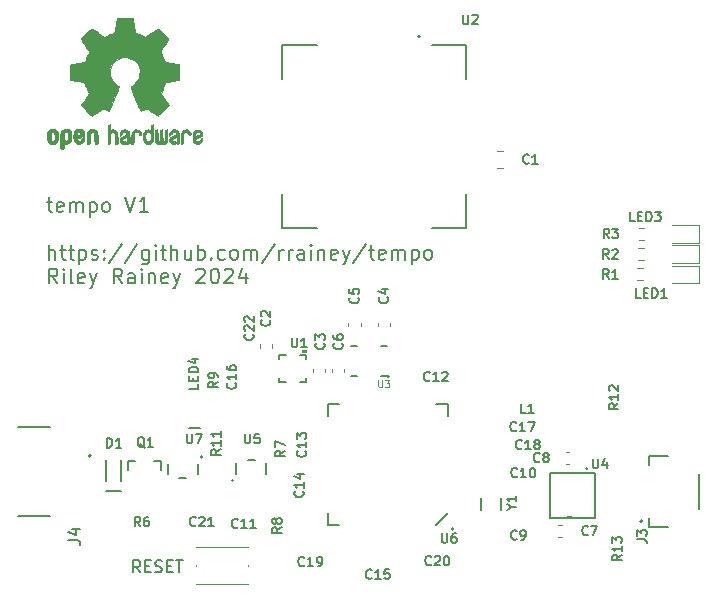
<source format=gbr>
%TF.GenerationSoftware,KiCad,Pcbnew,8.0.8*%
%TF.CreationDate,2025-01-20T12:07:48-06:00*%
%TF.ProjectId,tempo,74656d70-6f2e-46b6-9963-61645f706362,rev?*%
%TF.SameCoordinates,Original*%
%TF.FileFunction,Legend,Top*%
%TF.FilePolarity,Positive*%
%FSLAX46Y46*%
G04 Gerber Fmt 4.6, Leading zero omitted, Abs format (unit mm)*
G04 Created by KiCad (PCBNEW 8.0.8) date 2025-01-20 12:07:48*
%MOMM*%
%LPD*%
G01*
G04 APERTURE LIST*
%ADD10C,0.150000*%
%ADD11C,0.120000*%
%ADD12C,0.203200*%
%ADD13C,0.127000*%
%ADD14C,0.200000*%
%ADD15C,0.010000*%
%ADD16C,0.152400*%
%ADD17C,0.000000*%
%ADD18C,0.100000*%
G04 APERTURE END LIST*
D10*
X128617731Y-81868600D02*
X129093922Y-81868600D01*
X128796303Y-81451933D02*
X128796303Y-82523362D01*
X128796303Y-82523362D02*
X128855826Y-82642410D01*
X128855826Y-82642410D02*
X128974874Y-82701933D01*
X128974874Y-82701933D02*
X129093922Y-82701933D01*
X129986779Y-82642410D02*
X129867731Y-82701933D01*
X129867731Y-82701933D02*
X129629636Y-82701933D01*
X129629636Y-82701933D02*
X129510589Y-82642410D01*
X129510589Y-82642410D02*
X129451065Y-82523362D01*
X129451065Y-82523362D02*
X129451065Y-82047171D01*
X129451065Y-82047171D02*
X129510589Y-81928124D01*
X129510589Y-81928124D02*
X129629636Y-81868600D01*
X129629636Y-81868600D02*
X129867731Y-81868600D01*
X129867731Y-81868600D02*
X129986779Y-81928124D01*
X129986779Y-81928124D02*
X130046303Y-82047171D01*
X130046303Y-82047171D02*
X130046303Y-82166219D01*
X130046303Y-82166219D02*
X129451065Y-82285267D01*
X130582018Y-82701933D02*
X130582018Y-81868600D01*
X130582018Y-81987648D02*
X130641541Y-81928124D01*
X130641541Y-81928124D02*
X130760589Y-81868600D01*
X130760589Y-81868600D02*
X130939160Y-81868600D01*
X130939160Y-81868600D02*
X131058208Y-81928124D01*
X131058208Y-81928124D02*
X131117732Y-82047171D01*
X131117732Y-82047171D02*
X131117732Y-82701933D01*
X131117732Y-82047171D02*
X131177256Y-81928124D01*
X131177256Y-81928124D02*
X131296303Y-81868600D01*
X131296303Y-81868600D02*
X131474875Y-81868600D01*
X131474875Y-81868600D02*
X131593922Y-81928124D01*
X131593922Y-81928124D02*
X131653446Y-82047171D01*
X131653446Y-82047171D02*
X131653446Y-82701933D01*
X132248685Y-81868600D02*
X132248685Y-83118600D01*
X132248685Y-81928124D02*
X132367732Y-81868600D01*
X132367732Y-81868600D02*
X132605827Y-81868600D01*
X132605827Y-81868600D02*
X132724875Y-81928124D01*
X132724875Y-81928124D02*
X132784399Y-81987648D01*
X132784399Y-81987648D02*
X132843923Y-82106695D01*
X132843923Y-82106695D02*
X132843923Y-82463838D01*
X132843923Y-82463838D02*
X132784399Y-82582886D01*
X132784399Y-82582886D02*
X132724875Y-82642410D01*
X132724875Y-82642410D02*
X132605827Y-82701933D01*
X132605827Y-82701933D02*
X132367732Y-82701933D01*
X132367732Y-82701933D02*
X132248685Y-82642410D01*
X133558208Y-82701933D02*
X133439160Y-82642410D01*
X133439160Y-82642410D02*
X133379637Y-82582886D01*
X133379637Y-82582886D02*
X133320113Y-82463838D01*
X133320113Y-82463838D02*
X133320113Y-82106695D01*
X133320113Y-82106695D02*
X133379637Y-81987648D01*
X133379637Y-81987648D02*
X133439160Y-81928124D01*
X133439160Y-81928124D02*
X133558208Y-81868600D01*
X133558208Y-81868600D02*
X133736779Y-81868600D01*
X133736779Y-81868600D02*
X133855827Y-81928124D01*
X133855827Y-81928124D02*
X133915351Y-81987648D01*
X133915351Y-81987648D02*
X133974875Y-82106695D01*
X133974875Y-82106695D02*
X133974875Y-82463838D01*
X133974875Y-82463838D02*
X133915351Y-82582886D01*
X133915351Y-82582886D02*
X133855827Y-82642410D01*
X133855827Y-82642410D02*
X133736779Y-82701933D01*
X133736779Y-82701933D02*
X133558208Y-82701933D01*
X135284398Y-81451933D02*
X135701065Y-82701933D01*
X135701065Y-82701933D02*
X136117731Y-81451933D01*
X137189160Y-82701933D02*
X136474875Y-82701933D01*
X136832018Y-82701933D02*
X136832018Y-81451933D01*
X136832018Y-81451933D02*
X136712970Y-81630505D01*
X136712970Y-81630505D02*
X136593922Y-81749552D01*
X136593922Y-81749552D02*
X136474875Y-81809076D01*
X128796303Y-86726793D02*
X128796303Y-85476793D01*
X129332017Y-86726793D02*
X129332017Y-86072031D01*
X129332017Y-86072031D02*
X129272493Y-85952984D01*
X129272493Y-85952984D02*
X129153445Y-85893460D01*
X129153445Y-85893460D02*
X128974874Y-85893460D01*
X128974874Y-85893460D02*
X128855826Y-85952984D01*
X128855826Y-85952984D02*
X128796303Y-86012508D01*
X129748683Y-85893460D02*
X130224874Y-85893460D01*
X129927255Y-85476793D02*
X129927255Y-86548222D01*
X129927255Y-86548222D02*
X129986778Y-86667270D01*
X129986778Y-86667270D02*
X130105826Y-86726793D01*
X130105826Y-86726793D02*
X130224874Y-86726793D01*
X130462969Y-85893460D02*
X130939160Y-85893460D01*
X130641541Y-85476793D02*
X130641541Y-86548222D01*
X130641541Y-86548222D02*
X130701064Y-86667270D01*
X130701064Y-86667270D02*
X130820112Y-86726793D01*
X130820112Y-86726793D02*
X130939160Y-86726793D01*
X131355827Y-85893460D02*
X131355827Y-87143460D01*
X131355827Y-85952984D02*
X131474874Y-85893460D01*
X131474874Y-85893460D02*
X131712969Y-85893460D01*
X131712969Y-85893460D02*
X131832017Y-85952984D01*
X131832017Y-85952984D02*
X131891541Y-86012508D01*
X131891541Y-86012508D02*
X131951065Y-86131555D01*
X131951065Y-86131555D02*
X131951065Y-86488698D01*
X131951065Y-86488698D02*
X131891541Y-86607746D01*
X131891541Y-86607746D02*
X131832017Y-86667270D01*
X131832017Y-86667270D02*
X131712969Y-86726793D01*
X131712969Y-86726793D02*
X131474874Y-86726793D01*
X131474874Y-86726793D02*
X131355827Y-86667270D01*
X132427255Y-86667270D02*
X132546302Y-86726793D01*
X132546302Y-86726793D02*
X132784398Y-86726793D01*
X132784398Y-86726793D02*
X132903445Y-86667270D01*
X132903445Y-86667270D02*
X132962969Y-86548222D01*
X132962969Y-86548222D02*
X132962969Y-86488698D01*
X132962969Y-86488698D02*
X132903445Y-86369650D01*
X132903445Y-86369650D02*
X132784398Y-86310127D01*
X132784398Y-86310127D02*
X132605826Y-86310127D01*
X132605826Y-86310127D02*
X132486779Y-86250603D01*
X132486779Y-86250603D02*
X132427255Y-86131555D01*
X132427255Y-86131555D02*
X132427255Y-86072031D01*
X132427255Y-86072031D02*
X132486779Y-85952984D01*
X132486779Y-85952984D02*
X132605826Y-85893460D01*
X132605826Y-85893460D02*
X132784398Y-85893460D01*
X132784398Y-85893460D02*
X132903445Y-85952984D01*
X133498684Y-86607746D02*
X133558207Y-86667270D01*
X133558207Y-86667270D02*
X133498684Y-86726793D01*
X133498684Y-86726793D02*
X133439160Y-86667270D01*
X133439160Y-86667270D02*
X133498684Y-86607746D01*
X133498684Y-86607746D02*
X133498684Y-86726793D01*
X133498684Y-85952984D02*
X133558207Y-86012508D01*
X133558207Y-86012508D02*
X133498684Y-86072031D01*
X133498684Y-86072031D02*
X133439160Y-86012508D01*
X133439160Y-86012508D02*
X133498684Y-85952984D01*
X133498684Y-85952984D02*
X133498684Y-86072031D01*
X134986779Y-85417270D02*
X133915350Y-87024412D01*
X136296303Y-85417270D02*
X135224874Y-87024412D01*
X137248684Y-85893460D02*
X137248684Y-86905365D01*
X137248684Y-86905365D02*
X137189160Y-87024412D01*
X137189160Y-87024412D02*
X137129636Y-87083936D01*
X137129636Y-87083936D02*
X137010589Y-87143460D01*
X137010589Y-87143460D02*
X136832017Y-87143460D01*
X136832017Y-87143460D02*
X136712970Y-87083936D01*
X137248684Y-86667270D02*
X137129636Y-86726793D01*
X137129636Y-86726793D02*
X136891541Y-86726793D01*
X136891541Y-86726793D02*
X136772493Y-86667270D01*
X136772493Y-86667270D02*
X136712970Y-86607746D01*
X136712970Y-86607746D02*
X136653446Y-86488698D01*
X136653446Y-86488698D02*
X136653446Y-86131555D01*
X136653446Y-86131555D02*
X136712970Y-86012508D01*
X136712970Y-86012508D02*
X136772493Y-85952984D01*
X136772493Y-85952984D02*
X136891541Y-85893460D01*
X136891541Y-85893460D02*
X137129636Y-85893460D01*
X137129636Y-85893460D02*
X137248684Y-85952984D01*
X137843922Y-86726793D02*
X137843922Y-85893460D01*
X137843922Y-85476793D02*
X137784398Y-85536317D01*
X137784398Y-85536317D02*
X137843922Y-85595841D01*
X137843922Y-85595841D02*
X137903445Y-85536317D01*
X137903445Y-85536317D02*
X137843922Y-85476793D01*
X137843922Y-85476793D02*
X137843922Y-85595841D01*
X138260588Y-85893460D02*
X138736779Y-85893460D01*
X138439160Y-85476793D02*
X138439160Y-86548222D01*
X138439160Y-86548222D02*
X138498683Y-86667270D01*
X138498683Y-86667270D02*
X138617731Y-86726793D01*
X138617731Y-86726793D02*
X138736779Y-86726793D01*
X139153446Y-86726793D02*
X139153446Y-85476793D01*
X139689160Y-86726793D02*
X139689160Y-86072031D01*
X139689160Y-86072031D02*
X139629636Y-85952984D01*
X139629636Y-85952984D02*
X139510588Y-85893460D01*
X139510588Y-85893460D02*
X139332017Y-85893460D01*
X139332017Y-85893460D02*
X139212969Y-85952984D01*
X139212969Y-85952984D02*
X139153446Y-86012508D01*
X140820112Y-85893460D02*
X140820112Y-86726793D01*
X140284398Y-85893460D02*
X140284398Y-86548222D01*
X140284398Y-86548222D02*
X140343921Y-86667270D01*
X140343921Y-86667270D02*
X140462969Y-86726793D01*
X140462969Y-86726793D02*
X140641540Y-86726793D01*
X140641540Y-86726793D02*
X140760588Y-86667270D01*
X140760588Y-86667270D02*
X140820112Y-86607746D01*
X141415350Y-86726793D02*
X141415350Y-85476793D01*
X141415350Y-85952984D02*
X141534397Y-85893460D01*
X141534397Y-85893460D02*
X141772492Y-85893460D01*
X141772492Y-85893460D02*
X141891540Y-85952984D01*
X141891540Y-85952984D02*
X141951064Y-86012508D01*
X141951064Y-86012508D02*
X142010588Y-86131555D01*
X142010588Y-86131555D02*
X142010588Y-86488698D01*
X142010588Y-86488698D02*
X141951064Y-86607746D01*
X141951064Y-86607746D02*
X141891540Y-86667270D01*
X141891540Y-86667270D02*
X141772492Y-86726793D01*
X141772492Y-86726793D02*
X141534397Y-86726793D01*
X141534397Y-86726793D02*
X141415350Y-86667270D01*
X142546302Y-86607746D02*
X142605825Y-86667270D01*
X142605825Y-86667270D02*
X142546302Y-86726793D01*
X142546302Y-86726793D02*
X142486778Y-86667270D01*
X142486778Y-86667270D02*
X142546302Y-86607746D01*
X142546302Y-86607746D02*
X142546302Y-86726793D01*
X143677254Y-86667270D02*
X143558206Y-86726793D01*
X143558206Y-86726793D02*
X143320111Y-86726793D01*
X143320111Y-86726793D02*
X143201063Y-86667270D01*
X143201063Y-86667270D02*
X143141540Y-86607746D01*
X143141540Y-86607746D02*
X143082016Y-86488698D01*
X143082016Y-86488698D02*
X143082016Y-86131555D01*
X143082016Y-86131555D02*
X143141540Y-86012508D01*
X143141540Y-86012508D02*
X143201063Y-85952984D01*
X143201063Y-85952984D02*
X143320111Y-85893460D01*
X143320111Y-85893460D02*
X143558206Y-85893460D01*
X143558206Y-85893460D02*
X143677254Y-85952984D01*
X144391540Y-86726793D02*
X144272492Y-86667270D01*
X144272492Y-86667270D02*
X144212969Y-86607746D01*
X144212969Y-86607746D02*
X144153445Y-86488698D01*
X144153445Y-86488698D02*
X144153445Y-86131555D01*
X144153445Y-86131555D02*
X144212969Y-86012508D01*
X144212969Y-86012508D02*
X144272492Y-85952984D01*
X144272492Y-85952984D02*
X144391540Y-85893460D01*
X144391540Y-85893460D02*
X144570111Y-85893460D01*
X144570111Y-85893460D02*
X144689159Y-85952984D01*
X144689159Y-85952984D02*
X144748683Y-86012508D01*
X144748683Y-86012508D02*
X144808207Y-86131555D01*
X144808207Y-86131555D02*
X144808207Y-86488698D01*
X144808207Y-86488698D02*
X144748683Y-86607746D01*
X144748683Y-86607746D02*
X144689159Y-86667270D01*
X144689159Y-86667270D02*
X144570111Y-86726793D01*
X144570111Y-86726793D02*
X144391540Y-86726793D01*
X145343921Y-86726793D02*
X145343921Y-85893460D01*
X145343921Y-86012508D02*
X145403444Y-85952984D01*
X145403444Y-85952984D02*
X145522492Y-85893460D01*
X145522492Y-85893460D02*
X145701063Y-85893460D01*
X145701063Y-85893460D02*
X145820111Y-85952984D01*
X145820111Y-85952984D02*
X145879635Y-86072031D01*
X145879635Y-86072031D02*
X145879635Y-86726793D01*
X145879635Y-86072031D02*
X145939159Y-85952984D01*
X145939159Y-85952984D02*
X146058206Y-85893460D01*
X146058206Y-85893460D02*
X146236778Y-85893460D01*
X146236778Y-85893460D02*
X146355825Y-85952984D01*
X146355825Y-85952984D02*
X146415349Y-86072031D01*
X146415349Y-86072031D02*
X146415349Y-86726793D01*
X147903445Y-85417270D02*
X146832016Y-87024412D01*
X148320112Y-86726793D02*
X148320112Y-85893460D01*
X148320112Y-86131555D02*
X148379635Y-86012508D01*
X148379635Y-86012508D02*
X148439159Y-85952984D01*
X148439159Y-85952984D02*
X148558207Y-85893460D01*
X148558207Y-85893460D02*
X148677254Y-85893460D01*
X149093922Y-86726793D02*
X149093922Y-85893460D01*
X149093922Y-86131555D02*
X149153445Y-86012508D01*
X149153445Y-86012508D02*
X149212969Y-85952984D01*
X149212969Y-85952984D02*
X149332017Y-85893460D01*
X149332017Y-85893460D02*
X149451064Y-85893460D01*
X150403446Y-86726793D02*
X150403446Y-86072031D01*
X150403446Y-86072031D02*
X150343922Y-85952984D01*
X150343922Y-85952984D02*
X150224874Y-85893460D01*
X150224874Y-85893460D02*
X149986779Y-85893460D01*
X149986779Y-85893460D02*
X149867732Y-85952984D01*
X150403446Y-86667270D02*
X150284398Y-86726793D01*
X150284398Y-86726793D02*
X149986779Y-86726793D01*
X149986779Y-86726793D02*
X149867732Y-86667270D01*
X149867732Y-86667270D02*
X149808208Y-86548222D01*
X149808208Y-86548222D02*
X149808208Y-86429174D01*
X149808208Y-86429174D02*
X149867732Y-86310127D01*
X149867732Y-86310127D02*
X149986779Y-86250603D01*
X149986779Y-86250603D02*
X150284398Y-86250603D01*
X150284398Y-86250603D02*
X150403446Y-86191079D01*
X150998684Y-86726793D02*
X150998684Y-85893460D01*
X150998684Y-85476793D02*
X150939160Y-85536317D01*
X150939160Y-85536317D02*
X150998684Y-85595841D01*
X150998684Y-85595841D02*
X151058207Y-85536317D01*
X151058207Y-85536317D02*
X150998684Y-85476793D01*
X150998684Y-85476793D02*
X150998684Y-85595841D01*
X151593922Y-85893460D02*
X151593922Y-86726793D01*
X151593922Y-86012508D02*
X151653445Y-85952984D01*
X151653445Y-85952984D02*
X151772493Y-85893460D01*
X151772493Y-85893460D02*
X151951064Y-85893460D01*
X151951064Y-85893460D02*
X152070112Y-85952984D01*
X152070112Y-85952984D02*
X152129636Y-86072031D01*
X152129636Y-86072031D02*
X152129636Y-86726793D01*
X153201064Y-86667270D02*
X153082016Y-86726793D01*
X153082016Y-86726793D02*
X152843921Y-86726793D01*
X152843921Y-86726793D02*
X152724874Y-86667270D01*
X152724874Y-86667270D02*
X152665350Y-86548222D01*
X152665350Y-86548222D02*
X152665350Y-86072031D01*
X152665350Y-86072031D02*
X152724874Y-85952984D01*
X152724874Y-85952984D02*
X152843921Y-85893460D01*
X152843921Y-85893460D02*
X153082016Y-85893460D01*
X153082016Y-85893460D02*
X153201064Y-85952984D01*
X153201064Y-85952984D02*
X153260588Y-86072031D01*
X153260588Y-86072031D02*
X153260588Y-86191079D01*
X153260588Y-86191079D02*
X152665350Y-86310127D01*
X153677255Y-85893460D02*
X153974874Y-86726793D01*
X154272493Y-85893460D02*
X153974874Y-86726793D01*
X153974874Y-86726793D02*
X153855826Y-87024412D01*
X153855826Y-87024412D02*
X153796303Y-87083936D01*
X153796303Y-87083936D02*
X153677255Y-87143460D01*
X155641541Y-85417270D02*
X154570112Y-87024412D01*
X155879636Y-85893460D02*
X156355827Y-85893460D01*
X156058208Y-85476793D02*
X156058208Y-86548222D01*
X156058208Y-86548222D02*
X156117731Y-86667270D01*
X156117731Y-86667270D02*
X156236779Y-86726793D01*
X156236779Y-86726793D02*
X156355827Y-86726793D01*
X157248684Y-86667270D02*
X157129636Y-86726793D01*
X157129636Y-86726793D02*
X156891541Y-86726793D01*
X156891541Y-86726793D02*
X156772494Y-86667270D01*
X156772494Y-86667270D02*
X156712970Y-86548222D01*
X156712970Y-86548222D02*
X156712970Y-86072031D01*
X156712970Y-86072031D02*
X156772494Y-85952984D01*
X156772494Y-85952984D02*
X156891541Y-85893460D01*
X156891541Y-85893460D02*
X157129636Y-85893460D01*
X157129636Y-85893460D02*
X157248684Y-85952984D01*
X157248684Y-85952984D02*
X157308208Y-86072031D01*
X157308208Y-86072031D02*
X157308208Y-86191079D01*
X157308208Y-86191079D02*
X156712970Y-86310127D01*
X157843923Y-86726793D02*
X157843923Y-85893460D01*
X157843923Y-86012508D02*
X157903446Y-85952984D01*
X157903446Y-85952984D02*
X158022494Y-85893460D01*
X158022494Y-85893460D02*
X158201065Y-85893460D01*
X158201065Y-85893460D02*
X158320113Y-85952984D01*
X158320113Y-85952984D02*
X158379637Y-86072031D01*
X158379637Y-86072031D02*
X158379637Y-86726793D01*
X158379637Y-86072031D02*
X158439161Y-85952984D01*
X158439161Y-85952984D02*
X158558208Y-85893460D01*
X158558208Y-85893460D02*
X158736780Y-85893460D01*
X158736780Y-85893460D02*
X158855827Y-85952984D01*
X158855827Y-85952984D02*
X158915351Y-86072031D01*
X158915351Y-86072031D02*
X158915351Y-86726793D01*
X159510590Y-85893460D02*
X159510590Y-87143460D01*
X159510590Y-85952984D02*
X159629637Y-85893460D01*
X159629637Y-85893460D02*
X159867732Y-85893460D01*
X159867732Y-85893460D02*
X159986780Y-85952984D01*
X159986780Y-85952984D02*
X160046304Y-86012508D01*
X160046304Y-86012508D02*
X160105828Y-86131555D01*
X160105828Y-86131555D02*
X160105828Y-86488698D01*
X160105828Y-86488698D02*
X160046304Y-86607746D01*
X160046304Y-86607746D02*
X159986780Y-86667270D01*
X159986780Y-86667270D02*
X159867732Y-86726793D01*
X159867732Y-86726793D02*
X159629637Y-86726793D01*
X159629637Y-86726793D02*
X159510590Y-86667270D01*
X160820113Y-86726793D02*
X160701065Y-86667270D01*
X160701065Y-86667270D02*
X160641542Y-86607746D01*
X160641542Y-86607746D02*
X160582018Y-86488698D01*
X160582018Y-86488698D02*
X160582018Y-86131555D01*
X160582018Y-86131555D02*
X160641542Y-86012508D01*
X160641542Y-86012508D02*
X160701065Y-85952984D01*
X160701065Y-85952984D02*
X160820113Y-85893460D01*
X160820113Y-85893460D02*
X160998684Y-85893460D01*
X160998684Y-85893460D02*
X161117732Y-85952984D01*
X161117732Y-85952984D02*
X161177256Y-86012508D01*
X161177256Y-86012508D02*
X161236780Y-86131555D01*
X161236780Y-86131555D02*
X161236780Y-86488698D01*
X161236780Y-86488698D02*
X161177256Y-86607746D01*
X161177256Y-86607746D02*
X161117732Y-86667270D01*
X161117732Y-86667270D02*
X160998684Y-86726793D01*
X160998684Y-86726793D02*
X160820113Y-86726793D01*
X129510588Y-88739223D02*
X129093922Y-88143985D01*
X128796303Y-88739223D02*
X128796303Y-87489223D01*
X128796303Y-87489223D02*
X129272493Y-87489223D01*
X129272493Y-87489223D02*
X129391541Y-87548747D01*
X129391541Y-87548747D02*
X129451064Y-87608271D01*
X129451064Y-87608271D02*
X129510588Y-87727319D01*
X129510588Y-87727319D02*
X129510588Y-87905890D01*
X129510588Y-87905890D02*
X129451064Y-88024938D01*
X129451064Y-88024938D02*
X129391541Y-88084461D01*
X129391541Y-88084461D02*
X129272493Y-88143985D01*
X129272493Y-88143985D02*
X128796303Y-88143985D01*
X130046303Y-88739223D02*
X130046303Y-87905890D01*
X130046303Y-87489223D02*
X129986779Y-87548747D01*
X129986779Y-87548747D02*
X130046303Y-87608271D01*
X130046303Y-87608271D02*
X130105826Y-87548747D01*
X130105826Y-87548747D02*
X130046303Y-87489223D01*
X130046303Y-87489223D02*
X130046303Y-87608271D01*
X130820112Y-88739223D02*
X130701064Y-88679700D01*
X130701064Y-88679700D02*
X130641541Y-88560652D01*
X130641541Y-88560652D02*
X130641541Y-87489223D01*
X131772493Y-88679700D02*
X131653445Y-88739223D01*
X131653445Y-88739223D02*
X131415350Y-88739223D01*
X131415350Y-88739223D02*
X131296303Y-88679700D01*
X131296303Y-88679700D02*
X131236779Y-88560652D01*
X131236779Y-88560652D02*
X131236779Y-88084461D01*
X131236779Y-88084461D02*
X131296303Y-87965414D01*
X131296303Y-87965414D02*
X131415350Y-87905890D01*
X131415350Y-87905890D02*
X131653445Y-87905890D01*
X131653445Y-87905890D02*
X131772493Y-87965414D01*
X131772493Y-87965414D02*
X131832017Y-88084461D01*
X131832017Y-88084461D02*
X131832017Y-88203509D01*
X131832017Y-88203509D02*
X131236779Y-88322557D01*
X132248684Y-87905890D02*
X132546303Y-88739223D01*
X132843922Y-87905890D02*
X132546303Y-88739223D01*
X132546303Y-88739223D02*
X132427255Y-89036842D01*
X132427255Y-89036842D02*
X132367732Y-89096366D01*
X132367732Y-89096366D02*
X132248684Y-89155890D01*
X134986779Y-88739223D02*
X134570113Y-88143985D01*
X134272494Y-88739223D02*
X134272494Y-87489223D01*
X134272494Y-87489223D02*
X134748684Y-87489223D01*
X134748684Y-87489223D02*
X134867732Y-87548747D01*
X134867732Y-87548747D02*
X134927255Y-87608271D01*
X134927255Y-87608271D02*
X134986779Y-87727319D01*
X134986779Y-87727319D02*
X134986779Y-87905890D01*
X134986779Y-87905890D02*
X134927255Y-88024938D01*
X134927255Y-88024938D02*
X134867732Y-88084461D01*
X134867732Y-88084461D02*
X134748684Y-88143985D01*
X134748684Y-88143985D02*
X134272494Y-88143985D01*
X136058208Y-88739223D02*
X136058208Y-88084461D01*
X136058208Y-88084461D02*
X135998684Y-87965414D01*
X135998684Y-87965414D02*
X135879636Y-87905890D01*
X135879636Y-87905890D02*
X135641541Y-87905890D01*
X135641541Y-87905890D02*
X135522494Y-87965414D01*
X136058208Y-88679700D02*
X135939160Y-88739223D01*
X135939160Y-88739223D02*
X135641541Y-88739223D01*
X135641541Y-88739223D02*
X135522494Y-88679700D01*
X135522494Y-88679700D02*
X135462970Y-88560652D01*
X135462970Y-88560652D02*
X135462970Y-88441604D01*
X135462970Y-88441604D02*
X135522494Y-88322557D01*
X135522494Y-88322557D02*
X135641541Y-88263033D01*
X135641541Y-88263033D02*
X135939160Y-88263033D01*
X135939160Y-88263033D02*
X136058208Y-88203509D01*
X136653446Y-88739223D02*
X136653446Y-87905890D01*
X136653446Y-87489223D02*
X136593922Y-87548747D01*
X136593922Y-87548747D02*
X136653446Y-87608271D01*
X136653446Y-87608271D02*
X136712969Y-87548747D01*
X136712969Y-87548747D02*
X136653446Y-87489223D01*
X136653446Y-87489223D02*
X136653446Y-87608271D01*
X137248684Y-87905890D02*
X137248684Y-88739223D01*
X137248684Y-88024938D02*
X137308207Y-87965414D01*
X137308207Y-87965414D02*
X137427255Y-87905890D01*
X137427255Y-87905890D02*
X137605826Y-87905890D01*
X137605826Y-87905890D02*
X137724874Y-87965414D01*
X137724874Y-87965414D02*
X137784398Y-88084461D01*
X137784398Y-88084461D02*
X137784398Y-88739223D01*
X138855826Y-88679700D02*
X138736778Y-88739223D01*
X138736778Y-88739223D02*
X138498683Y-88739223D01*
X138498683Y-88739223D02*
X138379636Y-88679700D01*
X138379636Y-88679700D02*
X138320112Y-88560652D01*
X138320112Y-88560652D02*
X138320112Y-88084461D01*
X138320112Y-88084461D02*
X138379636Y-87965414D01*
X138379636Y-87965414D02*
X138498683Y-87905890D01*
X138498683Y-87905890D02*
X138736778Y-87905890D01*
X138736778Y-87905890D02*
X138855826Y-87965414D01*
X138855826Y-87965414D02*
X138915350Y-88084461D01*
X138915350Y-88084461D02*
X138915350Y-88203509D01*
X138915350Y-88203509D02*
X138320112Y-88322557D01*
X139332017Y-87905890D02*
X139629636Y-88739223D01*
X139927255Y-87905890D02*
X139629636Y-88739223D01*
X139629636Y-88739223D02*
X139510588Y-89036842D01*
X139510588Y-89036842D02*
X139451065Y-89096366D01*
X139451065Y-89096366D02*
X139332017Y-89155890D01*
X141296303Y-87608271D02*
X141355827Y-87548747D01*
X141355827Y-87548747D02*
X141474874Y-87489223D01*
X141474874Y-87489223D02*
X141772493Y-87489223D01*
X141772493Y-87489223D02*
X141891541Y-87548747D01*
X141891541Y-87548747D02*
X141951065Y-87608271D01*
X141951065Y-87608271D02*
X142010588Y-87727319D01*
X142010588Y-87727319D02*
X142010588Y-87846366D01*
X142010588Y-87846366D02*
X141951065Y-88024938D01*
X141951065Y-88024938D02*
X141236779Y-88739223D01*
X141236779Y-88739223D02*
X142010588Y-88739223D01*
X142784398Y-87489223D02*
X142903445Y-87489223D01*
X142903445Y-87489223D02*
X143022493Y-87548747D01*
X143022493Y-87548747D02*
X143082017Y-87608271D01*
X143082017Y-87608271D02*
X143141541Y-87727319D01*
X143141541Y-87727319D02*
X143201064Y-87965414D01*
X143201064Y-87965414D02*
X143201064Y-88263033D01*
X143201064Y-88263033D02*
X143141541Y-88501128D01*
X143141541Y-88501128D02*
X143082017Y-88620176D01*
X143082017Y-88620176D02*
X143022493Y-88679700D01*
X143022493Y-88679700D02*
X142903445Y-88739223D01*
X142903445Y-88739223D02*
X142784398Y-88739223D01*
X142784398Y-88739223D02*
X142665350Y-88679700D01*
X142665350Y-88679700D02*
X142605826Y-88620176D01*
X142605826Y-88620176D02*
X142546303Y-88501128D01*
X142546303Y-88501128D02*
X142486779Y-88263033D01*
X142486779Y-88263033D02*
X142486779Y-87965414D01*
X142486779Y-87965414D02*
X142546303Y-87727319D01*
X142546303Y-87727319D02*
X142605826Y-87608271D01*
X142605826Y-87608271D02*
X142665350Y-87548747D01*
X142665350Y-87548747D02*
X142784398Y-87489223D01*
X143677255Y-87608271D02*
X143736779Y-87548747D01*
X143736779Y-87548747D02*
X143855826Y-87489223D01*
X143855826Y-87489223D02*
X144153445Y-87489223D01*
X144153445Y-87489223D02*
X144272493Y-87548747D01*
X144272493Y-87548747D02*
X144332017Y-87608271D01*
X144332017Y-87608271D02*
X144391540Y-87727319D01*
X144391540Y-87727319D02*
X144391540Y-87846366D01*
X144391540Y-87846366D02*
X144332017Y-88024938D01*
X144332017Y-88024938D02*
X143617731Y-88739223D01*
X143617731Y-88739223D02*
X144391540Y-88739223D01*
X145462969Y-87905890D02*
X145462969Y-88739223D01*
X145165350Y-87429700D02*
X144867731Y-88322557D01*
X144867731Y-88322557D02*
X145641540Y-88322557D01*
X174441667Y-110011104D02*
X174403571Y-110049200D01*
X174403571Y-110049200D02*
X174289286Y-110087295D01*
X174289286Y-110087295D02*
X174213095Y-110087295D01*
X174213095Y-110087295D02*
X174098809Y-110049200D01*
X174098809Y-110049200D02*
X174022619Y-109973009D01*
X174022619Y-109973009D02*
X173984524Y-109896819D01*
X173984524Y-109896819D02*
X173946428Y-109744438D01*
X173946428Y-109744438D02*
X173946428Y-109630152D01*
X173946428Y-109630152D02*
X173984524Y-109477771D01*
X173984524Y-109477771D02*
X174022619Y-109401580D01*
X174022619Y-109401580D02*
X174098809Y-109325390D01*
X174098809Y-109325390D02*
X174213095Y-109287295D01*
X174213095Y-109287295D02*
X174289286Y-109287295D01*
X174289286Y-109287295D02*
X174403571Y-109325390D01*
X174403571Y-109325390D02*
X174441667Y-109363485D01*
X174708333Y-109287295D02*
X175241667Y-109287295D01*
X175241667Y-109287295D02*
X174898809Y-110087295D01*
X146068104Y-93064285D02*
X146106200Y-93102381D01*
X146106200Y-93102381D02*
X146144295Y-93216666D01*
X146144295Y-93216666D02*
X146144295Y-93292857D01*
X146144295Y-93292857D02*
X146106200Y-93407143D01*
X146106200Y-93407143D02*
X146030009Y-93483333D01*
X146030009Y-93483333D02*
X145953819Y-93521428D01*
X145953819Y-93521428D02*
X145801438Y-93559524D01*
X145801438Y-93559524D02*
X145687152Y-93559524D01*
X145687152Y-93559524D02*
X145534771Y-93521428D01*
X145534771Y-93521428D02*
X145458580Y-93483333D01*
X145458580Y-93483333D02*
X145382390Y-93407143D01*
X145382390Y-93407143D02*
X145344295Y-93292857D01*
X145344295Y-93292857D02*
X145344295Y-93216666D01*
X145344295Y-93216666D02*
X145382390Y-93102381D01*
X145382390Y-93102381D02*
X145420485Y-93064285D01*
X145420485Y-92759524D02*
X145382390Y-92721428D01*
X145382390Y-92721428D02*
X145344295Y-92645238D01*
X145344295Y-92645238D02*
X145344295Y-92454762D01*
X145344295Y-92454762D02*
X145382390Y-92378571D01*
X145382390Y-92378571D02*
X145420485Y-92340476D01*
X145420485Y-92340476D02*
X145496676Y-92302381D01*
X145496676Y-92302381D02*
X145572866Y-92302381D01*
X145572866Y-92302381D02*
X145687152Y-92340476D01*
X145687152Y-92340476D02*
X146144295Y-92797619D01*
X146144295Y-92797619D02*
X146144295Y-92302381D01*
X145420485Y-91997619D02*
X145382390Y-91959523D01*
X145382390Y-91959523D02*
X145344295Y-91883333D01*
X145344295Y-91883333D02*
X145344295Y-91692857D01*
X145344295Y-91692857D02*
X145382390Y-91616666D01*
X145382390Y-91616666D02*
X145420485Y-91578571D01*
X145420485Y-91578571D02*
X145496676Y-91540476D01*
X145496676Y-91540476D02*
X145572866Y-91540476D01*
X145572866Y-91540476D02*
X145687152Y-91578571D01*
X145687152Y-91578571D02*
X146144295Y-92035714D01*
X146144295Y-92035714D02*
X146144295Y-91540476D01*
X144785714Y-109393104D02*
X144747618Y-109431200D01*
X144747618Y-109431200D02*
X144633333Y-109469295D01*
X144633333Y-109469295D02*
X144557142Y-109469295D01*
X144557142Y-109469295D02*
X144442856Y-109431200D01*
X144442856Y-109431200D02*
X144366666Y-109355009D01*
X144366666Y-109355009D02*
X144328571Y-109278819D01*
X144328571Y-109278819D02*
X144290475Y-109126438D01*
X144290475Y-109126438D02*
X144290475Y-109012152D01*
X144290475Y-109012152D02*
X144328571Y-108859771D01*
X144328571Y-108859771D02*
X144366666Y-108783580D01*
X144366666Y-108783580D02*
X144442856Y-108707390D01*
X144442856Y-108707390D02*
X144557142Y-108669295D01*
X144557142Y-108669295D02*
X144633333Y-108669295D01*
X144633333Y-108669295D02*
X144747618Y-108707390D01*
X144747618Y-108707390D02*
X144785714Y-108745485D01*
X145547618Y-109469295D02*
X145090475Y-109469295D01*
X145319047Y-109469295D02*
X145319047Y-108669295D01*
X145319047Y-108669295D02*
X145242856Y-108783580D01*
X145242856Y-108783580D02*
X145166666Y-108859771D01*
X145166666Y-108859771D02*
X145090475Y-108897866D01*
X146309523Y-109469295D02*
X145852380Y-109469295D01*
X146080952Y-109469295D02*
X146080952Y-108669295D01*
X146080952Y-108669295D02*
X146004761Y-108783580D01*
X146004761Y-108783580D02*
X145928571Y-108859771D01*
X145928571Y-108859771D02*
X145852380Y-108897866D01*
X176186667Y-86642295D02*
X175920000Y-86261342D01*
X175729524Y-86642295D02*
X175729524Y-85842295D01*
X175729524Y-85842295D02*
X176034286Y-85842295D01*
X176034286Y-85842295D02*
X176110476Y-85880390D01*
X176110476Y-85880390D02*
X176148571Y-85918485D01*
X176148571Y-85918485D02*
X176186667Y-85994676D01*
X176186667Y-85994676D02*
X176186667Y-86108961D01*
X176186667Y-86108961D02*
X176148571Y-86185152D01*
X176148571Y-86185152D02*
X176110476Y-86223247D01*
X176110476Y-86223247D02*
X176034286Y-86261342D01*
X176034286Y-86261342D02*
X175729524Y-86261342D01*
X176491428Y-85918485D02*
X176529524Y-85880390D01*
X176529524Y-85880390D02*
X176605714Y-85842295D01*
X176605714Y-85842295D02*
X176796190Y-85842295D01*
X176796190Y-85842295D02*
X176872381Y-85880390D01*
X176872381Y-85880390D02*
X176910476Y-85918485D01*
X176910476Y-85918485D02*
X176948571Y-85994676D01*
X176948571Y-85994676D02*
X176948571Y-86070866D01*
X176948571Y-86070866D02*
X176910476Y-86185152D01*
X176910476Y-86185152D02*
X176453333Y-86642295D01*
X176453333Y-86642295D02*
X176948571Y-86642295D01*
X145389160Y-101494295D02*
X145389160Y-102141914D01*
X145389160Y-102141914D02*
X145427255Y-102218104D01*
X145427255Y-102218104D02*
X145465350Y-102256200D01*
X145465350Y-102256200D02*
X145541541Y-102294295D01*
X145541541Y-102294295D02*
X145693922Y-102294295D01*
X145693922Y-102294295D02*
X145770112Y-102256200D01*
X145770112Y-102256200D02*
X145808207Y-102218104D01*
X145808207Y-102218104D02*
X145846303Y-102141914D01*
X145846303Y-102141914D02*
X145846303Y-101494295D01*
X146608207Y-101494295D02*
X146227255Y-101494295D01*
X146227255Y-101494295D02*
X146189159Y-101875247D01*
X146189159Y-101875247D02*
X146227255Y-101837152D01*
X146227255Y-101837152D02*
X146303445Y-101799057D01*
X146303445Y-101799057D02*
X146493921Y-101799057D01*
X146493921Y-101799057D02*
X146570112Y-101837152D01*
X146570112Y-101837152D02*
X146608207Y-101875247D01*
X146608207Y-101875247D02*
X146646302Y-101951438D01*
X146646302Y-101951438D02*
X146646302Y-102141914D01*
X146646302Y-102141914D02*
X146608207Y-102218104D01*
X146608207Y-102218104D02*
X146570112Y-102256200D01*
X146570112Y-102256200D02*
X146493921Y-102294295D01*
X146493921Y-102294295D02*
X146303445Y-102294295D01*
X146303445Y-102294295D02*
X146227255Y-102256200D01*
X146227255Y-102256200D02*
X146189159Y-102218104D01*
X176206667Y-88352295D02*
X175940000Y-87971342D01*
X175749524Y-88352295D02*
X175749524Y-87552295D01*
X175749524Y-87552295D02*
X176054286Y-87552295D01*
X176054286Y-87552295D02*
X176130476Y-87590390D01*
X176130476Y-87590390D02*
X176168571Y-87628485D01*
X176168571Y-87628485D02*
X176206667Y-87704676D01*
X176206667Y-87704676D02*
X176206667Y-87818961D01*
X176206667Y-87818961D02*
X176168571Y-87895152D01*
X176168571Y-87895152D02*
X176130476Y-87933247D01*
X176130476Y-87933247D02*
X176054286Y-87971342D01*
X176054286Y-87971342D02*
X175749524Y-87971342D01*
X176968571Y-88352295D02*
X176511428Y-88352295D01*
X176740000Y-88352295D02*
X176740000Y-87552295D01*
X176740000Y-87552295D02*
X176663809Y-87666580D01*
X176663809Y-87666580D02*
X176587619Y-87742771D01*
X176587619Y-87742771D02*
X176511428Y-87780866D01*
X150518104Y-102939285D02*
X150556200Y-102977381D01*
X150556200Y-102977381D02*
X150594295Y-103091666D01*
X150594295Y-103091666D02*
X150594295Y-103167857D01*
X150594295Y-103167857D02*
X150556200Y-103282143D01*
X150556200Y-103282143D02*
X150480009Y-103358333D01*
X150480009Y-103358333D02*
X150403819Y-103396428D01*
X150403819Y-103396428D02*
X150251438Y-103434524D01*
X150251438Y-103434524D02*
X150137152Y-103434524D01*
X150137152Y-103434524D02*
X149984771Y-103396428D01*
X149984771Y-103396428D02*
X149908580Y-103358333D01*
X149908580Y-103358333D02*
X149832390Y-103282143D01*
X149832390Y-103282143D02*
X149794295Y-103167857D01*
X149794295Y-103167857D02*
X149794295Y-103091666D01*
X149794295Y-103091666D02*
X149832390Y-102977381D01*
X149832390Y-102977381D02*
X149870485Y-102939285D01*
X150594295Y-102177381D02*
X150594295Y-102634524D01*
X150594295Y-102405952D02*
X149794295Y-102405952D01*
X149794295Y-102405952D02*
X149908580Y-102482143D01*
X149908580Y-102482143D02*
X149984771Y-102558333D01*
X149984771Y-102558333D02*
X150022866Y-102634524D01*
X149794295Y-101910714D02*
X149794295Y-101415476D01*
X149794295Y-101415476D02*
X150099057Y-101682142D01*
X150099057Y-101682142D02*
X150099057Y-101567857D01*
X150099057Y-101567857D02*
X150137152Y-101491666D01*
X150137152Y-101491666D02*
X150175247Y-101453571D01*
X150175247Y-101453571D02*
X150251438Y-101415476D01*
X150251438Y-101415476D02*
X150441914Y-101415476D01*
X150441914Y-101415476D02*
X150518104Y-101453571D01*
X150518104Y-101453571D02*
X150556200Y-101491666D01*
X150556200Y-101491666D02*
X150594295Y-101567857D01*
X150594295Y-101567857D02*
X150594295Y-101796428D01*
X150594295Y-101796428D02*
X150556200Y-101872619D01*
X150556200Y-101872619D02*
X150518104Y-101910714D01*
X178619295Y-110407268D02*
X179190723Y-110407268D01*
X179190723Y-110407268D02*
X179305009Y-110445363D01*
X179305009Y-110445363D02*
X179381200Y-110521554D01*
X179381200Y-110521554D02*
X179419295Y-110635839D01*
X179419295Y-110635839D02*
X179419295Y-110712030D01*
X178619295Y-110102506D02*
X178619295Y-109607268D01*
X178619295Y-109607268D02*
X178924057Y-109873934D01*
X178924057Y-109873934D02*
X178924057Y-109759649D01*
X178924057Y-109759649D02*
X178962152Y-109683458D01*
X178962152Y-109683458D02*
X179000247Y-109645363D01*
X179000247Y-109645363D02*
X179076438Y-109607268D01*
X179076438Y-109607268D02*
X179266914Y-109607268D01*
X179266914Y-109607268D02*
X179343104Y-109645363D01*
X179343104Y-109645363D02*
X179381200Y-109683458D01*
X179381200Y-109683458D02*
X179419295Y-109759649D01*
X179419295Y-109759649D02*
X179419295Y-109988220D01*
X179419295Y-109988220D02*
X179381200Y-110064411D01*
X179381200Y-110064411D02*
X179343104Y-110102506D01*
X133709524Y-102644295D02*
X133709524Y-101844295D01*
X133709524Y-101844295D02*
X133900000Y-101844295D01*
X133900000Y-101844295D02*
X134014286Y-101882390D01*
X134014286Y-101882390D02*
X134090476Y-101958580D01*
X134090476Y-101958580D02*
X134128571Y-102034771D01*
X134128571Y-102034771D02*
X134166667Y-102187152D01*
X134166667Y-102187152D02*
X134166667Y-102301438D01*
X134166667Y-102301438D02*
X134128571Y-102453819D01*
X134128571Y-102453819D02*
X134090476Y-102530009D01*
X134090476Y-102530009D02*
X134014286Y-102606200D01*
X134014286Y-102606200D02*
X133900000Y-102644295D01*
X133900000Y-102644295D02*
X133709524Y-102644295D01*
X134928571Y-102644295D02*
X134471428Y-102644295D01*
X134700000Y-102644295D02*
X134700000Y-101844295D01*
X134700000Y-101844295D02*
X134623809Y-101958580D01*
X134623809Y-101958580D02*
X134547619Y-102034771D01*
X134547619Y-102034771D02*
X134471428Y-102072866D01*
X169166666Y-99719295D02*
X168785714Y-99719295D01*
X168785714Y-99719295D02*
X168785714Y-98919295D01*
X169852380Y-99719295D02*
X169395237Y-99719295D01*
X169623809Y-99719295D02*
X169623809Y-98919295D01*
X169623809Y-98919295D02*
X169547618Y-99033580D01*
X169547618Y-99033580D02*
X169471428Y-99109771D01*
X169471428Y-99109771D02*
X169395237Y-99147866D01*
X169441667Y-78536104D02*
X169403571Y-78574200D01*
X169403571Y-78574200D02*
X169289286Y-78612295D01*
X169289286Y-78612295D02*
X169213095Y-78612295D01*
X169213095Y-78612295D02*
X169098809Y-78574200D01*
X169098809Y-78574200D02*
X169022619Y-78498009D01*
X169022619Y-78498009D02*
X168984524Y-78421819D01*
X168984524Y-78421819D02*
X168946428Y-78269438D01*
X168946428Y-78269438D02*
X168946428Y-78155152D01*
X168946428Y-78155152D02*
X168984524Y-78002771D01*
X168984524Y-78002771D02*
X169022619Y-77926580D01*
X169022619Y-77926580D02*
X169098809Y-77850390D01*
X169098809Y-77850390D02*
X169213095Y-77812295D01*
X169213095Y-77812295D02*
X169289286Y-77812295D01*
X169289286Y-77812295D02*
X169403571Y-77850390D01*
X169403571Y-77850390D02*
X169441667Y-77888485D01*
X170203571Y-78612295D02*
X169746428Y-78612295D01*
X169975000Y-78612295D02*
X169975000Y-77812295D01*
X169975000Y-77812295D02*
X169898809Y-77926580D01*
X169898809Y-77926580D02*
X169822619Y-78002771D01*
X169822619Y-78002771D02*
X169746428Y-78040866D01*
D11*
X156692857Y-96946331D02*
X156692857Y-97432045D01*
X156692857Y-97432045D02*
X156721428Y-97489188D01*
X156721428Y-97489188D02*
X156750000Y-97517760D01*
X156750000Y-97517760D02*
X156807142Y-97546331D01*
X156807142Y-97546331D02*
X156921428Y-97546331D01*
X156921428Y-97546331D02*
X156978571Y-97517760D01*
X156978571Y-97517760D02*
X157007142Y-97489188D01*
X157007142Y-97489188D02*
X157035714Y-97432045D01*
X157035714Y-97432045D02*
X157035714Y-96946331D01*
X157264285Y-96946331D02*
X157635713Y-96946331D01*
X157635713Y-96946331D02*
X157435713Y-97174902D01*
X157435713Y-97174902D02*
X157521428Y-97174902D01*
X157521428Y-97174902D02*
X157578571Y-97203474D01*
X157578571Y-97203474D02*
X157607142Y-97232045D01*
X157607142Y-97232045D02*
X157635713Y-97289188D01*
X157635713Y-97289188D02*
X157635713Y-97432045D01*
X157635713Y-97432045D02*
X157607142Y-97489188D01*
X157607142Y-97489188D02*
X157578571Y-97517760D01*
X157578571Y-97517760D02*
X157521428Y-97546331D01*
X157521428Y-97546331D02*
X157349999Y-97546331D01*
X157349999Y-97546331D02*
X157292856Y-97517760D01*
X157292856Y-97517760D02*
X157264285Y-97489188D01*
D10*
X148769295Y-102908332D02*
X148388342Y-103174999D01*
X148769295Y-103365475D02*
X147969295Y-103365475D01*
X147969295Y-103365475D02*
X147969295Y-103060713D01*
X147969295Y-103060713D02*
X148007390Y-102984523D01*
X148007390Y-102984523D02*
X148045485Y-102946428D01*
X148045485Y-102946428D02*
X148121676Y-102908332D01*
X148121676Y-102908332D02*
X148235961Y-102908332D01*
X148235961Y-102908332D02*
X148312152Y-102946428D01*
X148312152Y-102946428D02*
X148350247Y-102984523D01*
X148350247Y-102984523D02*
X148388342Y-103060713D01*
X148388342Y-103060713D02*
X148388342Y-103365475D01*
X147969295Y-102641666D02*
X147969295Y-102108332D01*
X147969295Y-102108332D02*
X148769295Y-102451190D01*
X143094295Y-97083332D02*
X142713342Y-97349999D01*
X143094295Y-97540475D02*
X142294295Y-97540475D01*
X142294295Y-97540475D02*
X142294295Y-97235713D01*
X142294295Y-97235713D02*
X142332390Y-97159523D01*
X142332390Y-97159523D02*
X142370485Y-97121428D01*
X142370485Y-97121428D02*
X142446676Y-97083332D01*
X142446676Y-97083332D02*
X142560961Y-97083332D01*
X142560961Y-97083332D02*
X142637152Y-97121428D01*
X142637152Y-97121428D02*
X142675247Y-97159523D01*
X142675247Y-97159523D02*
X142713342Y-97235713D01*
X142713342Y-97235713D02*
X142713342Y-97540475D01*
X143094295Y-96702380D02*
X143094295Y-96549999D01*
X143094295Y-96549999D02*
X143056200Y-96473809D01*
X143056200Y-96473809D02*
X143018104Y-96435713D01*
X143018104Y-96435713D02*
X142903819Y-96359523D01*
X142903819Y-96359523D02*
X142751438Y-96321428D01*
X142751438Y-96321428D02*
X142446676Y-96321428D01*
X142446676Y-96321428D02*
X142370485Y-96359523D01*
X142370485Y-96359523D02*
X142332390Y-96397618D01*
X142332390Y-96397618D02*
X142294295Y-96473809D01*
X142294295Y-96473809D02*
X142294295Y-96626190D01*
X142294295Y-96626190D02*
X142332390Y-96702380D01*
X142332390Y-96702380D02*
X142370485Y-96740475D01*
X142370485Y-96740475D02*
X142446676Y-96778571D01*
X142446676Y-96778571D02*
X142637152Y-96778571D01*
X142637152Y-96778571D02*
X142713342Y-96740475D01*
X142713342Y-96740475D02*
X142751438Y-96702380D01*
X142751438Y-96702380D02*
X142789533Y-96626190D01*
X142789533Y-96626190D02*
X142789533Y-96473809D01*
X142789533Y-96473809D02*
X142751438Y-96397618D01*
X142751438Y-96397618D02*
X142713342Y-96359523D01*
X142713342Y-96359523D02*
X142637152Y-96321428D01*
X168416667Y-110368104D02*
X168378571Y-110406200D01*
X168378571Y-110406200D02*
X168264286Y-110444295D01*
X168264286Y-110444295D02*
X168188095Y-110444295D01*
X168188095Y-110444295D02*
X168073809Y-110406200D01*
X168073809Y-110406200D02*
X167997619Y-110330009D01*
X167997619Y-110330009D02*
X167959524Y-110253819D01*
X167959524Y-110253819D02*
X167921428Y-110101438D01*
X167921428Y-110101438D02*
X167921428Y-109987152D01*
X167921428Y-109987152D02*
X167959524Y-109834771D01*
X167959524Y-109834771D02*
X167997619Y-109758580D01*
X167997619Y-109758580D02*
X168073809Y-109682390D01*
X168073809Y-109682390D02*
X168188095Y-109644295D01*
X168188095Y-109644295D02*
X168264286Y-109644295D01*
X168264286Y-109644295D02*
X168378571Y-109682390D01*
X168378571Y-109682390D02*
X168416667Y-109720485D01*
X168797619Y-110444295D02*
X168950000Y-110444295D01*
X168950000Y-110444295D02*
X169026190Y-110406200D01*
X169026190Y-110406200D02*
X169064286Y-110368104D01*
X169064286Y-110368104D02*
X169140476Y-110253819D01*
X169140476Y-110253819D02*
X169178571Y-110101438D01*
X169178571Y-110101438D02*
X169178571Y-109796676D01*
X169178571Y-109796676D02*
X169140476Y-109720485D01*
X169140476Y-109720485D02*
X169102381Y-109682390D01*
X169102381Y-109682390D02*
X169026190Y-109644295D01*
X169026190Y-109644295D02*
X168873809Y-109644295D01*
X168873809Y-109644295D02*
X168797619Y-109682390D01*
X168797619Y-109682390D02*
X168759524Y-109720485D01*
X168759524Y-109720485D02*
X168721428Y-109796676D01*
X168721428Y-109796676D02*
X168721428Y-109987152D01*
X168721428Y-109987152D02*
X168759524Y-110063342D01*
X168759524Y-110063342D02*
X168797619Y-110101438D01*
X168797619Y-110101438D02*
X168873809Y-110139533D01*
X168873809Y-110139533D02*
X169026190Y-110139533D01*
X169026190Y-110139533D02*
X169102381Y-110101438D01*
X169102381Y-110101438D02*
X169140476Y-110063342D01*
X169140476Y-110063342D02*
X169178571Y-109987152D01*
X144593104Y-97189285D02*
X144631200Y-97227381D01*
X144631200Y-97227381D02*
X144669295Y-97341666D01*
X144669295Y-97341666D02*
X144669295Y-97417857D01*
X144669295Y-97417857D02*
X144631200Y-97532143D01*
X144631200Y-97532143D02*
X144555009Y-97608333D01*
X144555009Y-97608333D02*
X144478819Y-97646428D01*
X144478819Y-97646428D02*
X144326438Y-97684524D01*
X144326438Y-97684524D02*
X144212152Y-97684524D01*
X144212152Y-97684524D02*
X144059771Y-97646428D01*
X144059771Y-97646428D02*
X143983580Y-97608333D01*
X143983580Y-97608333D02*
X143907390Y-97532143D01*
X143907390Y-97532143D02*
X143869295Y-97417857D01*
X143869295Y-97417857D02*
X143869295Y-97341666D01*
X143869295Y-97341666D02*
X143907390Y-97227381D01*
X143907390Y-97227381D02*
X143945485Y-97189285D01*
X144669295Y-96427381D02*
X144669295Y-96884524D01*
X144669295Y-96655952D02*
X143869295Y-96655952D01*
X143869295Y-96655952D02*
X143983580Y-96732143D01*
X143983580Y-96732143D02*
X144059771Y-96808333D01*
X144059771Y-96808333D02*
X144097866Y-96884524D01*
X143869295Y-95741666D02*
X143869295Y-95894047D01*
X143869295Y-95894047D02*
X143907390Y-95970238D01*
X143907390Y-95970238D02*
X143945485Y-96008333D01*
X143945485Y-96008333D02*
X144059771Y-96084523D01*
X144059771Y-96084523D02*
X144212152Y-96122619D01*
X144212152Y-96122619D02*
X144516914Y-96122619D01*
X144516914Y-96122619D02*
X144593104Y-96084523D01*
X144593104Y-96084523D02*
X144631200Y-96046428D01*
X144631200Y-96046428D02*
X144669295Y-95970238D01*
X144669295Y-95970238D02*
X144669295Y-95817857D01*
X144669295Y-95817857D02*
X144631200Y-95741666D01*
X144631200Y-95741666D02*
X144593104Y-95703571D01*
X144593104Y-95703571D02*
X144516914Y-95665476D01*
X144516914Y-95665476D02*
X144326438Y-95665476D01*
X144326438Y-95665476D02*
X144250247Y-95703571D01*
X144250247Y-95703571D02*
X144212152Y-95741666D01*
X144212152Y-95741666D02*
X144174057Y-95817857D01*
X144174057Y-95817857D02*
X144174057Y-95970238D01*
X144174057Y-95970238D02*
X144212152Y-96046428D01*
X144212152Y-96046428D02*
X144250247Y-96084523D01*
X144250247Y-96084523D02*
X144326438Y-96122619D01*
X177294295Y-111739285D02*
X176913342Y-112005952D01*
X177294295Y-112196428D02*
X176494295Y-112196428D01*
X176494295Y-112196428D02*
X176494295Y-111891666D01*
X176494295Y-111891666D02*
X176532390Y-111815476D01*
X176532390Y-111815476D02*
X176570485Y-111777381D01*
X176570485Y-111777381D02*
X176646676Y-111739285D01*
X176646676Y-111739285D02*
X176760961Y-111739285D01*
X176760961Y-111739285D02*
X176837152Y-111777381D01*
X176837152Y-111777381D02*
X176875247Y-111815476D01*
X176875247Y-111815476D02*
X176913342Y-111891666D01*
X176913342Y-111891666D02*
X176913342Y-112196428D01*
X177294295Y-110977381D02*
X177294295Y-111434524D01*
X177294295Y-111205952D02*
X176494295Y-111205952D01*
X176494295Y-111205952D02*
X176608580Y-111282143D01*
X176608580Y-111282143D02*
X176684771Y-111358333D01*
X176684771Y-111358333D02*
X176722866Y-111434524D01*
X176494295Y-110710714D02*
X176494295Y-110215476D01*
X176494295Y-110215476D02*
X176799057Y-110482142D01*
X176799057Y-110482142D02*
X176799057Y-110367857D01*
X176799057Y-110367857D02*
X176837152Y-110291666D01*
X176837152Y-110291666D02*
X176875247Y-110253571D01*
X176875247Y-110253571D02*
X176951438Y-110215476D01*
X176951438Y-110215476D02*
X177141914Y-110215476D01*
X177141914Y-110215476D02*
X177218104Y-110253571D01*
X177218104Y-110253571D02*
X177256200Y-110291666D01*
X177256200Y-110291666D02*
X177294295Y-110367857D01*
X177294295Y-110367857D02*
X177294295Y-110596428D01*
X177294295Y-110596428D02*
X177256200Y-110672619D01*
X177256200Y-110672619D02*
X177218104Y-110710714D01*
X167988342Y-107705951D02*
X168369295Y-107705951D01*
X167569295Y-107972618D02*
X167988342Y-107705951D01*
X167988342Y-107705951D02*
X167569295Y-107439285D01*
X168369295Y-106753571D02*
X168369295Y-107210714D01*
X168369295Y-106982142D02*
X167569295Y-106982142D01*
X167569295Y-106982142D02*
X167683580Y-107058333D01*
X167683580Y-107058333D02*
X167759771Y-107134523D01*
X167759771Y-107134523D02*
X167797866Y-107210714D01*
X152086104Y-93808332D02*
X152124200Y-93846428D01*
X152124200Y-93846428D02*
X152162295Y-93960713D01*
X152162295Y-93960713D02*
X152162295Y-94036904D01*
X152162295Y-94036904D02*
X152124200Y-94151190D01*
X152124200Y-94151190D02*
X152048009Y-94227380D01*
X152048009Y-94227380D02*
X151971819Y-94265475D01*
X151971819Y-94265475D02*
X151819438Y-94303571D01*
X151819438Y-94303571D02*
X151705152Y-94303571D01*
X151705152Y-94303571D02*
X151552771Y-94265475D01*
X151552771Y-94265475D02*
X151476580Y-94227380D01*
X151476580Y-94227380D02*
X151400390Y-94151190D01*
X151400390Y-94151190D02*
X151362295Y-94036904D01*
X151362295Y-94036904D02*
X151362295Y-93960713D01*
X151362295Y-93960713D02*
X151400390Y-93846428D01*
X151400390Y-93846428D02*
X151438485Y-93808332D01*
X151362295Y-93541666D02*
X151362295Y-93046428D01*
X151362295Y-93046428D02*
X151667057Y-93313094D01*
X151667057Y-93313094D02*
X151667057Y-93198809D01*
X151667057Y-93198809D02*
X151705152Y-93122618D01*
X151705152Y-93122618D02*
X151743247Y-93084523D01*
X151743247Y-93084523D02*
X151819438Y-93046428D01*
X151819438Y-93046428D02*
X152009914Y-93046428D01*
X152009914Y-93046428D02*
X152086104Y-93084523D01*
X152086104Y-93084523D02*
X152124200Y-93122618D01*
X152124200Y-93122618D02*
X152162295Y-93198809D01*
X152162295Y-93198809D02*
X152162295Y-93427380D01*
X152162295Y-93427380D02*
X152124200Y-93503571D01*
X152124200Y-93503571D02*
X152086104Y-93541666D01*
X153611104Y-93833332D02*
X153649200Y-93871428D01*
X153649200Y-93871428D02*
X153687295Y-93985713D01*
X153687295Y-93985713D02*
X153687295Y-94061904D01*
X153687295Y-94061904D02*
X153649200Y-94176190D01*
X153649200Y-94176190D02*
X153573009Y-94252380D01*
X153573009Y-94252380D02*
X153496819Y-94290475D01*
X153496819Y-94290475D02*
X153344438Y-94328571D01*
X153344438Y-94328571D02*
X153230152Y-94328571D01*
X153230152Y-94328571D02*
X153077771Y-94290475D01*
X153077771Y-94290475D02*
X153001580Y-94252380D01*
X153001580Y-94252380D02*
X152925390Y-94176190D01*
X152925390Y-94176190D02*
X152887295Y-94061904D01*
X152887295Y-94061904D02*
X152887295Y-93985713D01*
X152887295Y-93985713D02*
X152925390Y-93871428D01*
X152925390Y-93871428D02*
X152963485Y-93833332D01*
X152887295Y-93147618D02*
X152887295Y-93299999D01*
X152887295Y-93299999D02*
X152925390Y-93376190D01*
X152925390Y-93376190D02*
X152963485Y-93414285D01*
X152963485Y-93414285D02*
X153077771Y-93490475D01*
X153077771Y-93490475D02*
X153230152Y-93528571D01*
X153230152Y-93528571D02*
X153534914Y-93528571D01*
X153534914Y-93528571D02*
X153611104Y-93490475D01*
X153611104Y-93490475D02*
X153649200Y-93452380D01*
X153649200Y-93452380D02*
X153687295Y-93376190D01*
X153687295Y-93376190D02*
X153687295Y-93223809D01*
X153687295Y-93223809D02*
X153649200Y-93147618D01*
X153649200Y-93147618D02*
X153611104Y-93109523D01*
X153611104Y-93109523D02*
X153534914Y-93071428D01*
X153534914Y-93071428D02*
X153344438Y-93071428D01*
X153344438Y-93071428D02*
X153268247Y-93109523D01*
X153268247Y-93109523D02*
X153230152Y-93147618D01*
X153230152Y-93147618D02*
X153192057Y-93223809D01*
X153192057Y-93223809D02*
X153192057Y-93376190D01*
X153192057Y-93376190D02*
X153230152Y-93452380D01*
X153230152Y-93452380D02*
X153268247Y-93490475D01*
X153268247Y-93490475D02*
X153344438Y-93528571D01*
X170341667Y-103811105D02*
X170303571Y-103849201D01*
X170303571Y-103849201D02*
X170189286Y-103887296D01*
X170189286Y-103887296D02*
X170113095Y-103887296D01*
X170113095Y-103887296D02*
X169998809Y-103849201D01*
X169998809Y-103849201D02*
X169922619Y-103773010D01*
X169922619Y-103773010D02*
X169884524Y-103696820D01*
X169884524Y-103696820D02*
X169846428Y-103544439D01*
X169846428Y-103544439D02*
X169846428Y-103430153D01*
X169846428Y-103430153D02*
X169884524Y-103277772D01*
X169884524Y-103277772D02*
X169922619Y-103201581D01*
X169922619Y-103201581D02*
X169998809Y-103125391D01*
X169998809Y-103125391D02*
X170113095Y-103087296D01*
X170113095Y-103087296D02*
X170189286Y-103087296D01*
X170189286Y-103087296D02*
X170303571Y-103125391D01*
X170303571Y-103125391D02*
X170341667Y-103163486D01*
X170798809Y-103430153D02*
X170722619Y-103392058D01*
X170722619Y-103392058D02*
X170684524Y-103353962D01*
X170684524Y-103353962D02*
X170646428Y-103277772D01*
X170646428Y-103277772D02*
X170646428Y-103239677D01*
X170646428Y-103239677D02*
X170684524Y-103163486D01*
X170684524Y-103163486D02*
X170722619Y-103125391D01*
X170722619Y-103125391D02*
X170798809Y-103087296D01*
X170798809Y-103087296D02*
X170951190Y-103087296D01*
X170951190Y-103087296D02*
X171027381Y-103125391D01*
X171027381Y-103125391D02*
X171065476Y-103163486D01*
X171065476Y-103163486D02*
X171103571Y-103239677D01*
X171103571Y-103239677D02*
X171103571Y-103277772D01*
X171103571Y-103277772D02*
X171065476Y-103353962D01*
X171065476Y-103353962D02*
X171027381Y-103392058D01*
X171027381Y-103392058D02*
X170951190Y-103430153D01*
X170951190Y-103430153D02*
X170798809Y-103430153D01*
X170798809Y-103430153D02*
X170722619Y-103468248D01*
X170722619Y-103468248D02*
X170684524Y-103506343D01*
X170684524Y-103506343D02*
X170646428Y-103582534D01*
X170646428Y-103582534D02*
X170646428Y-103734915D01*
X170646428Y-103734915D02*
X170684524Y-103811105D01*
X170684524Y-103811105D02*
X170722619Y-103849201D01*
X170722619Y-103849201D02*
X170798809Y-103887296D01*
X170798809Y-103887296D02*
X170951190Y-103887296D01*
X170951190Y-103887296D02*
X171027381Y-103849201D01*
X171027381Y-103849201D02*
X171065476Y-103811105D01*
X171065476Y-103811105D02*
X171103571Y-103734915D01*
X171103571Y-103734915D02*
X171103571Y-103582534D01*
X171103571Y-103582534D02*
X171065476Y-103506343D01*
X171065476Y-103506343D02*
X171027381Y-103468248D01*
X171027381Y-103468248D02*
X170951190Y-103430153D01*
X143344295Y-102789285D02*
X142963342Y-103055952D01*
X143344295Y-103246428D02*
X142544295Y-103246428D01*
X142544295Y-103246428D02*
X142544295Y-102941666D01*
X142544295Y-102941666D02*
X142582390Y-102865476D01*
X142582390Y-102865476D02*
X142620485Y-102827381D01*
X142620485Y-102827381D02*
X142696676Y-102789285D01*
X142696676Y-102789285D02*
X142810961Y-102789285D01*
X142810961Y-102789285D02*
X142887152Y-102827381D01*
X142887152Y-102827381D02*
X142925247Y-102865476D01*
X142925247Y-102865476D02*
X142963342Y-102941666D01*
X142963342Y-102941666D02*
X142963342Y-103246428D01*
X143344295Y-102027381D02*
X143344295Y-102484524D01*
X143344295Y-102255952D02*
X142544295Y-102255952D01*
X142544295Y-102255952D02*
X142658580Y-102332143D01*
X142658580Y-102332143D02*
X142734771Y-102408333D01*
X142734771Y-102408333D02*
X142772866Y-102484524D01*
X143344295Y-101265476D02*
X143344295Y-101722619D01*
X143344295Y-101494047D02*
X142544295Y-101494047D01*
X142544295Y-101494047D02*
X142658580Y-101570238D01*
X142658580Y-101570238D02*
X142734771Y-101646428D01*
X142734771Y-101646428D02*
X142772866Y-101722619D01*
X148519295Y-109383332D02*
X148138342Y-109649999D01*
X148519295Y-109840475D02*
X147719295Y-109840475D01*
X147719295Y-109840475D02*
X147719295Y-109535713D01*
X147719295Y-109535713D02*
X147757390Y-109459523D01*
X147757390Y-109459523D02*
X147795485Y-109421428D01*
X147795485Y-109421428D02*
X147871676Y-109383332D01*
X147871676Y-109383332D02*
X147985961Y-109383332D01*
X147985961Y-109383332D02*
X148062152Y-109421428D01*
X148062152Y-109421428D02*
X148100247Y-109459523D01*
X148100247Y-109459523D02*
X148138342Y-109535713D01*
X148138342Y-109535713D02*
X148138342Y-109840475D01*
X148062152Y-108926190D02*
X148024057Y-109002380D01*
X148024057Y-109002380D02*
X147985961Y-109040475D01*
X147985961Y-109040475D02*
X147909771Y-109078571D01*
X147909771Y-109078571D02*
X147871676Y-109078571D01*
X147871676Y-109078571D02*
X147795485Y-109040475D01*
X147795485Y-109040475D02*
X147757390Y-109002380D01*
X147757390Y-109002380D02*
X147719295Y-108926190D01*
X147719295Y-108926190D02*
X147719295Y-108773809D01*
X147719295Y-108773809D02*
X147757390Y-108697618D01*
X147757390Y-108697618D02*
X147795485Y-108659523D01*
X147795485Y-108659523D02*
X147871676Y-108621428D01*
X147871676Y-108621428D02*
X147909771Y-108621428D01*
X147909771Y-108621428D02*
X147985961Y-108659523D01*
X147985961Y-108659523D02*
X148024057Y-108697618D01*
X148024057Y-108697618D02*
X148062152Y-108773809D01*
X148062152Y-108773809D02*
X148062152Y-108926190D01*
X148062152Y-108926190D02*
X148100247Y-109002380D01*
X148100247Y-109002380D02*
X148138342Y-109040475D01*
X148138342Y-109040475D02*
X148214533Y-109078571D01*
X148214533Y-109078571D02*
X148366914Y-109078571D01*
X148366914Y-109078571D02*
X148443104Y-109040475D01*
X148443104Y-109040475D02*
X148481200Y-109002380D01*
X148481200Y-109002380D02*
X148519295Y-108926190D01*
X148519295Y-108926190D02*
X148519295Y-108773809D01*
X148519295Y-108773809D02*
X148481200Y-108697618D01*
X148481200Y-108697618D02*
X148443104Y-108659523D01*
X148443104Y-108659523D02*
X148366914Y-108621428D01*
X148366914Y-108621428D02*
X148214533Y-108621428D01*
X148214533Y-108621428D02*
X148138342Y-108659523D01*
X148138342Y-108659523D02*
X148100247Y-108697618D01*
X148100247Y-108697618D02*
X148062152Y-108773809D01*
X168835714Y-102718104D02*
X168797618Y-102756200D01*
X168797618Y-102756200D02*
X168683333Y-102794295D01*
X168683333Y-102794295D02*
X168607142Y-102794295D01*
X168607142Y-102794295D02*
X168492856Y-102756200D01*
X168492856Y-102756200D02*
X168416666Y-102680009D01*
X168416666Y-102680009D02*
X168378571Y-102603819D01*
X168378571Y-102603819D02*
X168340475Y-102451438D01*
X168340475Y-102451438D02*
X168340475Y-102337152D01*
X168340475Y-102337152D02*
X168378571Y-102184771D01*
X168378571Y-102184771D02*
X168416666Y-102108580D01*
X168416666Y-102108580D02*
X168492856Y-102032390D01*
X168492856Y-102032390D02*
X168607142Y-101994295D01*
X168607142Y-101994295D02*
X168683333Y-101994295D01*
X168683333Y-101994295D02*
X168797618Y-102032390D01*
X168797618Y-102032390D02*
X168835714Y-102070485D01*
X169597618Y-102794295D02*
X169140475Y-102794295D01*
X169369047Y-102794295D02*
X169369047Y-101994295D01*
X169369047Y-101994295D02*
X169292856Y-102108580D01*
X169292856Y-102108580D02*
X169216666Y-102184771D01*
X169216666Y-102184771D02*
X169140475Y-102222866D01*
X170054761Y-102337152D02*
X169978571Y-102299057D01*
X169978571Y-102299057D02*
X169940476Y-102260961D01*
X169940476Y-102260961D02*
X169902380Y-102184771D01*
X169902380Y-102184771D02*
X169902380Y-102146676D01*
X169902380Y-102146676D02*
X169940476Y-102070485D01*
X169940476Y-102070485D02*
X169978571Y-102032390D01*
X169978571Y-102032390D02*
X170054761Y-101994295D01*
X170054761Y-101994295D02*
X170207142Y-101994295D01*
X170207142Y-101994295D02*
X170283333Y-102032390D01*
X170283333Y-102032390D02*
X170321428Y-102070485D01*
X170321428Y-102070485D02*
X170359523Y-102146676D01*
X170359523Y-102146676D02*
X170359523Y-102184771D01*
X170359523Y-102184771D02*
X170321428Y-102260961D01*
X170321428Y-102260961D02*
X170283333Y-102299057D01*
X170283333Y-102299057D02*
X170207142Y-102337152D01*
X170207142Y-102337152D02*
X170054761Y-102337152D01*
X170054761Y-102337152D02*
X169978571Y-102375247D01*
X169978571Y-102375247D02*
X169940476Y-102413342D01*
X169940476Y-102413342D02*
X169902380Y-102489533D01*
X169902380Y-102489533D02*
X169902380Y-102641914D01*
X169902380Y-102641914D02*
X169940476Y-102718104D01*
X169940476Y-102718104D02*
X169978571Y-102756200D01*
X169978571Y-102756200D02*
X170054761Y-102794295D01*
X170054761Y-102794295D02*
X170207142Y-102794295D01*
X170207142Y-102794295D02*
X170283333Y-102756200D01*
X170283333Y-102756200D02*
X170321428Y-102718104D01*
X170321428Y-102718104D02*
X170359523Y-102641914D01*
X170359523Y-102641914D02*
X170359523Y-102489533D01*
X170359523Y-102489533D02*
X170321428Y-102413342D01*
X170321428Y-102413342D02*
X170283333Y-102375247D01*
X170283333Y-102375247D02*
X170207142Y-102337152D01*
X141444295Y-97270238D02*
X141444295Y-97651190D01*
X141444295Y-97651190D02*
X140644295Y-97651190D01*
X141025247Y-97003571D02*
X141025247Y-96736905D01*
X141444295Y-96622619D02*
X141444295Y-97003571D01*
X141444295Y-97003571D02*
X140644295Y-97003571D01*
X140644295Y-97003571D02*
X140644295Y-96622619D01*
X141444295Y-96279761D02*
X140644295Y-96279761D01*
X140644295Y-96279761D02*
X140644295Y-96089285D01*
X140644295Y-96089285D02*
X140682390Y-95974999D01*
X140682390Y-95974999D02*
X140758580Y-95898809D01*
X140758580Y-95898809D02*
X140834771Y-95860714D01*
X140834771Y-95860714D02*
X140987152Y-95822618D01*
X140987152Y-95822618D02*
X141101438Y-95822618D01*
X141101438Y-95822618D02*
X141253819Y-95860714D01*
X141253819Y-95860714D02*
X141330009Y-95898809D01*
X141330009Y-95898809D02*
X141406200Y-95974999D01*
X141406200Y-95974999D02*
X141444295Y-96089285D01*
X141444295Y-96089285D02*
X141444295Y-96279761D01*
X140910961Y-95136904D02*
X141444295Y-95136904D01*
X140606200Y-95327380D02*
X141177628Y-95517857D01*
X141177628Y-95517857D02*
X141177628Y-95022618D01*
X162065476Y-109919295D02*
X162065476Y-110566914D01*
X162065476Y-110566914D02*
X162103571Y-110643104D01*
X162103571Y-110643104D02*
X162141666Y-110681200D01*
X162141666Y-110681200D02*
X162217857Y-110719295D01*
X162217857Y-110719295D02*
X162370238Y-110719295D01*
X162370238Y-110719295D02*
X162446428Y-110681200D01*
X162446428Y-110681200D02*
X162484523Y-110643104D01*
X162484523Y-110643104D02*
X162522619Y-110566914D01*
X162522619Y-110566914D02*
X162522619Y-109919295D01*
X163246428Y-109919295D02*
X163094047Y-109919295D01*
X163094047Y-109919295D02*
X163017856Y-109957390D01*
X163017856Y-109957390D02*
X162979761Y-109995485D01*
X162979761Y-109995485D02*
X162903571Y-110109771D01*
X162903571Y-110109771D02*
X162865475Y-110262152D01*
X162865475Y-110262152D02*
X162865475Y-110566914D01*
X162865475Y-110566914D02*
X162903571Y-110643104D01*
X162903571Y-110643104D02*
X162941666Y-110681200D01*
X162941666Y-110681200D02*
X163017856Y-110719295D01*
X163017856Y-110719295D02*
X163170237Y-110719295D01*
X163170237Y-110719295D02*
X163246428Y-110681200D01*
X163246428Y-110681200D02*
X163284523Y-110643104D01*
X163284523Y-110643104D02*
X163322618Y-110566914D01*
X163322618Y-110566914D02*
X163322618Y-110376438D01*
X163322618Y-110376438D02*
X163284523Y-110300247D01*
X163284523Y-110300247D02*
X163246428Y-110262152D01*
X163246428Y-110262152D02*
X163170237Y-110224057D01*
X163170237Y-110224057D02*
X163017856Y-110224057D01*
X163017856Y-110224057D02*
X162941666Y-110262152D01*
X162941666Y-110262152D02*
X162903571Y-110300247D01*
X162903571Y-110300247D02*
X162865475Y-110376438D01*
X168435714Y-105093104D02*
X168397618Y-105131200D01*
X168397618Y-105131200D02*
X168283333Y-105169295D01*
X168283333Y-105169295D02*
X168207142Y-105169295D01*
X168207142Y-105169295D02*
X168092856Y-105131200D01*
X168092856Y-105131200D02*
X168016666Y-105055009D01*
X168016666Y-105055009D02*
X167978571Y-104978819D01*
X167978571Y-104978819D02*
X167940475Y-104826438D01*
X167940475Y-104826438D02*
X167940475Y-104712152D01*
X167940475Y-104712152D02*
X167978571Y-104559771D01*
X167978571Y-104559771D02*
X168016666Y-104483580D01*
X168016666Y-104483580D02*
X168092856Y-104407390D01*
X168092856Y-104407390D02*
X168207142Y-104369295D01*
X168207142Y-104369295D02*
X168283333Y-104369295D01*
X168283333Y-104369295D02*
X168397618Y-104407390D01*
X168397618Y-104407390D02*
X168435714Y-104445485D01*
X169197618Y-105169295D02*
X168740475Y-105169295D01*
X168969047Y-105169295D02*
X168969047Y-104369295D01*
X168969047Y-104369295D02*
X168892856Y-104483580D01*
X168892856Y-104483580D02*
X168816666Y-104559771D01*
X168816666Y-104559771D02*
X168740475Y-104597866D01*
X169692857Y-104369295D02*
X169769047Y-104369295D01*
X169769047Y-104369295D02*
X169845238Y-104407390D01*
X169845238Y-104407390D02*
X169883333Y-104445485D01*
X169883333Y-104445485D02*
X169921428Y-104521676D01*
X169921428Y-104521676D02*
X169959523Y-104674057D01*
X169959523Y-104674057D02*
X169959523Y-104864533D01*
X169959523Y-104864533D02*
X169921428Y-105016914D01*
X169921428Y-105016914D02*
X169883333Y-105093104D01*
X169883333Y-105093104D02*
X169845238Y-105131200D01*
X169845238Y-105131200D02*
X169769047Y-105169295D01*
X169769047Y-105169295D02*
X169692857Y-105169295D01*
X169692857Y-105169295D02*
X169616666Y-105131200D01*
X169616666Y-105131200D02*
X169578571Y-105093104D01*
X169578571Y-105093104D02*
X169540476Y-105016914D01*
X169540476Y-105016914D02*
X169502380Y-104864533D01*
X169502380Y-104864533D02*
X169502380Y-104674057D01*
X169502380Y-104674057D02*
X169540476Y-104521676D01*
X169540476Y-104521676D02*
X169578571Y-104445485D01*
X169578571Y-104445485D02*
X169616666Y-104407390D01*
X169616666Y-104407390D02*
X169692857Y-104369295D01*
X154961104Y-89943332D02*
X154999200Y-89981428D01*
X154999200Y-89981428D02*
X155037295Y-90095713D01*
X155037295Y-90095713D02*
X155037295Y-90171904D01*
X155037295Y-90171904D02*
X154999200Y-90286190D01*
X154999200Y-90286190D02*
X154923009Y-90362380D01*
X154923009Y-90362380D02*
X154846819Y-90400475D01*
X154846819Y-90400475D02*
X154694438Y-90438571D01*
X154694438Y-90438571D02*
X154580152Y-90438571D01*
X154580152Y-90438571D02*
X154427771Y-90400475D01*
X154427771Y-90400475D02*
X154351580Y-90362380D01*
X154351580Y-90362380D02*
X154275390Y-90286190D01*
X154275390Y-90286190D02*
X154237295Y-90171904D01*
X154237295Y-90171904D02*
X154237295Y-90095713D01*
X154237295Y-90095713D02*
X154275390Y-89981428D01*
X154275390Y-89981428D02*
X154313485Y-89943332D01*
X154237295Y-89219523D02*
X154237295Y-89600475D01*
X154237295Y-89600475D02*
X154618247Y-89638571D01*
X154618247Y-89638571D02*
X154580152Y-89600475D01*
X154580152Y-89600475D02*
X154542057Y-89524285D01*
X154542057Y-89524285D02*
X154542057Y-89333809D01*
X154542057Y-89333809D02*
X154580152Y-89257618D01*
X154580152Y-89257618D02*
X154618247Y-89219523D01*
X154618247Y-89219523D02*
X154694438Y-89181428D01*
X154694438Y-89181428D02*
X154884914Y-89181428D01*
X154884914Y-89181428D02*
X154961104Y-89219523D01*
X154961104Y-89219523D02*
X154999200Y-89257618D01*
X154999200Y-89257618D02*
X155037295Y-89333809D01*
X155037295Y-89333809D02*
X155037295Y-89524285D01*
X155037295Y-89524285D02*
X154999200Y-89600475D01*
X154999200Y-89600475D02*
X154961104Y-89638571D01*
X141235714Y-109243104D02*
X141197618Y-109281200D01*
X141197618Y-109281200D02*
X141083333Y-109319295D01*
X141083333Y-109319295D02*
X141007142Y-109319295D01*
X141007142Y-109319295D02*
X140892856Y-109281200D01*
X140892856Y-109281200D02*
X140816666Y-109205009D01*
X140816666Y-109205009D02*
X140778571Y-109128819D01*
X140778571Y-109128819D02*
X140740475Y-108976438D01*
X140740475Y-108976438D02*
X140740475Y-108862152D01*
X140740475Y-108862152D02*
X140778571Y-108709771D01*
X140778571Y-108709771D02*
X140816666Y-108633580D01*
X140816666Y-108633580D02*
X140892856Y-108557390D01*
X140892856Y-108557390D02*
X141007142Y-108519295D01*
X141007142Y-108519295D02*
X141083333Y-108519295D01*
X141083333Y-108519295D02*
X141197618Y-108557390D01*
X141197618Y-108557390D02*
X141235714Y-108595485D01*
X141540475Y-108595485D02*
X141578571Y-108557390D01*
X141578571Y-108557390D02*
X141654761Y-108519295D01*
X141654761Y-108519295D02*
X141845237Y-108519295D01*
X141845237Y-108519295D02*
X141921428Y-108557390D01*
X141921428Y-108557390D02*
X141959523Y-108595485D01*
X141959523Y-108595485D02*
X141997618Y-108671676D01*
X141997618Y-108671676D02*
X141997618Y-108747866D01*
X141997618Y-108747866D02*
X141959523Y-108862152D01*
X141959523Y-108862152D02*
X141502380Y-109319295D01*
X141502380Y-109319295D02*
X141997618Y-109319295D01*
X142759523Y-109319295D02*
X142302380Y-109319295D01*
X142530952Y-109319295D02*
X142530952Y-108519295D01*
X142530952Y-108519295D02*
X142454761Y-108633580D01*
X142454761Y-108633580D02*
X142378571Y-108709771D01*
X142378571Y-108709771D02*
X142302380Y-108747866D01*
X178404761Y-83487295D02*
X178023809Y-83487295D01*
X178023809Y-83487295D02*
X178023809Y-82687295D01*
X178671428Y-83068247D02*
X178938094Y-83068247D01*
X179052380Y-83487295D02*
X178671428Y-83487295D01*
X178671428Y-83487295D02*
X178671428Y-82687295D01*
X178671428Y-82687295D02*
X179052380Y-82687295D01*
X179395238Y-83487295D02*
X179395238Y-82687295D01*
X179395238Y-82687295D02*
X179585714Y-82687295D01*
X179585714Y-82687295D02*
X179700000Y-82725390D01*
X179700000Y-82725390D02*
X179776190Y-82801580D01*
X179776190Y-82801580D02*
X179814285Y-82877771D01*
X179814285Y-82877771D02*
X179852381Y-83030152D01*
X179852381Y-83030152D02*
X179852381Y-83144438D01*
X179852381Y-83144438D02*
X179814285Y-83296819D01*
X179814285Y-83296819D02*
X179776190Y-83373009D01*
X179776190Y-83373009D02*
X179700000Y-83449200D01*
X179700000Y-83449200D02*
X179585714Y-83487295D01*
X179585714Y-83487295D02*
X179395238Y-83487295D01*
X180119047Y-82687295D02*
X180614285Y-82687295D01*
X180614285Y-82687295D02*
X180347619Y-82992057D01*
X180347619Y-82992057D02*
X180461904Y-82992057D01*
X180461904Y-82992057D02*
X180538095Y-83030152D01*
X180538095Y-83030152D02*
X180576190Y-83068247D01*
X180576190Y-83068247D02*
X180614285Y-83144438D01*
X180614285Y-83144438D02*
X180614285Y-83334914D01*
X180614285Y-83334914D02*
X180576190Y-83411104D01*
X180576190Y-83411104D02*
X180538095Y-83449200D01*
X180538095Y-83449200D02*
X180461904Y-83487295D01*
X180461904Y-83487295D02*
X180233333Y-83487295D01*
X180233333Y-83487295D02*
X180157142Y-83449200D01*
X180157142Y-83449200D02*
X180119047Y-83411104D01*
X136541667Y-109319295D02*
X136275000Y-108938342D01*
X136084524Y-109319295D02*
X136084524Y-108519295D01*
X136084524Y-108519295D02*
X136389286Y-108519295D01*
X136389286Y-108519295D02*
X136465476Y-108557390D01*
X136465476Y-108557390D02*
X136503571Y-108595485D01*
X136503571Y-108595485D02*
X136541667Y-108671676D01*
X136541667Y-108671676D02*
X136541667Y-108785961D01*
X136541667Y-108785961D02*
X136503571Y-108862152D01*
X136503571Y-108862152D02*
X136465476Y-108900247D01*
X136465476Y-108900247D02*
X136389286Y-108938342D01*
X136389286Y-108938342D02*
X136084524Y-108938342D01*
X137227381Y-108519295D02*
X137075000Y-108519295D01*
X137075000Y-108519295D02*
X136998809Y-108557390D01*
X136998809Y-108557390D02*
X136960714Y-108595485D01*
X136960714Y-108595485D02*
X136884524Y-108709771D01*
X136884524Y-108709771D02*
X136846428Y-108862152D01*
X136846428Y-108862152D02*
X136846428Y-109166914D01*
X136846428Y-109166914D02*
X136884524Y-109243104D01*
X136884524Y-109243104D02*
X136922619Y-109281200D01*
X136922619Y-109281200D02*
X136998809Y-109319295D01*
X136998809Y-109319295D02*
X137151190Y-109319295D01*
X137151190Y-109319295D02*
X137227381Y-109281200D01*
X137227381Y-109281200D02*
X137265476Y-109243104D01*
X137265476Y-109243104D02*
X137303571Y-109166914D01*
X137303571Y-109166914D02*
X137303571Y-108976438D01*
X137303571Y-108976438D02*
X137265476Y-108900247D01*
X137265476Y-108900247D02*
X137227381Y-108862152D01*
X137227381Y-108862152D02*
X137151190Y-108824057D01*
X137151190Y-108824057D02*
X136998809Y-108824057D01*
X136998809Y-108824057D02*
X136922619Y-108862152D01*
X136922619Y-108862152D02*
X136884524Y-108900247D01*
X136884524Y-108900247D02*
X136846428Y-108976438D01*
X149365476Y-93362295D02*
X149365476Y-94009914D01*
X149365476Y-94009914D02*
X149403571Y-94086104D01*
X149403571Y-94086104D02*
X149441666Y-94124200D01*
X149441666Y-94124200D02*
X149517857Y-94162295D01*
X149517857Y-94162295D02*
X149670238Y-94162295D01*
X149670238Y-94162295D02*
X149746428Y-94124200D01*
X149746428Y-94124200D02*
X149784523Y-94086104D01*
X149784523Y-94086104D02*
X149822619Y-94009914D01*
X149822619Y-94009914D02*
X149822619Y-93362295D01*
X150622618Y-94162295D02*
X150165475Y-94162295D01*
X150394047Y-94162295D02*
X150394047Y-93362295D01*
X150394047Y-93362295D02*
X150317856Y-93476580D01*
X150317856Y-93476580D02*
X150241666Y-93552771D01*
X150241666Y-93552771D02*
X150165475Y-93590866D01*
X178904761Y-89962295D02*
X178523809Y-89962295D01*
X178523809Y-89962295D02*
X178523809Y-89162295D01*
X179171428Y-89543247D02*
X179438094Y-89543247D01*
X179552380Y-89962295D02*
X179171428Y-89962295D01*
X179171428Y-89962295D02*
X179171428Y-89162295D01*
X179171428Y-89162295D02*
X179552380Y-89162295D01*
X179895238Y-89962295D02*
X179895238Y-89162295D01*
X179895238Y-89162295D02*
X180085714Y-89162295D01*
X180085714Y-89162295D02*
X180200000Y-89200390D01*
X180200000Y-89200390D02*
X180276190Y-89276580D01*
X180276190Y-89276580D02*
X180314285Y-89352771D01*
X180314285Y-89352771D02*
X180352381Y-89505152D01*
X180352381Y-89505152D02*
X180352381Y-89619438D01*
X180352381Y-89619438D02*
X180314285Y-89771819D01*
X180314285Y-89771819D02*
X180276190Y-89848009D01*
X180276190Y-89848009D02*
X180200000Y-89924200D01*
X180200000Y-89924200D02*
X180085714Y-89962295D01*
X180085714Y-89962295D02*
X179895238Y-89962295D01*
X181114285Y-89962295D02*
X180657142Y-89962295D01*
X180885714Y-89962295D02*
X180885714Y-89162295D01*
X180885714Y-89162295D02*
X180809523Y-89276580D01*
X180809523Y-89276580D02*
X180733333Y-89352771D01*
X180733333Y-89352771D02*
X180657142Y-89390866D01*
X176246667Y-84912295D02*
X175980000Y-84531342D01*
X175789524Y-84912295D02*
X175789524Y-84112295D01*
X175789524Y-84112295D02*
X176094286Y-84112295D01*
X176094286Y-84112295D02*
X176170476Y-84150390D01*
X176170476Y-84150390D02*
X176208571Y-84188485D01*
X176208571Y-84188485D02*
X176246667Y-84264676D01*
X176246667Y-84264676D02*
X176246667Y-84378961D01*
X176246667Y-84378961D02*
X176208571Y-84455152D01*
X176208571Y-84455152D02*
X176170476Y-84493247D01*
X176170476Y-84493247D02*
X176094286Y-84531342D01*
X176094286Y-84531342D02*
X175789524Y-84531342D01*
X176513333Y-84112295D02*
X177008571Y-84112295D01*
X177008571Y-84112295D02*
X176741905Y-84417057D01*
X176741905Y-84417057D02*
X176856190Y-84417057D01*
X176856190Y-84417057D02*
X176932381Y-84455152D01*
X176932381Y-84455152D02*
X176970476Y-84493247D01*
X176970476Y-84493247D02*
X177008571Y-84569438D01*
X177008571Y-84569438D02*
X177008571Y-84759914D01*
X177008571Y-84759914D02*
X176970476Y-84836104D01*
X176970476Y-84836104D02*
X176932381Y-84874200D01*
X176932381Y-84874200D02*
X176856190Y-84912295D01*
X176856190Y-84912295D02*
X176627619Y-84912295D01*
X176627619Y-84912295D02*
X176551428Y-84874200D01*
X176551428Y-84874200D02*
X176513333Y-84836104D01*
X140466792Y-101494295D02*
X140466792Y-102141914D01*
X140466792Y-102141914D02*
X140504887Y-102218104D01*
X140504887Y-102218104D02*
X140542982Y-102256200D01*
X140542982Y-102256200D02*
X140619173Y-102294295D01*
X140619173Y-102294295D02*
X140771554Y-102294295D01*
X140771554Y-102294295D02*
X140847744Y-102256200D01*
X140847744Y-102256200D02*
X140885839Y-102218104D01*
X140885839Y-102218104D02*
X140923935Y-102141914D01*
X140923935Y-102141914D02*
X140923935Y-101494295D01*
X141228696Y-101494295D02*
X141762030Y-101494295D01*
X141762030Y-101494295D02*
X141419172Y-102294295D01*
X136522618Y-113204819D02*
X136189285Y-112728628D01*
X135951190Y-113204819D02*
X135951190Y-112204819D01*
X135951190Y-112204819D02*
X136332142Y-112204819D01*
X136332142Y-112204819D02*
X136427380Y-112252438D01*
X136427380Y-112252438D02*
X136474999Y-112300057D01*
X136474999Y-112300057D02*
X136522618Y-112395295D01*
X136522618Y-112395295D02*
X136522618Y-112538152D01*
X136522618Y-112538152D02*
X136474999Y-112633390D01*
X136474999Y-112633390D02*
X136427380Y-112681009D01*
X136427380Y-112681009D02*
X136332142Y-112728628D01*
X136332142Y-112728628D02*
X135951190Y-112728628D01*
X136951190Y-112681009D02*
X137284523Y-112681009D01*
X137427380Y-113204819D02*
X136951190Y-113204819D01*
X136951190Y-113204819D02*
X136951190Y-112204819D01*
X136951190Y-112204819D02*
X137427380Y-112204819D01*
X137808333Y-113157200D02*
X137951190Y-113204819D01*
X137951190Y-113204819D02*
X138189285Y-113204819D01*
X138189285Y-113204819D02*
X138284523Y-113157200D01*
X138284523Y-113157200D02*
X138332142Y-113109580D01*
X138332142Y-113109580D02*
X138379761Y-113014342D01*
X138379761Y-113014342D02*
X138379761Y-112919104D01*
X138379761Y-112919104D02*
X138332142Y-112823866D01*
X138332142Y-112823866D02*
X138284523Y-112776247D01*
X138284523Y-112776247D02*
X138189285Y-112728628D01*
X138189285Y-112728628D02*
X137998809Y-112681009D01*
X137998809Y-112681009D02*
X137903571Y-112633390D01*
X137903571Y-112633390D02*
X137855952Y-112585771D01*
X137855952Y-112585771D02*
X137808333Y-112490533D01*
X137808333Y-112490533D02*
X137808333Y-112395295D01*
X137808333Y-112395295D02*
X137855952Y-112300057D01*
X137855952Y-112300057D02*
X137903571Y-112252438D01*
X137903571Y-112252438D02*
X137998809Y-112204819D01*
X137998809Y-112204819D02*
X138236904Y-112204819D01*
X138236904Y-112204819D02*
X138379761Y-112252438D01*
X138808333Y-112681009D02*
X139141666Y-112681009D01*
X139284523Y-113204819D02*
X138808333Y-113204819D01*
X138808333Y-113204819D02*
X138808333Y-112204819D01*
X138808333Y-112204819D02*
X139284523Y-112204819D01*
X139570238Y-112204819D02*
X140141666Y-112204819D01*
X139855952Y-113204819D02*
X139855952Y-112204819D01*
X156135714Y-113693104D02*
X156097618Y-113731200D01*
X156097618Y-113731200D02*
X155983333Y-113769295D01*
X155983333Y-113769295D02*
X155907142Y-113769295D01*
X155907142Y-113769295D02*
X155792856Y-113731200D01*
X155792856Y-113731200D02*
X155716666Y-113655009D01*
X155716666Y-113655009D02*
X155678571Y-113578819D01*
X155678571Y-113578819D02*
X155640475Y-113426438D01*
X155640475Y-113426438D02*
X155640475Y-113312152D01*
X155640475Y-113312152D02*
X155678571Y-113159771D01*
X155678571Y-113159771D02*
X155716666Y-113083580D01*
X155716666Y-113083580D02*
X155792856Y-113007390D01*
X155792856Y-113007390D02*
X155907142Y-112969295D01*
X155907142Y-112969295D02*
X155983333Y-112969295D01*
X155983333Y-112969295D02*
X156097618Y-113007390D01*
X156097618Y-113007390D02*
X156135714Y-113045485D01*
X156897618Y-113769295D02*
X156440475Y-113769295D01*
X156669047Y-113769295D02*
X156669047Y-112969295D01*
X156669047Y-112969295D02*
X156592856Y-113083580D01*
X156592856Y-113083580D02*
X156516666Y-113159771D01*
X156516666Y-113159771D02*
X156440475Y-113197866D01*
X157621428Y-112969295D02*
X157240476Y-112969295D01*
X157240476Y-112969295D02*
X157202380Y-113350247D01*
X157202380Y-113350247D02*
X157240476Y-113312152D01*
X157240476Y-113312152D02*
X157316666Y-113274057D01*
X157316666Y-113274057D02*
X157507142Y-113274057D01*
X157507142Y-113274057D02*
X157583333Y-113312152D01*
X157583333Y-113312152D02*
X157621428Y-113350247D01*
X157621428Y-113350247D02*
X157659523Y-113426438D01*
X157659523Y-113426438D02*
X157659523Y-113616914D01*
X157659523Y-113616914D02*
X157621428Y-113693104D01*
X157621428Y-113693104D02*
X157583333Y-113731200D01*
X157583333Y-113731200D02*
X157507142Y-113769295D01*
X157507142Y-113769295D02*
X157316666Y-113769295D01*
X157316666Y-113769295D02*
X157240476Y-113731200D01*
X157240476Y-113731200D02*
X157202380Y-113693104D01*
X161160714Y-112543104D02*
X161122618Y-112581200D01*
X161122618Y-112581200D02*
X161008333Y-112619295D01*
X161008333Y-112619295D02*
X160932142Y-112619295D01*
X160932142Y-112619295D02*
X160817856Y-112581200D01*
X160817856Y-112581200D02*
X160741666Y-112505009D01*
X160741666Y-112505009D02*
X160703571Y-112428819D01*
X160703571Y-112428819D02*
X160665475Y-112276438D01*
X160665475Y-112276438D02*
X160665475Y-112162152D01*
X160665475Y-112162152D02*
X160703571Y-112009771D01*
X160703571Y-112009771D02*
X160741666Y-111933580D01*
X160741666Y-111933580D02*
X160817856Y-111857390D01*
X160817856Y-111857390D02*
X160932142Y-111819295D01*
X160932142Y-111819295D02*
X161008333Y-111819295D01*
X161008333Y-111819295D02*
X161122618Y-111857390D01*
X161122618Y-111857390D02*
X161160714Y-111895485D01*
X161465475Y-111895485D02*
X161503571Y-111857390D01*
X161503571Y-111857390D02*
X161579761Y-111819295D01*
X161579761Y-111819295D02*
X161770237Y-111819295D01*
X161770237Y-111819295D02*
X161846428Y-111857390D01*
X161846428Y-111857390D02*
X161884523Y-111895485D01*
X161884523Y-111895485D02*
X161922618Y-111971676D01*
X161922618Y-111971676D02*
X161922618Y-112047866D01*
X161922618Y-112047866D02*
X161884523Y-112162152D01*
X161884523Y-112162152D02*
X161427380Y-112619295D01*
X161427380Y-112619295D02*
X161922618Y-112619295D01*
X162417857Y-111819295D02*
X162494047Y-111819295D01*
X162494047Y-111819295D02*
X162570238Y-111857390D01*
X162570238Y-111857390D02*
X162608333Y-111895485D01*
X162608333Y-111895485D02*
X162646428Y-111971676D01*
X162646428Y-111971676D02*
X162684523Y-112124057D01*
X162684523Y-112124057D02*
X162684523Y-112314533D01*
X162684523Y-112314533D02*
X162646428Y-112466914D01*
X162646428Y-112466914D02*
X162608333Y-112543104D01*
X162608333Y-112543104D02*
X162570238Y-112581200D01*
X162570238Y-112581200D02*
X162494047Y-112619295D01*
X162494047Y-112619295D02*
X162417857Y-112619295D01*
X162417857Y-112619295D02*
X162341666Y-112581200D01*
X162341666Y-112581200D02*
X162303571Y-112543104D01*
X162303571Y-112543104D02*
X162265476Y-112466914D01*
X162265476Y-112466914D02*
X162227380Y-112314533D01*
X162227380Y-112314533D02*
X162227380Y-112124057D01*
X162227380Y-112124057D02*
X162265476Y-111971676D01*
X162265476Y-111971676D02*
X162303571Y-111895485D01*
X162303571Y-111895485D02*
X162341666Y-111857390D01*
X162341666Y-111857390D02*
X162417857Y-111819295D01*
X161035714Y-96943104D02*
X160997618Y-96981200D01*
X160997618Y-96981200D02*
X160883333Y-97019295D01*
X160883333Y-97019295D02*
X160807142Y-97019295D01*
X160807142Y-97019295D02*
X160692856Y-96981200D01*
X160692856Y-96981200D02*
X160616666Y-96905009D01*
X160616666Y-96905009D02*
X160578571Y-96828819D01*
X160578571Y-96828819D02*
X160540475Y-96676438D01*
X160540475Y-96676438D02*
X160540475Y-96562152D01*
X160540475Y-96562152D02*
X160578571Y-96409771D01*
X160578571Y-96409771D02*
X160616666Y-96333580D01*
X160616666Y-96333580D02*
X160692856Y-96257390D01*
X160692856Y-96257390D02*
X160807142Y-96219295D01*
X160807142Y-96219295D02*
X160883333Y-96219295D01*
X160883333Y-96219295D02*
X160997618Y-96257390D01*
X160997618Y-96257390D02*
X161035714Y-96295485D01*
X161797618Y-97019295D02*
X161340475Y-97019295D01*
X161569047Y-97019295D02*
X161569047Y-96219295D01*
X161569047Y-96219295D02*
X161492856Y-96333580D01*
X161492856Y-96333580D02*
X161416666Y-96409771D01*
X161416666Y-96409771D02*
X161340475Y-96447866D01*
X162102380Y-96295485D02*
X162140476Y-96257390D01*
X162140476Y-96257390D02*
X162216666Y-96219295D01*
X162216666Y-96219295D02*
X162407142Y-96219295D01*
X162407142Y-96219295D02*
X162483333Y-96257390D01*
X162483333Y-96257390D02*
X162521428Y-96295485D01*
X162521428Y-96295485D02*
X162559523Y-96371676D01*
X162559523Y-96371676D02*
X162559523Y-96447866D01*
X162559523Y-96447866D02*
X162521428Y-96562152D01*
X162521428Y-96562152D02*
X162064285Y-97019295D01*
X162064285Y-97019295D02*
X162559523Y-97019295D01*
X177019295Y-98914285D02*
X176638342Y-99180952D01*
X177019295Y-99371428D02*
X176219295Y-99371428D01*
X176219295Y-99371428D02*
X176219295Y-99066666D01*
X176219295Y-99066666D02*
X176257390Y-98990476D01*
X176257390Y-98990476D02*
X176295485Y-98952381D01*
X176295485Y-98952381D02*
X176371676Y-98914285D01*
X176371676Y-98914285D02*
X176485961Y-98914285D01*
X176485961Y-98914285D02*
X176562152Y-98952381D01*
X176562152Y-98952381D02*
X176600247Y-98990476D01*
X176600247Y-98990476D02*
X176638342Y-99066666D01*
X176638342Y-99066666D02*
X176638342Y-99371428D01*
X177019295Y-98152381D02*
X177019295Y-98609524D01*
X177019295Y-98380952D02*
X176219295Y-98380952D01*
X176219295Y-98380952D02*
X176333580Y-98457143D01*
X176333580Y-98457143D02*
X176409771Y-98533333D01*
X176409771Y-98533333D02*
X176447866Y-98609524D01*
X176295485Y-97847619D02*
X176257390Y-97809523D01*
X176257390Y-97809523D02*
X176219295Y-97733333D01*
X176219295Y-97733333D02*
X176219295Y-97542857D01*
X176219295Y-97542857D02*
X176257390Y-97466666D01*
X176257390Y-97466666D02*
X176295485Y-97428571D01*
X176295485Y-97428571D02*
X176371676Y-97390476D01*
X176371676Y-97390476D02*
X176447866Y-97390476D01*
X176447866Y-97390476D02*
X176562152Y-97428571D01*
X176562152Y-97428571D02*
X177019295Y-97885714D01*
X177019295Y-97885714D02*
X177019295Y-97390476D01*
X147486104Y-91833332D02*
X147524200Y-91871428D01*
X147524200Y-91871428D02*
X147562295Y-91985713D01*
X147562295Y-91985713D02*
X147562295Y-92061904D01*
X147562295Y-92061904D02*
X147524200Y-92176190D01*
X147524200Y-92176190D02*
X147448009Y-92252380D01*
X147448009Y-92252380D02*
X147371819Y-92290475D01*
X147371819Y-92290475D02*
X147219438Y-92328571D01*
X147219438Y-92328571D02*
X147105152Y-92328571D01*
X147105152Y-92328571D02*
X146952771Y-92290475D01*
X146952771Y-92290475D02*
X146876580Y-92252380D01*
X146876580Y-92252380D02*
X146800390Y-92176190D01*
X146800390Y-92176190D02*
X146762295Y-92061904D01*
X146762295Y-92061904D02*
X146762295Y-91985713D01*
X146762295Y-91985713D02*
X146800390Y-91871428D01*
X146800390Y-91871428D02*
X146838485Y-91833332D01*
X146838485Y-91528571D02*
X146800390Y-91490475D01*
X146800390Y-91490475D02*
X146762295Y-91414285D01*
X146762295Y-91414285D02*
X146762295Y-91223809D01*
X146762295Y-91223809D02*
X146800390Y-91147618D01*
X146800390Y-91147618D02*
X146838485Y-91109523D01*
X146838485Y-91109523D02*
X146914676Y-91071428D01*
X146914676Y-91071428D02*
X146990866Y-91071428D01*
X146990866Y-91071428D02*
X147105152Y-91109523D01*
X147105152Y-91109523D02*
X147562295Y-91566666D01*
X147562295Y-91566666D02*
X147562295Y-91071428D01*
X150293104Y-106339285D02*
X150331200Y-106377381D01*
X150331200Y-106377381D02*
X150369295Y-106491666D01*
X150369295Y-106491666D02*
X150369295Y-106567857D01*
X150369295Y-106567857D02*
X150331200Y-106682143D01*
X150331200Y-106682143D02*
X150255009Y-106758333D01*
X150255009Y-106758333D02*
X150178819Y-106796428D01*
X150178819Y-106796428D02*
X150026438Y-106834524D01*
X150026438Y-106834524D02*
X149912152Y-106834524D01*
X149912152Y-106834524D02*
X149759771Y-106796428D01*
X149759771Y-106796428D02*
X149683580Y-106758333D01*
X149683580Y-106758333D02*
X149607390Y-106682143D01*
X149607390Y-106682143D02*
X149569295Y-106567857D01*
X149569295Y-106567857D02*
X149569295Y-106491666D01*
X149569295Y-106491666D02*
X149607390Y-106377381D01*
X149607390Y-106377381D02*
X149645485Y-106339285D01*
X150369295Y-105577381D02*
X150369295Y-106034524D01*
X150369295Y-105805952D02*
X149569295Y-105805952D01*
X149569295Y-105805952D02*
X149683580Y-105882143D01*
X149683580Y-105882143D02*
X149759771Y-105958333D01*
X149759771Y-105958333D02*
X149797866Y-106034524D01*
X149835961Y-104891666D02*
X150369295Y-104891666D01*
X149531200Y-105082142D02*
X150102628Y-105272619D01*
X150102628Y-105272619D02*
X150102628Y-104777380D01*
X136897493Y-102645485D02*
X136821303Y-102607390D01*
X136821303Y-102607390D02*
X136745112Y-102531200D01*
X136745112Y-102531200D02*
X136630826Y-102416914D01*
X136630826Y-102416914D02*
X136554636Y-102378819D01*
X136554636Y-102378819D02*
X136478445Y-102378819D01*
X136516541Y-102569295D02*
X136440350Y-102531200D01*
X136440350Y-102531200D02*
X136364160Y-102455009D01*
X136364160Y-102455009D02*
X136326064Y-102302628D01*
X136326064Y-102302628D02*
X136326064Y-102035961D01*
X136326064Y-102035961D02*
X136364160Y-101883580D01*
X136364160Y-101883580D02*
X136440350Y-101807390D01*
X136440350Y-101807390D02*
X136516541Y-101769295D01*
X136516541Y-101769295D02*
X136668922Y-101769295D01*
X136668922Y-101769295D02*
X136745112Y-101807390D01*
X136745112Y-101807390D02*
X136821303Y-101883580D01*
X136821303Y-101883580D02*
X136859398Y-102035961D01*
X136859398Y-102035961D02*
X136859398Y-102302628D01*
X136859398Y-102302628D02*
X136821303Y-102455009D01*
X136821303Y-102455009D02*
X136745112Y-102531200D01*
X136745112Y-102531200D02*
X136668922Y-102569295D01*
X136668922Y-102569295D02*
X136516541Y-102569295D01*
X137621302Y-102569295D02*
X137164159Y-102569295D01*
X137392731Y-102569295D02*
X137392731Y-101769295D01*
X137392731Y-101769295D02*
X137316540Y-101883580D01*
X137316540Y-101883580D02*
X137240350Y-101959771D01*
X137240350Y-101959771D02*
X137164159Y-101997866D01*
X168360714Y-101193104D02*
X168322618Y-101231200D01*
X168322618Y-101231200D02*
X168208333Y-101269295D01*
X168208333Y-101269295D02*
X168132142Y-101269295D01*
X168132142Y-101269295D02*
X168017856Y-101231200D01*
X168017856Y-101231200D02*
X167941666Y-101155009D01*
X167941666Y-101155009D02*
X167903571Y-101078819D01*
X167903571Y-101078819D02*
X167865475Y-100926438D01*
X167865475Y-100926438D02*
X167865475Y-100812152D01*
X167865475Y-100812152D02*
X167903571Y-100659771D01*
X167903571Y-100659771D02*
X167941666Y-100583580D01*
X167941666Y-100583580D02*
X168017856Y-100507390D01*
X168017856Y-100507390D02*
X168132142Y-100469295D01*
X168132142Y-100469295D02*
X168208333Y-100469295D01*
X168208333Y-100469295D02*
X168322618Y-100507390D01*
X168322618Y-100507390D02*
X168360714Y-100545485D01*
X169122618Y-101269295D02*
X168665475Y-101269295D01*
X168894047Y-101269295D02*
X168894047Y-100469295D01*
X168894047Y-100469295D02*
X168817856Y-100583580D01*
X168817856Y-100583580D02*
X168741666Y-100659771D01*
X168741666Y-100659771D02*
X168665475Y-100697866D01*
X169389285Y-100469295D02*
X169922619Y-100469295D01*
X169922619Y-100469295D02*
X169579761Y-101269295D01*
X130454819Y-110483333D02*
X131169104Y-110483333D01*
X131169104Y-110483333D02*
X131311961Y-110530952D01*
X131311961Y-110530952D02*
X131407200Y-110626190D01*
X131407200Y-110626190D02*
X131454819Y-110769047D01*
X131454819Y-110769047D02*
X131454819Y-110864285D01*
X130788152Y-109578571D02*
X131454819Y-109578571D01*
X130407200Y-109816666D02*
X131121485Y-110054761D01*
X131121485Y-110054761D02*
X131121485Y-109435714D01*
X150410714Y-112618104D02*
X150372618Y-112656200D01*
X150372618Y-112656200D02*
X150258333Y-112694295D01*
X150258333Y-112694295D02*
X150182142Y-112694295D01*
X150182142Y-112694295D02*
X150067856Y-112656200D01*
X150067856Y-112656200D02*
X149991666Y-112580009D01*
X149991666Y-112580009D02*
X149953571Y-112503819D01*
X149953571Y-112503819D02*
X149915475Y-112351438D01*
X149915475Y-112351438D02*
X149915475Y-112237152D01*
X149915475Y-112237152D02*
X149953571Y-112084771D01*
X149953571Y-112084771D02*
X149991666Y-112008580D01*
X149991666Y-112008580D02*
X150067856Y-111932390D01*
X150067856Y-111932390D02*
X150182142Y-111894295D01*
X150182142Y-111894295D02*
X150258333Y-111894295D01*
X150258333Y-111894295D02*
X150372618Y-111932390D01*
X150372618Y-111932390D02*
X150410714Y-111970485D01*
X151172618Y-112694295D02*
X150715475Y-112694295D01*
X150944047Y-112694295D02*
X150944047Y-111894295D01*
X150944047Y-111894295D02*
X150867856Y-112008580D01*
X150867856Y-112008580D02*
X150791666Y-112084771D01*
X150791666Y-112084771D02*
X150715475Y-112122866D01*
X151553571Y-112694295D02*
X151705952Y-112694295D01*
X151705952Y-112694295D02*
X151782142Y-112656200D01*
X151782142Y-112656200D02*
X151820238Y-112618104D01*
X151820238Y-112618104D02*
X151896428Y-112503819D01*
X151896428Y-112503819D02*
X151934523Y-112351438D01*
X151934523Y-112351438D02*
X151934523Y-112046676D01*
X151934523Y-112046676D02*
X151896428Y-111970485D01*
X151896428Y-111970485D02*
X151858333Y-111932390D01*
X151858333Y-111932390D02*
X151782142Y-111894295D01*
X151782142Y-111894295D02*
X151629761Y-111894295D01*
X151629761Y-111894295D02*
X151553571Y-111932390D01*
X151553571Y-111932390D02*
X151515476Y-111970485D01*
X151515476Y-111970485D02*
X151477380Y-112046676D01*
X151477380Y-112046676D02*
X151477380Y-112237152D01*
X151477380Y-112237152D02*
X151515476Y-112313342D01*
X151515476Y-112313342D02*
X151553571Y-112351438D01*
X151553571Y-112351438D02*
X151629761Y-112389533D01*
X151629761Y-112389533D02*
X151782142Y-112389533D01*
X151782142Y-112389533D02*
X151858333Y-112351438D01*
X151858333Y-112351438D02*
X151896428Y-112313342D01*
X151896428Y-112313342D02*
X151934523Y-112237152D01*
X163865476Y-65987295D02*
X163865476Y-66634914D01*
X163865476Y-66634914D02*
X163903571Y-66711104D01*
X163903571Y-66711104D02*
X163941666Y-66749200D01*
X163941666Y-66749200D02*
X164017857Y-66787295D01*
X164017857Y-66787295D02*
X164170238Y-66787295D01*
X164170238Y-66787295D02*
X164246428Y-66749200D01*
X164246428Y-66749200D02*
X164284523Y-66711104D01*
X164284523Y-66711104D02*
X164322619Y-66634914D01*
X164322619Y-66634914D02*
X164322619Y-65987295D01*
X164665475Y-66063485D02*
X164703571Y-66025390D01*
X164703571Y-66025390D02*
X164779761Y-65987295D01*
X164779761Y-65987295D02*
X164970237Y-65987295D01*
X164970237Y-65987295D02*
X165046428Y-66025390D01*
X165046428Y-66025390D02*
X165084523Y-66063485D01*
X165084523Y-66063485D02*
X165122618Y-66139676D01*
X165122618Y-66139676D02*
X165122618Y-66215866D01*
X165122618Y-66215866D02*
X165084523Y-66330152D01*
X165084523Y-66330152D02*
X164627380Y-66787295D01*
X164627380Y-66787295D02*
X165122618Y-66787295D01*
X157461104Y-89918332D02*
X157499200Y-89956428D01*
X157499200Y-89956428D02*
X157537295Y-90070713D01*
X157537295Y-90070713D02*
X157537295Y-90146904D01*
X157537295Y-90146904D02*
X157499200Y-90261190D01*
X157499200Y-90261190D02*
X157423009Y-90337380D01*
X157423009Y-90337380D02*
X157346819Y-90375475D01*
X157346819Y-90375475D02*
X157194438Y-90413571D01*
X157194438Y-90413571D02*
X157080152Y-90413571D01*
X157080152Y-90413571D02*
X156927771Y-90375475D01*
X156927771Y-90375475D02*
X156851580Y-90337380D01*
X156851580Y-90337380D02*
X156775390Y-90261190D01*
X156775390Y-90261190D02*
X156737295Y-90146904D01*
X156737295Y-90146904D02*
X156737295Y-90070713D01*
X156737295Y-90070713D02*
X156775390Y-89956428D01*
X156775390Y-89956428D02*
X156813485Y-89918332D01*
X157003961Y-89232618D02*
X157537295Y-89232618D01*
X156699200Y-89423094D02*
X157270628Y-89613571D01*
X157270628Y-89613571D02*
X157270628Y-89118332D01*
X174865475Y-103587296D02*
X174865475Y-104234915D01*
X174865475Y-104234915D02*
X174903570Y-104311105D01*
X174903570Y-104311105D02*
X174941665Y-104349201D01*
X174941665Y-104349201D02*
X175017856Y-104387296D01*
X175017856Y-104387296D02*
X175170237Y-104387296D01*
X175170237Y-104387296D02*
X175246427Y-104349201D01*
X175246427Y-104349201D02*
X175284522Y-104311105D01*
X175284522Y-104311105D02*
X175322618Y-104234915D01*
X175322618Y-104234915D02*
X175322618Y-103587296D01*
X176046427Y-103853962D02*
X176046427Y-104387296D01*
X175855951Y-103549201D02*
X175665474Y-104120629D01*
X175665474Y-104120629D02*
X176160713Y-104120629D01*
D11*
%TO.C,C7*%
X172215580Y-110260000D02*
X171934420Y-110260000D01*
X172215580Y-109240000D02*
X171934420Y-109240000D01*
%TO.C,R2*%
X178682742Y-85757500D02*
X179157258Y-85757500D01*
X178682742Y-86802500D02*
X179157258Y-86802500D01*
D12*
%TO.C,U5*%
X144680000Y-104854400D02*
X144680000Y-103995600D01*
X145681600Y-103716200D02*
X146218400Y-103716200D01*
X147220000Y-103995600D02*
X147220000Y-104854400D01*
D13*
X144413300Y-105441000D02*
G75*
G02*
X144286300Y-105441000I-63500J0D01*
G01*
X144286300Y-105441000D02*
G75*
G02*
X144413300Y-105441000I63500J0D01*
G01*
D11*
%TO.C,R1*%
X178632742Y-87417500D02*
X179107258Y-87417500D01*
X178632742Y-88462500D02*
X179107258Y-88462500D01*
D12*
%TO.C,J3*%
X179600000Y-109375000D02*
X179600000Y-108625000D01*
X181250000Y-109375000D02*
X179600000Y-109375000D01*
X183850000Y-107875000D02*
X183850000Y-104875000D01*
X179600000Y-104125000D02*
X179600000Y-103375000D01*
X179600000Y-103375000D02*
X181250000Y-103375000D01*
X179051600Y-108875000D02*
G75*
G02*
X178848400Y-108875000I-101600J0D01*
G01*
X178848400Y-108875000D02*
G75*
G02*
X179051600Y-108875000I101600J0D01*
G01*
%TO.C,D1*%
X133675000Y-106345000D02*
X134925000Y-106345000D01*
X133675000Y-105475000D02*
X133675000Y-103675000D01*
X134925000Y-105475000D02*
X134925000Y-103675000D01*
D11*
%TO.C,C1*%
X166768748Y-77515000D02*
X167291252Y-77515000D01*
X166768748Y-78985000D02*
X167291252Y-78985000D01*
D13*
%TO.C,U3*%
X157412500Y-96550000D02*
X156902500Y-96550000D01*
X157412500Y-94050000D02*
X156902500Y-94050000D01*
X154922500Y-96550000D02*
X154412500Y-96550000D01*
X154412500Y-94050000D02*
X154922500Y-94050000D01*
D14*
X157612500Y-96625000D02*
G75*
G02*
X157412500Y-96625000I-100000J0D01*
G01*
X157412500Y-96625000D02*
G75*
G02*
X157612500Y-96625000I100000J0D01*
G01*
D15*
%TO.C,LOGO2*%
X140560690Y-75740018D02*
X140595585Y-75755269D01*
X140678877Y-75821235D01*
X140750103Y-75916618D01*
X140794153Y-76018406D01*
X140801322Y-76068587D01*
X140777285Y-76138647D01*
X140724561Y-76175717D01*
X140668031Y-76198164D01*
X140642146Y-76202300D01*
X140629542Y-76172283D01*
X140604654Y-76106961D01*
X140593735Y-76077445D01*
X140532508Y-75975348D01*
X140443861Y-75924423D01*
X140330193Y-75925989D01*
X140321774Y-75927994D01*
X140261088Y-75956767D01*
X140216474Y-76012859D01*
X140186002Y-76103163D01*
X140167744Y-76234571D01*
X140159771Y-76413974D01*
X140159023Y-76509433D01*
X140158652Y-76659913D01*
X140156223Y-76762495D01*
X140149760Y-76827672D01*
X140137288Y-76865938D01*
X140116833Y-76887785D01*
X140086419Y-76903707D01*
X140084661Y-76904509D01*
X140026091Y-76929272D01*
X139997075Y-76938391D01*
X139992616Y-76910822D01*
X139988799Y-76834620D01*
X139985899Y-76719541D01*
X139984191Y-76575341D01*
X139983851Y-76469814D01*
X139985588Y-76265613D01*
X139992382Y-76110697D01*
X140006607Y-75996024D01*
X140030638Y-75912551D01*
X140066848Y-75851236D01*
X140117612Y-75803034D01*
X140167739Y-75769393D01*
X140288275Y-75724619D01*
X140428557Y-75714521D01*
X140560690Y-75740018D01*
G36*
X140560690Y-75740018D02*
G01*
X140595585Y-75755269D01*
X140678877Y-75821235D01*
X140750103Y-75916618D01*
X140794153Y-76018406D01*
X140801322Y-76068587D01*
X140777285Y-76138647D01*
X140724561Y-76175717D01*
X140668031Y-76198164D01*
X140642146Y-76202300D01*
X140629542Y-76172283D01*
X140604654Y-76106961D01*
X140593735Y-76077445D01*
X140532508Y-75975348D01*
X140443861Y-75924423D01*
X140330193Y-75925989D01*
X140321774Y-75927994D01*
X140261088Y-75956767D01*
X140216474Y-76012859D01*
X140186002Y-76103163D01*
X140167744Y-76234571D01*
X140159771Y-76413974D01*
X140159023Y-76509433D01*
X140158652Y-76659913D01*
X140156223Y-76762495D01*
X140149760Y-76827672D01*
X140137288Y-76865938D01*
X140116833Y-76887785D01*
X140086419Y-76903707D01*
X140084661Y-76904509D01*
X140026091Y-76929272D01*
X139997075Y-76938391D01*
X139992616Y-76910822D01*
X139988799Y-76834620D01*
X139985899Y-76719541D01*
X139984191Y-76575341D01*
X139983851Y-76469814D01*
X139985588Y-76265613D01*
X139992382Y-76110697D01*
X140006607Y-75996024D01*
X140030638Y-75912551D01*
X140066848Y-75851236D01*
X140117612Y-75803034D01*
X140167739Y-75769393D01*
X140288275Y-75724619D01*
X140428557Y-75714521D01*
X140560690Y-75740018D01*
G37*
X132642429Y-75677719D02*
X132736123Y-75731914D01*
X132801264Y-75785707D01*
X132848907Y-75842066D01*
X132881728Y-75910987D01*
X132902406Y-76002468D01*
X132913620Y-76126506D01*
X132918049Y-76293098D01*
X132918563Y-76412851D01*
X132918563Y-76853659D01*
X132794483Y-76909283D01*
X132670402Y-76964907D01*
X132655805Y-76482095D01*
X132649773Y-76301779D01*
X132643445Y-76170901D01*
X132635606Y-76080511D01*
X132625037Y-76021664D01*
X132610523Y-75985413D01*
X132590848Y-75962810D01*
X132584535Y-75957917D01*
X132488888Y-75919706D01*
X132392207Y-75934827D01*
X132334655Y-75974943D01*
X132311245Y-76003370D01*
X132295039Y-76040672D01*
X132284741Y-76097223D01*
X132279049Y-76183394D01*
X132276664Y-76309558D01*
X132276264Y-76441042D01*
X132276186Y-76605999D01*
X132273361Y-76722761D01*
X132263907Y-76801510D01*
X132243940Y-76852431D01*
X132209576Y-76885706D01*
X132156932Y-76911520D01*
X132086617Y-76938344D01*
X132009820Y-76967542D01*
X132018962Y-76449346D01*
X132022643Y-76262539D01*
X132026950Y-76124490D01*
X132033123Y-76025568D01*
X132042402Y-75956145D01*
X132056027Y-75906590D01*
X132075239Y-75867273D01*
X132098402Y-75832584D01*
X132210152Y-75721770D01*
X132346513Y-75657689D01*
X132494825Y-75642339D01*
X132642429Y-75677719D01*
G36*
X132642429Y-75677719D02*
G01*
X132736123Y-75731914D01*
X132801264Y-75785707D01*
X132848907Y-75842066D01*
X132881728Y-75910987D01*
X132902406Y-76002468D01*
X132913620Y-76126506D01*
X132918049Y-76293098D01*
X132918563Y-76412851D01*
X132918563Y-76853659D01*
X132794483Y-76909283D01*
X132670402Y-76964907D01*
X132655805Y-76482095D01*
X132649773Y-76301779D01*
X132643445Y-76170901D01*
X132635606Y-76080511D01*
X132625037Y-76021664D01*
X132610523Y-75985413D01*
X132590848Y-75962810D01*
X132584535Y-75957917D01*
X132488888Y-75919706D01*
X132392207Y-75934827D01*
X132334655Y-75974943D01*
X132311245Y-76003370D01*
X132295039Y-76040672D01*
X132284741Y-76097223D01*
X132279049Y-76183394D01*
X132276664Y-76309558D01*
X132276264Y-76441042D01*
X132276186Y-76605999D01*
X132273361Y-76722761D01*
X132263907Y-76801510D01*
X132243940Y-76852431D01*
X132209576Y-76885706D01*
X132156932Y-76911520D01*
X132086617Y-76938344D01*
X132009820Y-76967542D01*
X132018962Y-76449346D01*
X132022643Y-76262539D01*
X132026950Y-76124490D01*
X132033123Y-76025568D01*
X132042402Y-75956145D01*
X132056027Y-75906590D01*
X132075239Y-75867273D01*
X132098402Y-75832584D01*
X132210152Y-75721770D01*
X132346513Y-75657689D01*
X132494825Y-75642339D01*
X132642429Y-75677719D01*
G37*
X136290943Y-75721920D02*
X136423565Y-75770859D01*
X136531010Y-75857419D01*
X136573032Y-75918352D01*
X136618843Y-76030161D01*
X136617891Y-76111006D01*
X136569808Y-76165378D01*
X136552017Y-76174624D01*
X136475204Y-76203450D01*
X136435976Y-76196065D01*
X136422689Y-76147658D01*
X136422012Y-76120920D01*
X136397686Y-76022548D01*
X136334281Y-75953734D01*
X136246154Y-75920498D01*
X136147663Y-75928861D01*
X136067602Y-75972296D01*
X136040561Y-75997072D01*
X136021394Y-76027129D01*
X136008446Y-76072565D01*
X136000064Y-76143476D01*
X135994593Y-76249960D01*
X135990378Y-76402112D01*
X135989287Y-76450287D01*
X135985307Y-76615095D01*
X135980781Y-76731088D01*
X135973995Y-76807833D01*
X135963231Y-76854893D01*
X135946773Y-76881835D01*
X135922906Y-76898223D01*
X135907626Y-76905463D01*
X135842733Y-76930220D01*
X135804534Y-76938391D01*
X135791912Y-76911103D01*
X135784208Y-76828603D01*
X135781380Y-76689941D01*
X135783386Y-76494162D01*
X135784011Y-76463965D01*
X135788421Y-76285349D01*
X135793635Y-76154923D01*
X135801055Y-76062492D01*
X135812082Y-75997858D01*
X135828117Y-75950825D01*
X135850561Y-75911196D01*
X135862302Y-75894215D01*
X135929619Y-75819080D01*
X136004910Y-75760638D01*
X136014128Y-75755536D01*
X136149133Y-75715260D01*
X136290943Y-75721920D01*
G36*
X136290943Y-75721920D02*
G01*
X136423565Y-75770859D01*
X136531010Y-75857419D01*
X136573032Y-75918352D01*
X136618843Y-76030161D01*
X136617891Y-76111006D01*
X136569808Y-76165378D01*
X136552017Y-76174624D01*
X136475204Y-76203450D01*
X136435976Y-76196065D01*
X136422689Y-76147658D01*
X136422012Y-76120920D01*
X136397686Y-76022548D01*
X136334281Y-75953734D01*
X136246154Y-75920498D01*
X136147663Y-75928861D01*
X136067602Y-75972296D01*
X136040561Y-75997072D01*
X136021394Y-76027129D01*
X136008446Y-76072565D01*
X136000064Y-76143476D01*
X135994593Y-76249960D01*
X135990378Y-76402112D01*
X135989287Y-76450287D01*
X135985307Y-76615095D01*
X135980781Y-76731088D01*
X135973995Y-76807833D01*
X135963231Y-76854893D01*
X135946773Y-76881835D01*
X135922906Y-76898223D01*
X135907626Y-76905463D01*
X135842733Y-76930220D01*
X135804534Y-76938391D01*
X135791912Y-76911103D01*
X135784208Y-76828603D01*
X135781380Y-76689941D01*
X135783386Y-76494162D01*
X135784011Y-76463965D01*
X135788421Y-76285349D01*
X135793635Y-76154923D01*
X135801055Y-76062492D01*
X135812082Y-75997858D01*
X135828117Y-75950825D01*
X135850561Y-75911196D01*
X135862302Y-75894215D01*
X135929619Y-75819080D01*
X136004910Y-75760638D01*
X136014128Y-75755536D01*
X136149133Y-75715260D01*
X136290943Y-75721920D01*
G37*
X138805124Y-75739840D02*
X138809579Y-75816653D01*
X138813071Y-75933391D01*
X138815315Y-76080821D01*
X138816035Y-76235455D01*
X138816035Y-76758727D01*
X138723645Y-76851117D01*
X138659978Y-76908047D01*
X138604089Y-76931107D01*
X138527702Y-76929647D01*
X138497380Y-76925934D01*
X138402610Y-76915126D01*
X138324222Y-76908933D01*
X138305115Y-76908361D01*
X138240699Y-76912102D01*
X138148571Y-76921494D01*
X138112850Y-76925934D01*
X138025114Y-76932801D01*
X137966153Y-76917885D01*
X137907690Y-76871835D01*
X137886585Y-76851117D01*
X137794195Y-76758727D01*
X137794195Y-75779947D01*
X137868558Y-75746066D01*
X137932590Y-75720970D01*
X137970052Y-75712184D01*
X137979657Y-75739950D01*
X137988635Y-75817530D01*
X137996386Y-75936348D01*
X138002314Y-76087828D01*
X138005173Y-76215805D01*
X138013161Y-76719425D01*
X138082848Y-76729278D01*
X138146229Y-76722389D01*
X138177286Y-76700083D01*
X138185967Y-76658379D01*
X138193378Y-76569544D01*
X138198931Y-76444834D01*
X138202036Y-76295507D01*
X138202484Y-76218661D01*
X138202931Y-75776287D01*
X138294874Y-75744235D01*
X138359949Y-75722443D01*
X138395347Y-75712281D01*
X138396368Y-75712184D01*
X138399920Y-75739809D01*
X138403823Y-75816411D01*
X138407751Y-75932579D01*
X138411376Y-76078904D01*
X138413908Y-76215805D01*
X138421897Y-76719425D01*
X138597069Y-76719425D01*
X138605107Y-76259965D01*
X138613146Y-75800505D01*
X138698543Y-75756344D01*
X138761593Y-75726019D01*
X138798910Y-75712258D01*
X138799987Y-75712184D01*
X138805124Y-75739840D01*
G36*
X138805124Y-75739840D02*
G01*
X138809579Y-75816653D01*
X138813071Y-75933391D01*
X138815315Y-76080821D01*
X138816035Y-76235455D01*
X138816035Y-76758727D01*
X138723645Y-76851117D01*
X138659978Y-76908047D01*
X138604089Y-76931107D01*
X138527702Y-76929647D01*
X138497380Y-76925934D01*
X138402610Y-76915126D01*
X138324222Y-76908933D01*
X138305115Y-76908361D01*
X138240699Y-76912102D01*
X138148571Y-76921494D01*
X138112850Y-76925934D01*
X138025114Y-76932801D01*
X137966153Y-76917885D01*
X137907690Y-76871835D01*
X137886585Y-76851117D01*
X137794195Y-76758727D01*
X137794195Y-75779947D01*
X137868558Y-75746066D01*
X137932590Y-75720970D01*
X137970052Y-75712184D01*
X137979657Y-75739950D01*
X137988635Y-75817530D01*
X137996386Y-75936348D01*
X138002314Y-76087828D01*
X138005173Y-76215805D01*
X138013161Y-76719425D01*
X138082848Y-76729278D01*
X138146229Y-76722389D01*
X138177286Y-76700083D01*
X138185967Y-76658379D01*
X138193378Y-76569544D01*
X138198931Y-76444834D01*
X138202036Y-76295507D01*
X138202484Y-76218661D01*
X138202931Y-75776287D01*
X138294874Y-75744235D01*
X138359949Y-75722443D01*
X138395347Y-75712281D01*
X138396368Y-75712184D01*
X138399920Y-75739809D01*
X138403823Y-75816411D01*
X138407751Y-75932579D01*
X138411376Y-76078904D01*
X138413908Y-76215805D01*
X138421897Y-76719425D01*
X138597069Y-76719425D01*
X138605107Y-76259965D01*
X138613146Y-75800505D01*
X138698543Y-75756344D01*
X138761593Y-75726019D01*
X138798910Y-75712258D01*
X138799987Y-75712184D01*
X138805124Y-75739840D01*
G37*
X133969598Y-75523857D02*
X133978154Y-75643188D01*
X133987981Y-75713506D01*
X134001599Y-75744179D01*
X134021527Y-75744571D01*
X134027989Y-75740910D01*
X134113940Y-75714398D01*
X134225745Y-75715946D01*
X134339414Y-75743199D01*
X134410510Y-75778455D01*
X134483405Y-75834778D01*
X134536693Y-75898519D01*
X134573275Y-75979510D01*
X134596050Y-76087586D01*
X134607919Y-76232580D01*
X134611782Y-76424326D01*
X134611851Y-76461109D01*
X134611897Y-76874288D01*
X134519954Y-76906339D01*
X134454652Y-76928144D01*
X134418824Y-76938297D01*
X134417770Y-76938391D01*
X134414242Y-76910860D01*
X134411239Y-76834923D01*
X134408990Y-76720565D01*
X134407724Y-76577769D01*
X134407529Y-76490951D01*
X134407123Y-76319773D01*
X134405032Y-76197088D01*
X134399947Y-76113000D01*
X134390560Y-76057614D01*
X134375561Y-76021032D01*
X134353642Y-75993359D01*
X134339957Y-75980032D01*
X134245949Y-75926328D01*
X134143364Y-75922307D01*
X134050290Y-75967725D01*
X134033078Y-75984123D01*
X134007832Y-76014957D01*
X133990320Y-76051531D01*
X133979142Y-76104415D01*
X133972896Y-76184177D01*
X133970182Y-76301385D01*
X133969598Y-76462991D01*
X133969598Y-76874288D01*
X133877655Y-76906339D01*
X133812353Y-76928144D01*
X133776525Y-76938297D01*
X133775471Y-76938391D01*
X133772775Y-76910448D01*
X133770345Y-76831630D01*
X133768278Y-76709453D01*
X133766671Y-76551432D01*
X133765623Y-76365083D01*
X133765231Y-76157920D01*
X133765230Y-76148706D01*
X133765230Y-75359020D01*
X133860115Y-75318997D01*
X133955000Y-75278973D01*
X133969598Y-75523857D01*
G36*
X133969598Y-75523857D02*
G01*
X133978154Y-75643188D01*
X133987981Y-75713506D01*
X134001599Y-75744179D01*
X134021527Y-75744571D01*
X134027989Y-75740910D01*
X134113940Y-75714398D01*
X134225745Y-75715946D01*
X134339414Y-75743199D01*
X134410510Y-75778455D01*
X134483405Y-75834778D01*
X134536693Y-75898519D01*
X134573275Y-75979510D01*
X134596050Y-76087586D01*
X134607919Y-76232580D01*
X134611782Y-76424326D01*
X134611851Y-76461109D01*
X134611897Y-76874288D01*
X134519954Y-76906339D01*
X134454652Y-76928144D01*
X134418824Y-76938297D01*
X134417770Y-76938391D01*
X134414242Y-76910860D01*
X134411239Y-76834923D01*
X134408990Y-76720565D01*
X134407724Y-76577769D01*
X134407529Y-76490951D01*
X134407123Y-76319773D01*
X134405032Y-76197088D01*
X134399947Y-76113000D01*
X134390560Y-76057614D01*
X134375561Y-76021032D01*
X134353642Y-75993359D01*
X134339957Y-75980032D01*
X134245949Y-75926328D01*
X134143364Y-75922307D01*
X134050290Y-75967725D01*
X134033078Y-75984123D01*
X134007832Y-76014957D01*
X133990320Y-76051531D01*
X133979142Y-76104415D01*
X133972896Y-76184177D01*
X133970182Y-76301385D01*
X133969598Y-76462991D01*
X133969598Y-76874288D01*
X133877655Y-76906339D01*
X133812353Y-76928144D01*
X133776525Y-76938297D01*
X133775471Y-76938391D01*
X133772775Y-76910448D01*
X133770345Y-76831630D01*
X133768278Y-76709453D01*
X133766671Y-76551432D01*
X133765623Y-76365083D01*
X133765231Y-76157920D01*
X133765230Y-76148706D01*
X133765230Y-75359020D01*
X133860115Y-75318997D01*
X133955000Y-75278973D01*
X133969598Y-75523857D01*
G37*
X129273221Y-75666015D02*
X129410061Y-75737968D01*
X129511051Y-75853766D01*
X129546925Y-75928213D01*
X129574839Y-76039992D01*
X129589129Y-76181227D01*
X129590484Y-76335371D01*
X129579595Y-76485879D01*
X129557153Y-76616205D01*
X129523850Y-76709803D01*
X129513615Y-76725922D01*
X129392382Y-76846249D01*
X129248387Y-76918317D01*
X129092139Y-76939408D01*
X128934148Y-76906802D01*
X128890180Y-76887253D01*
X128804556Y-76827012D01*
X128729408Y-76747135D01*
X128722306Y-76737004D01*
X128693439Y-76688181D01*
X128674357Y-76635990D01*
X128663084Y-76567285D01*
X128657645Y-76468918D01*
X128656062Y-76327744D01*
X128656035Y-76296092D01*
X128656107Y-76286019D01*
X128947989Y-76286019D01*
X128949687Y-76419256D01*
X128956372Y-76507674D01*
X128970425Y-76564785D01*
X128994229Y-76604102D01*
X129006379Y-76617241D01*
X129076236Y-76667172D01*
X129144059Y-76664895D01*
X129212635Y-76621584D01*
X129253535Y-76575346D01*
X129277758Y-76507857D01*
X129291361Y-76401433D01*
X129292294Y-76389020D01*
X129294616Y-76196147D01*
X129270350Y-76052900D01*
X129219824Y-75960160D01*
X129143368Y-75918807D01*
X129116076Y-75916552D01*
X129044411Y-75927893D01*
X128995390Y-75967184D01*
X128965418Y-76042326D01*
X128950899Y-76161222D01*
X128947989Y-76286019D01*
X128656107Y-76286019D01*
X128657122Y-76145659D01*
X128661688Y-76040549D01*
X128671688Y-75967714D01*
X128689079Y-75914108D01*
X128715816Y-75866681D01*
X128721724Y-75857864D01*
X128821032Y-75739007D01*
X128929242Y-75670008D01*
X129060981Y-75642619D01*
X129105717Y-75641281D01*
X129273221Y-75666015D01*
G36*
X129273221Y-75666015D02*
G01*
X129410061Y-75737968D01*
X129511051Y-75853766D01*
X129546925Y-75928213D01*
X129574839Y-76039992D01*
X129589129Y-76181227D01*
X129590484Y-76335371D01*
X129579595Y-76485879D01*
X129557153Y-76616205D01*
X129523850Y-76709803D01*
X129513615Y-76725922D01*
X129392382Y-76846249D01*
X129248387Y-76918317D01*
X129092139Y-76939408D01*
X128934148Y-76906802D01*
X128890180Y-76887253D01*
X128804556Y-76827012D01*
X128729408Y-76747135D01*
X128722306Y-76737004D01*
X128693439Y-76688181D01*
X128674357Y-76635990D01*
X128663084Y-76567285D01*
X128657645Y-76468918D01*
X128656062Y-76327744D01*
X128656035Y-76296092D01*
X128656107Y-76286019D01*
X128947989Y-76286019D01*
X128949687Y-76419256D01*
X128956372Y-76507674D01*
X128970425Y-76564785D01*
X128994229Y-76604102D01*
X129006379Y-76617241D01*
X129076236Y-76667172D01*
X129144059Y-76664895D01*
X129212635Y-76621584D01*
X129253535Y-76575346D01*
X129277758Y-76507857D01*
X129291361Y-76401433D01*
X129292294Y-76389020D01*
X129294616Y-76196147D01*
X129270350Y-76052900D01*
X129219824Y-75960160D01*
X129143368Y-75918807D01*
X129116076Y-75916552D01*
X129044411Y-75927893D01*
X128995390Y-75967184D01*
X128965418Y-76042326D01*
X128950899Y-76161222D01*
X128947989Y-76286019D01*
X128656107Y-76286019D01*
X128657122Y-76145659D01*
X128661688Y-76040549D01*
X128671688Y-75967714D01*
X128689079Y-75914108D01*
X128715816Y-75866681D01*
X128721724Y-75857864D01*
X128821032Y-75739007D01*
X128929242Y-75670008D01*
X129060981Y-75642619D01*
X129105717Y-75641281D01*
X129273221Y-75666015D01*
G37*
X141568439Y-75756540D02*
X141683950Y-75832034D01*
X141739664Y-75899617D01*
X141783804Y-76022255D01*
X141787309Y-76119298D01*
X141779368Y-76249056D01*
X141480115Y-76380039D01*
X141334611Y-76446958D01*
X141239537Y-76500790D01*
X141190101Y-76547416D01*
X141181511Y-76592720D01*
X141208972Y-76642582D01*
X141239253Y-76675632D01*
X141327363Y-76728633D01*
X141423196Y-76732347D01*
X141511212Y-76691041D01*
X141575869Y-76608983D01*
X141587433Y-76580008D01*
X141642825Y-76489509D01*
X141706553Y-76450940D01*
X141793966Y-76417946D01*
X141793966Y-76543034D01*
X141786238Y-76628156D01*
X141755966Y-76699938D01*
X141692518Y-76782356D01*
X141683088Y-76793066D01*
X141612513Y-76866391D01*
X141551847Y-76905742D01*
X141475950Y-76923845D01*
X141413030Y-76929774D01*
X141300487Y-76931251D01*
X141220370Y-76912535D01*
X141170390Y-76884747D01*
X141091838Y-76823641D01*
X141037463Y-76757554D01*
X141003052Y-76674441D01*
X140984388Y-76562254D01*
X140977256Y-76408946D01*
X140976687Y-76331136D01*
X140978622Y-76237853D01*
X141154899Y-76237853D01*
X141156944Y-76287896D01*
X141162039Y-76296092D01*
X141195666Y-76284958D01*
X141268030Y-76255493D01*
X141364747Y-76213601D01*
X141384973Y-76204597D01*
X141507203Y-76142442D01*
X141574547Y-76087815D01*
X141589348Y-76036649D01*
X141553947Y-75984876D01*
X141524711Y-75962000D01*
X141419216Y-75916250D01*
X141320476Y-75923808D01*
X141237812Y-75979651D01*
X141180548Y-76078753D01*
X141162188Y-76157414D01*
X141154899Y-76237853D01*
X140978622Y-76237853D01*
X140980459Y-76149351D01*
X140994359Y-76014853D01*
X141021894Y-75916916D01*
X141066572Y-75844811D01*
X141131901Y-75787813D01*
X141160383Y-75769393D01*
X141289763Y-75721422D01*
X141431412Y-75718403D01*
X141568439Y-75756540D01*
G36*
X141568439Y-75756540D02*
G01*
X141683950Y-75832034D01*
X141739664Y-75899617D01*
X141783804Y-76022255D01*
X141787309Y-76119298D01*
X141779368Y-76249056D01*
X141480115Y-76380039D01*
X141334611Y-76446958D01*
X141239537Y-76500790D01*
X141190101Y-76547416D01*
X141181511Y-76592720D01*
X141208972Y-76642582D01*
X141239253Y-76675632D01*
X141327363Y-76728633D01*
X141423196Y-76732347D01*
X141511212Y-76691041D01*
X141575869Y-76608983D01*
X141587433Y-76580008D01*
X141642825Y-76489509D01*
X141706553Y-76450940D01*
X141793966Y-76417946D01*
X141793966Y-76543034D01*
X141786238Y-76628156D01*
X141755966Y-76699938D01*
X141692518Y-76782356D01*
X141683088Y-76793066D01*
X141612513Y-76866391D01*
X141551847Y-76905742D01*
X141475950Y-76923845D01*
X141413030Y-76929774D01*
X141300487Y-76931251D01*
X141220370Y-76912535D01*
X141170390Y-76884747D01*
X141091838Y-76823641D01*
X141037463Y-76757554D01*
X141003052Y-76674441D01*
X140984388Y-76562254D01*
X140977256Y-76408946D01*
X140976687Y-76331136D01*
X140978622Y-76237853D01*
X141154899Y-76237853D01*
X141156944Y-76287896D01*
X141162039Y-76296092D01*
X141195666Y-76284958D01*
X141268030Y-76255493D01*
X141364747Y-76213601D01*
X141384973Y-76204597D01*
X141507203Y-76142442D01*
X141574547Y-76087815D01*
X141589348Y-76036649D01*
X141553947Y-75984876D01*
X141524711Y-75962000D01*
X141419216Y-75916250D01*
X141320476Y-75923808D01*
X141237812Y-75979651D01*
X141180548Y-76078753D01*
X141162188Y-76157414D01*
X141154899Y-76237853D01*
X140978622Y-76237853D01*
X140980459Y-76149351D01*
X140994359Y-76014853D01*
X141021894Y-75916916D01*
X141066572Y-75844811D01*
X141131901Y-75787813D01*
X141160383Y-75769393D01*
X141289763Y-75721422D01*
X141431412Y-75718403D01*
X141568439Y-75756540D01*
G37*
X137618914Y-75954455D02*
X137618543Y-76172661D01*
X137617108Y-76340519D01*
X137614002Y-76466070D01*
X137608622Y-76557355D01*
X137600362Y-76622415D01*
X137588616Y-76669291D01*
X137572781Y-76706024D01*
X137560790Y-76726991D01*
X137461490Y-76840694D01*
X137335588Y-76911965D01*
X137196291Y-76937538D01*
X137056805Y-76914150D01*
X136973743Y-76872119D01*
X136886545Y-76799411D01*
X136827117Y-76710612D01*
X136791261Y-76594320D01*
X136774781Y-76439135D01*
X136772447Y-76325287D01*
X136772761Y-76317106D01*
X136976724Y-76317106D01*
X136977970Y-76447657D01*
X136983678Y-76534080D01*
X136996804Y-76590618D01*
X137020306Y-76631514D01*
X137048386Y-76662362D01*
X137142688Y-76721905D01*
X137243940Y-76726992D01*
X137339636Y-76677279D01*
X137347084Y-76670543D01*
X137378874Y-76635502D01*
X137398808Y-76593811D01*
X137409600Y-76531762D01*
X137413965Y-76435644D01*
X137414655Y-76329379D01*
X137413159Y-76195880D01*
X137406964Y-76106822D01*
X137393514Y-76048293D01*
X137370251Y-76006382D01*
X137351175Y-75984123D01*
X137262563Y-75927985D01*
X137160508Y-75921235D01*
X137063095Y-75964114D01*
X137044296Y-75980032D01*
X137012293Y-76015382D01*
X136992318Y-76057502D01*
X136981593Y-76120251D01*
X136977339Y-76217487D01*
X136976724Y-76317106D01*
X136772761Y-76317106D01*
X136779504Y-76141947D01*
X136803472Y-76004195D01*
X136848548Y-75900632D01*
X136918928Y-75819856D01*
X136973743Y-75778455D01*
X137073376Y-75733728D01*
X137188855Y-75712967D01*
X137296199Y-75718525D01*
X137356264Y-75740943D01*
X137379835Y-75747323D01*
X137395477Y-75723535D01*
X137406395Y-75659788D01*
X137414655Y-75562687D01*
X137423699Y-75454541D01*
X137436261Y-75389475D01*
X137459119Y-75352268D01*
X137499051Y-75327699D01*
X137524138Y-75316819D01*
X137619023Y-75277072D01*
X137618914Y-75954455D01*
G36*
X137618914Y-75954455D02*
G01*
X137618543Y-76172661D01*
X137617108Y-76340519D01*
X137614002Y-76466070D01*
X137608622Y-76557355D01*
X137600362Y-76622415D01*
X137588616Y-76669291D01*
X137572781Y-76706024D01*
X137560790Y-76726991D01*
X137461490Y-76840694D01*
X137335588Y-76911965D01*
X137196291Y-76937538D01*
X137056805Y-76914150D01*
X136973743Y-76872119D01*
X136886545Y-76799411D01*
X136827117Y-76710612D01*
X136791261Y-76594320D01*
X136774781Y-76439135D01*
X136772447Y-76325287D01*
X136772761Y-76317106D01*
X136976724Y-76317106D01*
X136977970Y-76447657D01*
X136983678Y-76534080D01*
X136996804Y-76590618D01*
X137020306Y-76631514D01*
X137048386Y-76662362D01*
X137142688Y-76721905D01*
X137243940Y-76726992D01*
X137339636Y-76677279D01*
X137347084Y-76670543D01*
X137378874Y-76635502D01*
X137398808Y-76593811D01*
X137409600Y-76531762D01*
X137413965Y-76435644D01*
X137414655Y-76329379D01*
X137413159Y-76195880D01*
X137406964Y-76106822D01*
X137393514Y-76048293D01*
X137370251Y-76006382D01*
X137351175Y-75984123D01*
X137262563Y-75927985D01*
X137160508Y-75921235D01*
X137063095Y-75964114D01*
X137044296Y-75980032D01*
X137012293Y-76015382D01*
X136992318Y-76057502D01*
X136981593Y-76120251D01*
X136977339Y-76217487D01*
X136976724Y-76317106D01*
X136772761Y-76317106D01*
X136779504Y-76141947D01*
X136803472Y-76004195D01*
X136848548Y-75900632D01*
X136918928Y-75819856D01*
X136973743Y-75778455D01*
X137073376Y-75733728D01*
X137188855Y-75712967D01*
X137296199Y-75718525D01*
X137356264Y-75740943D01*
X137379835Y-75747323D01*
X137395477Y-75723535D01*
X137406395Y-75659788D01*
X137414655Y-75562687D01*
X137423699Y-75454541D01*
X137436261Y-75389475D01*
X137459119Y-75352268D01*
X137499051Y-75327699D01*
X137524138Y-75316819D01*
X137619023Y-75277072D01*
X137618914Y-75954455D01*
G37*
X131540552Y-75684676D02*
X131655658Y-75762111D01*
X131744611Y-75873949D01*
X131797749Y-76016265D01*
X131808497Y-76121015D01*
X131807276Y-76164726D01*
X131797056Y-76198194D01*
X131768961Y-76228179D01*
X131714116Y-76261440D01*
X131623645Y-76304738D01*
X131488672Y-76364833D01*
X131487989Y-76365134D01*
X131363751Y-76422037D01*
X131261873Y-76472565D01*
X131192767Y-76511280D01*
X131166846Y-76532740D01*
X131166839Y-76532913D01*
X131189685Y-76579644D01*
X131243109Y-76631154D01*
X131304442Y-76668261D01*
X131335515Y-76675632D01*
X131420289Y-76650138D01*
X131493293Y-76586291D01*
X131528913Y-76516094D01*
X131563180Y-76464343D01*
X131630303Y-76405409D01*
X131709208Y-76354496D01*
X131778821Y-76326809D01*
X131793377Y-76325287D01*
X131809763Y-76350321D01*
X131810750Y-76414311D01*
X131798708Y-76500593D01*
X131776007Y-76592501D01*
X131745014Y-76673369D01*
X131743448Y-76676509D01*
X131650181Y-76806734D01*
X131529304Y-76895311D01*
X131392027Y-76938786D01*
X131249560Y-76933706D01*
X131113112Y-76876616D01*
X131107045Y-76872602D01*
X130999710Y-76775326D01*
X130929132Y-76648409D01*
X130890074Y-76481526D01*
X130884832Y-76434639D01*
X130875548Y-76213329D01*
X130886678Y-76110124D01*
X131166839Y-76110124D01*
X131170479Y-76174503D01*
X131190389Y-76193291D01*
X131240026Y-76179235D01*
X131318267Y-76146009D01*
X131405726Y-76104359D01*
X131407899Y-76103256D01*
X131482030Y-76064265D01*
X131511781Y-76038244D01*
X131504445Y-76010965D01*
X131473553Y-75975121D01*
X131394960Y-75923251D01*
X131310323Y-75919439D01*
X131234403Y-75957189D01*
X131181965Y-76030001D01*
X131166839Y-76110124D01*
X130886678Y-76110124D01*
X130894644Y-76036261D01*
X130943634Y-75895829D01*
X131011836Y-75797447D01*
X131134935Y-75698030D01*
X131270528Y-75648711D01*
X131408955Y-75645568D01*
X131540552Y-75684676D01*
G36*
X131540552Y-75684676D02*
G01*
X131655658Y-75762111D01*
X131744611Y-75873949D01*
X131797749Y-76016265D01*
X131808497Y-76121015D01*
X131807276Y-76164726D01*
X131797056Y-76198194D01*
X131768961Y-76228179D01*
X131714116Y-76261440D01*
X131623645Y-76304738D01*
X131488672Y-76364833D01*
X131487989Y-76365134D01*
X131363751Y-76422037D01*
X131261873Y-76472565D01*
X131192767Y-76511280D01*
X131166846Y-76532740D01*
X131166839Y-76532913D01*
X131189685Y-76579644D01*
X131243109Y-76631154D01*
X131304442Y-76668261D01*
X131335515Y-76675632D01*
X131420289Y-76650138D01*
X131493293Y-76586291D01*
X131528913Y-76516094D01*
X131563180Y-76464343D01*
X131630303Y-76405409D01*
X131709208Y-76354496D01*
X131778821Y-76326809D01*
X131793377Y-76325287D01*
X131809763Y-76350321D01*
X131810750Y-76414311D01*
X131798708Y-76500593D01*
X131776007Y-76592501D01*
X131745014Y-76673369D01*
X131743448Y-76676509D01*
X131650181Y-76806734D01*
X131529304Y-76895311D01*
X131392027Y-76938786D01*
X131249560Y-76933706D01*
X131113112Y-76876616D01*
X131107045Y-76872602D01*
X130999710Y-76775326D01*
X130929132Y-76648409D01*
X130890074Y-76481526D01*
X130884832Y-76434639D01*
X130875548Y-76213329D01*
X130886678Y-76110124D01*
X131166839Y-76110124D01*
X131170479Y-76174503D01*
X131190389Y-76193291D01*
X131240026Y-76179235D01*
X131318267Y-76146009D01*
X131405726Y-76104359D01*
X131407899Y-76103256D01*
X131482030Y-76064265D01*
X131511781Y-76038244D01*
X131504445Y-76010965D01*
X131473553Y-75975121D01*
X131394960Y-75923251D01*
X131310323Y-75919439D01*
X131234403Y-75957189D01*
X131181965Y-76030001D01*
X131166839Y-76110124D01*
X130886678Y-76110124D01*
X130894644Y-76036261D01*
X130943634Y-75895829D01*
X131011836Y-75797447D01*
X131134935Y-75698030D01*
X131270528Y-75648711D01*
X131408955Y-75645568D01*
X131540552Y-75684676D01*
G37*
X135304944Y-75724360D02*
X135419343Y-75766842D01*
X135420652Y-75767658D01*
X135491403Y-75819730D01*
X135543636Y-75880584D01*
X135580371Y-75959887D01*
X135604634Y-76067309D01*
X135619445Y-76212517D01*
X135627829Y-76405179D01*
X135628564Y-76432628D01*
X135639120Y-76846521D01*
X135550291Y-76892456D01*
X135486018Y-76923498D01*
X135447210Y-76938206D01*
X135445415Y-76938391D01*
X135438700Y-76911250D01*
X135433365Y-76838041D01*
X135430083Y-76731081D01*
X135429368Y-76644469D01*
X135429351Y-76504162D01*
X135422937Y-76416051D01*
X135400580Y-76374025D01*
X135352732Y-76371975D01*
X135269849Y-76403790D01*
X135144713Y-76462272D01*
X135052697Y-76510845D01*
X135005371Y-76552986D01*
X134991458Y-76598916D01*
X134991437Y-76601189D01*
X135014395Y-76680311D01*
X135082370Y-76723055D01*
X135186398Y-76729246D01*
X135261330Y-76728172D01*
X135300839Y-76749753D01*
X135325478Y-76801591D01*
X135339659Y-76867632D01*
X135319223Y-76905104D01*
X135311528Y-76910467D01*
X135239083Y-76932006D01*
X135137633Y-76935055D01*
X135033157Y-76920778D01*
X134959125Y-76894688D01*
X134856772Y-76807785D01*
X134798591Y-76686816D01*
X134787069Y-76592308D01*
X134795862Y-76507062D01*
X134827680Y-76437476D01*
X134890684Y-76375672D01*
X134993031Y-76313772D01*
X135142882Y-76243897D01*
X135152012Y-76239948D01*
X135286997Y-76177588D01*
X135370294Y-76126446D01*
X135405997Y-76080488D01*
X135398203Y-76033683D01*
X135351007Y-75979998D01*
X135336894Y-75967644D01*
X135242359Y-75919741D01*
X135144406Y-75921758D01*
X135059097Y-75968724D01*
X135002496Y-76055669D01*
X134997237Y-76072734D01*
X134946023Y-76155504D01*
X134881037Y-76195372D01*
X134787069Y-76234882D01*
X134787069Y-76132658D01*
X134815653Y-75984072D01*
X134900495Y-75847784D01*
X134944645Y-75802191D01*
X135045005Y-75743674D01*
X135172635Y-75717184D01*
X135304944Y-75724360D01*
G36*
X135304944Y-75724360D02*
G01*
X135419343Y-75766842D01*
X135420652Y-75767658D01*
X135491403Y-75819730D01*
X135543636Y-75880584D01*
X135580371Y-75959887D01*
X135604634Y-76067309D01*
X135619445Y-76212517D01*
X135627829Y-76405179D01*
X135628564Y-76432628D01*
X135639120Y-76846521D01*
X135550291Y-76892456D01*
X135486018Y-76923498D01*
X135447210Y-76938206D01*
X135445415Y-76938391D01*
X135438700Y-76911250D01*
X135433365Y-76838041D01*
X135430083Y-76731081D01*
X135429368Y-76644469D01*
X135429351Y-76504162D01*
X135422937Y-76416051D01*
X135400580Y-76374025D01*
X135352732Y-76371975D01*
X135269849Y-76403790D01*
X135144713Y-76462272D01*
X135052697Y-76510845D01*
X135005371Y-76552986D01*
X134991458Y-76598916D01*
X134991437Y-76601189D01*
X135014395Y-76680311D01*
X135082370Y-76723055D01*
X135186398Y-76729246D01*
X135261330Y-76728172D01*
X135300839Y-76749753D01*
X135325478Y-76801591D01*
X135339659Y-76867632D01*
X135319223Y-76905104D01*
X135311528Y-76910467D01*
X135239083Y-76932006D01*
X135137633Y-76935055D01*
X135033157Y-76920778D01*
X134959125Y-76894688D01*
X134856772Y-76807785D01*
X134798591Y-76686816D01*
X134787069Y-76592308D01*
X134795862Y-76507062D01*
X134827680Y-76437476D01*
X134890684Y-76375672D01*
X134993031Y-76313772D01*
X135142882Y-76243897D01*
X135152012Y-76239948D01*
X135286997Y-76177588D01*
X135370294Y-76126446D01*
X135405997Y-76080488D01*
X135398203Y-76033683D01*
X135351007Y-75979998D01*
X135336894Y-75967644D01*
X135242359Y-75919741D01*
X135144406Y-75921758D01*
X135059097Y-75968724D01*
X135002496Y-76055669D01*
X134997237Y-76072734D01*
X134946023Y-76155504D01*
X134881037Y-76195372D01*
X134787069Y-76234882D01*
X134787069Y-76132658D01*
X134815653Y-75984072D01*
X134900495Y-75847784D01*
X134944645Y-75802191D01*
X135045005Y-75743674D01*
X135172635Y-75717184D01*
X135304944Y-75724360D01*
G37*
X130396900Y-75661903D02*
X130508450Y-75717522D01*
X130606908Y-75819931D01*
X130634023Y-75857864D01*
X130663562Y-75907500D01*
X130682728Y-75961412D01*
X130693693Y-76033364D01*
X130698629Y-76137122D01*
X130699713Y-76274101D01*
X130694818Y-76461815D01*
X130677804Y-76602758D01*
X130645177Y-76707908D01*
X130593442Y-76788243D01*
X130519104Y-76854741D01*
X130513642Y-76858678D01*
X130440380Y-76898953D01*
X130352160Y-76918880D01*
X130239962Y-76923793D01*
X130057567Y-76923793D01*
X130057491Y-77100857D01*
X130055793Y-77199470D01*
X130045450Y-77257314D01*
X130018422Y-77292006D01*
X129966668Y-77321164D01*
X129954239Y-77327121D01*
X129896077Y-77355039D01*
X129851044Y-77372672D01*
X129817559Y-77374194D01*
X129794038Y-77353781D01*
X129778900Y-77305607D01*
X129770563Y-77223846D01*
X129767444Y-77102672D01*
X129767960Y-76936260D01*
X129770529Y-76718785D01*
X129771332Y-76653736D01*
X129774222Y-76429502D01*
X129776812Y-76282821D01*
X130057414Y-76282821D01*
X130058991Y-76407326D01*
X130066000Y-76488787D01*
X130081858Y-76542515D01*
X130109981Y-76583823D01*
X130129075Y-76603971D01*
X130207135Y-76662921D01*
X130276247Y-76667720D01*
X130347560Y-76619038D01*
X130349368Y-76617241D01*
X130378383Y-76579618D01*
X130396033Y-76528484D01*
X130404936Y-76449738D01*
X130407709Y-76329276D01*
X130407759Y-76302588D01*
X130401058Y-76136583D01*
X130379248Y-76021505D01*
X130339765Y-75951254D01*
X130280044Y-75919729D01*
X130245528Y-75916552D01*
X130163611Y-75931460D01*
X130107421Y-75980548D01*
X130073598Y-76070362D01*
X130058780Y-76207445D01*
X130057414Y-76282821D01*
X129776812Y-76282821D01*
X129777287Y-76255952D01*
X129781247Y-76125382D01*
X129786826Y-76030087D01*
X129794746Y-75962364D01*
X129805731Y-75914507D01*
X129820501Y-75878813D01*
X129839782Y-75847578D01*
X129848049Y-75835824D01*
X129957712Y-75724797D01*
X130096365Y-75661847D01*
X130256754Y-75644297D01*
X130396900Y-75661903D01*
G36*
X130396900Y-75661903D02*
G01*
X130508450Y-75717522D01*
X130606908Y-75819931D01*
X130634023Y-75857864D01*
X130663562Y-75907500D01*
X130682728Y-75961412D01*
X130693693Y-76033364D01*
X130698629Y-76137122D01*
X130699713Y-76274101D01*
X130694818Y-76461815D01*
X130677804Y-76602758D01*
X130645177Y-76707908D01*
X130593442Y-76788243D01*
X130519104Y-76854741D01*
X130513642Y-76858678D01*
X130440380Y-76898953D01*
X130352160Y-76918880D01*
X130239962Y-76923793D01*
X130057567Y-76923793D01*
X130057491Y-77100857D01*
X130055793Y-77199470D01*
X130045450Y-77257314D01*
X130018422Y-77292006D01*
X129966668Y-77321164D01*
X129954239Y-77327121D01*
X129896077Y-77355039D01*
X129851044Y-77372672D01*
X129817559Y-77374194D01*
X129794038Y-77353781D01*
X129778900Y-77305607D01*
X129770563Y-77223846D01*
X129767444Y-77102672D01*
X129767960Y-76936260D01*
X129770529Y-76718785D01*
X129771332Y-76653736D01*
X129774222Y-76429502D01*
X129776812Y-76282821D01*
X130057414Y-76282821D01*
X130058991Y-76407326D01*
X130066000Y-76488787D01*
X130081858Y-76542515D01*
X130109981Y-76583823D01*
X130129075Y-76603971D01*
X130207135Y-76662921D01*
X130276247Y-76667720D01*
X130347560Y-76619038D01*
X130349368Y-76617241D01*
X130378383Y-76579618D01*
X130396033Y-76528484D01*
X130404936Y-76449738D01*
X130407709Y-76329276D01*
X130407759Y-76302588D01*
X130401058Y-76136583D01*
X130379248Y-76021505D01*
X130339765Y-75951254D01*
X130280044Y-75919729D01*
X130245528Y-75916552D01*
X130163611Y-75931460D01*
X130107421Y-75980548D01*
X130073598Y-76070362D01*
X130058780Y-76207445D01*
X130057414Y-76282821D01*
X129776812Y-76282821D01*
X129777287Y-76255952D01*
X129781247Y-76125382D01*
X129786826Y-76030087D01*
X129794746Y-75962364D01*
X129805731Y-75914507D01*
X129820501Y-75878813D01*
X129839782Y-75847578D01*
X129848049Y-75835824D01*
X129957712Y-75724797D01*
X130096365Y-75661847D01*
X130256754Y-75644297D01*
X130396900Y-75661903D01*
G37*
X139539406Y-75735156D02*
X139623469Y-75773393D01*
X139689450Y-75819726D01*
X139737794Y-75871532D01*
X139771172Y-75938363D01*
X139792253Y-76029769D01*
X139803707Y-76155301D01*
X139808203Y-76324508D01*
X139808678Y-76435933D01*
X139808678Y-76870627D01*
X139734316Y-76904509D01*
X139675746Y-76929272D01*
X139646730Y-76938391D01*
X139641179Y-76911257D01*
X139636775Y-76838094D01*
X139634078Y-76731263D01*
X139633506Y-76646437D01*
X139631046Y-76523887D01*
X139624412Y-76426668D01*
X139614726Y-76367134D01*
X139607032Y-76354483D01*
X139555311Y-76367402D01*
X139474117Y-76400539D01*
X139380102Y-76445461D01*
X139289917Y-76493735D01*
X139220215Y-76536928D01*
X139187648Y-76566608D01*
X139187519Y-76566929D01*
X139190320Y-76621857D01*
X139215439Y-76674292D01*
X139259541Y-76716881D01*
X139323909Y-76731126D01*
X139378921Y-76729466D01*
X139456835Y-76728245D01*
X139497732Y-76746498D01*
X139522295Y-76794726D01*
X139525392Y-76803820D01*
X139536040Y-76872598D01*
X139507565Y-76914360D01*
X139433344Y-76934263D01*
X139353168Y-76937944D01*
X139208890Y-76910658D01*
X139134203Y-76871690D01*
X139041963Y-76780148D01*
X138993043Y-76667782D01*
X138988654Y-76549051D01*
X139030001Y-76438411D01*
X139092197Y-76369080D01*
X139154294Y-76330265D01*
X139251895Y-76281125D01*
X139365632Y-76231292D01*
X139384590Y-76223677D01*
X139509521Y-76168545D01*
X139581539Y-76119954D01*
X139604700Y-76071647D01*
X139583064Y-76017370D01*
X139545920Y-75974943D01*
X139458127Y-75922702D01*
X139361530Y-75918784D01*
X139272944Y-75959041D01*
X139209186Y-76039326D01*
X139200817Y-76060040D01*
X139152096Y-76136225D01*
X139080965Y-76192785D01*
X138991207Y-76239201D01*
X138991207Y-76107584D01*
X138996490Y-76027168D01*
X139019142Y-75963786D01*
X139069367Y-75896163D01*
X139117582Y-75844076D01*
X139192554Y-75770322D01*
X139250806Y-75730702D01*
X139313372Y-75714810D01*
X139384193Y-75712184D01*
X139539406Y-75735156D01*
G36*
X139539406Y-75735156D02*
G01*
X139623469Y-75773393D01*
X139689450Y-75819726D01*
X139737794Y-75871532D01*
X139771172Y-75938363D01*
X139792253Y-76029769D01*
X139803707Y-76155301D01*
X139808203Y-76324508D01*
X139808678Y-76435933D01*
X139808678Y-76870627D01*
X139734316Y-76904509D01*
X139675746Y-76929272D01*
X139646730Y-76938391D01*
X139641179Y-76911257D01*
X139636775Y-76838094D01*
X139634078Y-76731263D01*
X139633506Y-76646437D01*
X139631046Y-76523887D01*
X139624412Y-76426668D01*
X139614726Y-76367134D01*
X139607032Y-76354483D01*
X139555311Y-76367402D01*
X139474117Y-76400539D01*
X139380102Y-76445461D01*
X139289917Y-76493735D01*
X139220215Y-76536928D01*
X139187648Y-76566608D01*
X139187519Y-76566929D01*
X139190320Y-76621857D01*
X139215439Y-76674292D01*
X139259541Y-76716881D01*
X139323909Y-76731126D01*
X139378921Y-76729466D01*
X139456835Y-76728245D01*
X139497732Y-76746498D01*
X139522295Y-76794726D01*
X139525392Y-76803820D01*
X139536040Y-76872598D01*
X139507565Y-76914360D01*
X139433344Y-76934263D01*
X139353168Y-76937944D01*
X139208890Y-76910658D01*
X139134203Y-76871690D01*
X139041963Y-76780148D01*
X138993043Y-76667782D01*
X138988654Y-76549051D01*
X139030001Y-76438411D01*
X139092197Y-76369080D01*
X139154294Y-76330265D01*
X139251895Y-76281125D01*
X139365632Y-76231292D01*
X139384590Y-76223677D01*
X139509521Y-76168545D01*
X139581539Y-76119954D01*
X139604700Y-76071647D01*
X139583064Y-76017370D01*
X139545920Y-75974943D01*
X139458127Y-75922702D01*
X139361530Y-75918784D01*
X139272944Y-75959041D01*
X139209186Y-76039326D01*
X139200817Y-76060040D01*
X139152096Y-76136225D01*
X139080965Y-76192785D01*
X138991207Y-76239201D01*
X138991207Y-76107584D01*
X138996490Y-76027168D01*
X139019142Y-75963786D01*
X139069367Y-75896163D01*
X139117582Y-75844076D01*
X139192554Y-75770322D01*
X139250806Y-75730702D01*
X139313372Y-75714810D01*
X139384193Y-75712184D01*
X139539406Y-75735156D01*
G37*
X135434014Y-66252998D02*
X135592006Y-66253863D01*
X135706347Y-66256205D01*
X135784407Y-66260762D01*
X135833554Y-66268270D01*
X135861159Y-66279466D01*
X135874592Y-66295088D01*
X135881221Y-66315873D01*
X135881865Y-66318563D01*
X135891935Y-66367113D01*
X135910575Y-66462905D01*
X135935845Y-66595743D01*
X135965807Y-66755431D01*
X135998522Y-66931774D01*
X135999664Y-66937967D01*
X136032433Y-67110782D01*
X136063093Y-67263469D01*
X136089664Y-67386871D01*
X136110167Y-67471831D01*
X136122626Y-67509190D01*
X136123220Y-67509852D01*
X136159919Y-67528095D01*
X136235586Y-67558497D01*
X136333878Y-67594493D01*
X136334425Y-67594685D01*
X136458233Y-67641222D01*
X136604196Y-67700504D01*
X136741781Y-67760109D01*
X136748293Y-67763056D01*
X136972390Y-67864765D01*
X137468619Y-67525897D01*
X137620846Y-67422592D01*
X137758741Y-67330237D01*
X137874315Y-67254084D01*
X137959579Y-67199385D01*
X138006544Y-67171393D01*
X138011004Y-67169317D01*
X138045134Y-67178560D01*
X138108881Y-67223156D01*
X138204731Y-67305209D01*
X138335169Y-67426821D01*
X138468328Y-67556205D01*
X138596694Y-67683702D01*
X138711581Y-67800046D01*
X138806073Y-67898052D01*
X138873253Y-67970536D01*
X138906206Y-68010313D01*
X138907432Y-68012361D01*
X138911074Y-68039656D01*
X138897350Y-68084234D01*
X138862869Y-68152112D01*
X138804239Y-68249311D01*
X138718070Y-68381851D01*
X138603200Y-68552476D01*
X138501254Y-68702655D01*
X138410123Y-68837350D01*
X138335073Y-68948740D01*
X138281369Y-69029005D01*
X138254280Y-69070325D01*
X138252574Y-69073130D01*
X138255882Y-69112721D01*
X138280953Y-69189669D01*
X138322798Y-69289432D01*
X138337712Y-69321291D01*
X138402786Y-69463226D01*
X138472212Y-69624273D01*
X138528609Y-69763621D01*
X138569247Y-69867044D01*
X138601526Y-69945642D01*
X138620178Y-69986720D01*
X138622497Y-69989885D01*
X138656803Y-69995128D01*
X138737669Y-70009494D01*
X138854343Y-70030937D01*
X138996075Y-70057413D01*
X139152110Y-70086877D01*
X139311698Y-70117283D01*
X139464085Y-70146588D01*
X139598521Y-70172745D01*
X139704252Y-70193710D01*
X139770526Y-70207439D01*
X139786782Y-70211320D01*
X139803573Y-70220900D01*
X139816249Y-70242536D01*
X139825378Y-70283531D01*
X139831531Y-70351189D01*
X139835280Y-70452812D01*
X139837192Y-70595703D01*
X139837840Y-70787165D01*
X139837874Y-70865645D01*
X139837874Y-71503906D01*
X139684598Y-71534160D01*
X139599322Y-71550564D01*
X139472070Y-71574509D01*
X139318315Y-71603107D01*
X139153534Y-71633467D01*
X139107989Y-71641806D01*
X138955932Y-71671370D01*
X138823468Y-71700442D01*
X138721714Y-71726329D01*
X138661788Y-71746337D01*
X138651805Y-71752301D01*
X138627293Y-71794534D01*
X138592148Y-71876370D01*
X138553173Y-71981683D01*
X138545442Y-72004368D01*
X138494360Y-72145018D01*
X138430954Y-72303714D01*
X138368904Y-72446225D01*
X138368598Y-72446886D01*
X138265267Y-72670440D01*
X138944961Y-73670232D01*
X138508621Y-74107300D01*
X138376649Y-74237381D01*
X138256279Y-74352048D01*
X138154273Y-74445181D01*
X138077391Y-74510658D01*
X138032393Y-74542357D01*
X138025938Y-74544368D01*
X137988040Y-74528529D01*
X137910708Y-74484496D01*
X137802389Y-74417490D01*
X137671532Y-74332734D01*
X137530052Y-74237816D01*
X137386461Y-74140998D01*
X137258435Y-74056751D01*
X137154105Y-73990258D01*
X137081600Y-73946702D01*
X137049158Y-73931264D01*
X137009576Y-73944328D01*
X136934519Y-73978750D01*
X136839468Y-74027380D01*
X136829392Y-74032785D01*
X136701391Y-74096980D01*
X136613618Y-74128463D01*
X136559028Y-74128798D01*
X136530575Y-74099548D01*
X136530410Y-74099138D01*
X136516188Y-74064498D01*
X136482269Y-73982269D01*
X136431284Y-73858814D01*
X136365862Y-73700498D01*
X136288634Y-73513686D01*
X136202229Y-73304742D01*
X136118551Y-73102446D01*
X136026588Y-72879200D01*
X135942150Y-72672392D01*
X135867769Y-72488362D01*
X135805974Y-72333451D01*
X135759297Y-72213996D01*
X135730268Y-72136339D01*
X135721322Y-72107356D01*
X135743756Y-72074110D01*
X135802439Y-72021123D01*
X135880689Y-71962704D01*
X136103534Y-71777952D01*
X136277718Y-71566182D01*
X136401154Y-71331856D01*
X136471754Y-71079434D01*
X136487431Y-70813377D01*
X136476036Y-70690575D01*
X136413950Y-70435793D01*
X136307023Y-70210801D01*
X136161889Y-70017817D01*
X135985178Y-69859061D01*
X135783522Y-69736750D01*
X135563554Y-69653105D01*
X135331906Y-69610344D01*
X135095209Y-69610687D01*
X134860095Y-69656352D01*
X134633196Y-69749559D01*
X134421144Y-69892527D01*
X134332636Y-69973383D01*
X134162889Y-70181007D01*
X134044699Y-70407895D01*
X133977278Y-70647433D01*
X133959840Y-70893007D01*
X133991598Y-71138003D01*
X134071765Y-71375808D01*
X134199555Y-71599807D01*
X134374180Y-71803387D01*
X134569312Y-71962704D01*
X134650591Y-72023602D01*
X134708009Y-72076015D01*
X134728678Y-72107406D01*
X134717856Y-72141639D01*
X134687077Y-72223419D01*
X134638874Y-72346407D01*
X134575778Y-72504263D01*
X134500322Y-72690649D01*
X134415038Y-72899226D01*
X134331219Y-73102496D01*
X134238745Y-73325933D01*
X134153089Y-73532984D01*
X134076882Y-73717286D01*
X134012753Y-73872475D01*
X133963332Y-73992188D01*
X133931248Y-74070061D01*
X133919359Y-74099138D01*
X133891274Y-74128677D01*
X133836949Y-74128591D01*
X133749395Y-74097326D01*
X133621619Y-74033329D01*
X133620608Y-74032785D01*
X133524402Y-73983121D01*
X133446631Y-73946945D01*
X133402777Y-73931408D01*
X133400842Y-73931264D01*
X133367829Y-73947024D01*
X133294946Y-73990850D01*
X133190322Y-74057557D01*
X133062090Y-74141964D01*
X132919948Y-74237816D01*
X132775233Y-74334867D01*
X132644804Y-74419270D01*
X132537110Y-74485801D01*
X132460598Y-74529238D01*
X132424062Y-74544368D01*
X132390418Y-74524482D01*
X132322776Y-74468903D01*
X132227893Y-74383754D01*
X132112530Y-74275153D01*
X131983445Y-74149221D01*
X131941229Y-74107149D01*
X131504739Y-73669931D01*
X131836977Y-73182340D01*
X131937946Y-73032605D01*
X132026562Y-72898220D01*
X132097854Y-72786969D01*
X132146850Y-72706639D01*
X132168578Y-72665014D01*
X132169215Y-72662053D01*
X132157760Y-72622818D01*
X132126949Y-72543895D01*
X132082116Y-72438509D01*
X132050647Y-72367954D01*
X131991808Y-72232876D01*
X131936396Y-72096409D01*
X131893436Y-71981103D01*
X131881766Y-71945977D01*
X131848611Y-71852174D01*
X131816201Y-71779694D01*
X131798399Y-71752301D01*
X131759114Y-71735536D01*
X131673374Y-71711770D01*
X131552303Y-71683697D01*
X131407027Y-71654009D01*
X131342012Y-71641806D01*
X131176913Y-71611468D01*
X131018552Y-71582093D01*
X130882404Y-71556569D01*
X130783943Y-71537785D01*
X130765402Y-71534160D01*
X130612127Y-71503906D01*
X130612127Y-70865645D01*
X130612471Y-70655770D01*
X130613884Y-70496980D01*
X130616936Y-70381973D01*
X130622197Y-70303446D01*
X130630237Y-70254096D01*
X130641627Y-70226619D01*
X130656937Y-70213713D01*
X130663218Y-70211320D01*
X130701104Y-70202833D01*
X130784805Y-70185900D01*
X130903567Y-70162566D01*
X131046639Y-70134875D01*
X131203268Y-70104873D01*
X131362703Y-70074604D01*
X131514191Y-70046115D01*
X131646981Y-70021449D01*
X131750319Y-70002651D01*
X131813455Y-69991767D01*
X131827503Y-69989885D01*
X131840230Y-69964704D01*
X131868400Y-69897622D01*
X131906748Y-69801333D01*
X131921391Y-69763621D01*
X131980452Y-69617921D01*
X132050000Y-69456951D01*
X132112288Y-69321291D01*
X132158121Y-69217561D01*
X132188613Y-69132326D01*
X132198792Y-69080126D01*
X132197169Y-69073130D01*
X132175657Y-69040102D01*
X132126535Y-68966643D01*
X132055077Y-68860577D01*
X131966555Y-68729726D01*
X131866241Y-68581912D01*
X131846406Y-68552734D01*
X131730012Y-68379863D01*
X131644452Y-68248226D01*
X131586316Y-68151761D01*
X131552192Y-68084408D01*
X131538669Y-68040106D01*
X131542336Y-68012794D01*
X131542430Y-68012620D01*
X131571293Y-67976746D01*
X131635133Y-67907391D01*
X131727031Y-67811745D01*
X131840067Y-67696999D01*
X131967321Y-67570341D01*
X131981672Y-67556205D01*
X132142043Y-67400903D01*
X132265805Y-67286870D01*
X132355445Y-67212002D01*
X132413448Y-67174196D01*
X132438996Y-67169317D01*
X132476282Y-67190603D01*
X132553657Y-67239773D01*
X132663133Y-67311575D01*
X132796720Y-67400755D01*
X132946430Y-67502063D01*
X132981382Y-67525897D01*
X133477610Y-67864765D01*
X133701707Y-67763056D01*
X133837989Y-67703783D01*
X133984276Y-67644170D01*
X134110035Y-67596640D01*
X134115575Y-67594685D01*
X134213943Y-67558677D01*
X134289771Y-67528229D01*
X134326718Y-67509905D01*
X134326780Y-67509852D01*
X134338504Y-67476729D01*
X134358432Y-67395267D01*
X134384587Y-67274625D01*
X134414990Y-67123959D01*
X134447663Y-66952428D01*
X134450336Y-66937967D01*
X134483110Y-66761235D01*
X134513198Y-66600810D01*
X134538661Y-66466888D01*
X134557559Y-66369663D01*
X134567953Y-66319332D01*
X134568135Y-66318563D01*
X134574461Y-66297153D01*
X134586761Y-66280988D01*
X134612406Y-66269331D01*
X134658765Y-66261445D01*
X134733208Y-66256593D01*
X134843105Y-66254039D01*
X134995825Y-66253045D01*
X135198738Y-66252874D01*
X135225000Y-66252874D01*
X135434014Y-66252998D01*
G36*
X135434014Y-66252998D02*
G01*
X135592006Y-66253863D01*
X135706347Y-66256205D01*
X135784407Y-66260762D01*
X135833554Y-66268270D01*
X135861159Y-66279466D01*
X135874592Y-66295088D01*
X135881221Y-66315873D01*
X135881865Y-66318563D01*
X135891935Y-66367113D01*
X135910575Y-66462905D01*
X135935845Y-66595743D01*
X135965807Y-66755431D01*
X135998522Y-66931774D01*
X135999664Y-66937967D01*
X136032433Y-67110782D01*
X136063093Y-67263469D01*
X136089664Y-67386871D01*
X136110167Y-67471831D01*
X136122626Y-67509190D01*
X136123220Y-67509852D01*
X136159919Y-67528095D01*
X136235586Y-67558497D01*
X136333878Y-67594493D01*
X136334425Y-67594685D01*
X136458233Y-67641222D01*
X136604196Y-67700504D01*
X136741781Y-67760109D01*
X136748293Y-67763056D01*
X136972390Y-67864765D01*
X137468619Y-67525897D01*
X137620846Y-67422592D01*
X137758741Y-67330237D01*
X137874315Y-67254084D01*
X137959579Y-67199385D01*
X138006544Y-67171393D01*
X138011004Y-67169317D01*
X138045134Y-67178560D01*
X138108881Y-67223156D01*
X138204731Y-67305209D01*
X138335169Y-67426821D01*
X138468328Y-67556205D01*
X138596694Y-67683702D01*
X138711581Y-67800046D01*
X138806073Y-67898052D01*
X138873253Y-67970536D01*
X138906206Y-68010313D01*
X138907432Y-68012361D01*
X138911074Y-68039656D01*
X138897350Y-68084234D01*
X138862869Y-68152112D01*
X138804239Y-68249311D01*
X138718070Y-68381851D01*
X138603200Y-68552476D01*
X138501254Y-68702655D01*
X138410123Y-68837350D01*
X138335073Y-68948740D01*
X138281369Y-69029005D01*
X138254280Y-69070325D01*
X138252574Y-69073130D01*
X138255882Y-69112721D01*
X138280953Y-69189669D01*
X138322798Y-69289432D01*
X138337712Y-69321291D01*
X138402786Y-69463226D01*
X138472212Y-69624273D01*
X138528609Y-69763621D01*
X138569247Y-69867044D01*
X138601526Y-69945642D01*
X138620178Y-69986720D01*
X138622497Y-69989885D01*
X138656803Y-69995128D01*
X138737669Y-70009494D01*
X138854343Y-70030937D01*
X138996075Y-70057413D01*
X139152110Y-70086877D01*
X139311698Y-70117283D01*
X139464085Y-70146588D01*
X139598521Y-70172745D01*
X139704252Y-70193710D01*
X139770526Y-70207439D01*
X139786782Y-70211320D01*
X139803573Y-70220900D01*
X139816249Y-70242536D01*
X139825378Y-70283531D01*
X139831531Y-70351189D01*
X139835280Y-70452812D01*
X139837192Y-70595703D01*
X139837840Y-70787165D01*
X139837874Y-70865645D01*
X139837874Y-71503906D01*
X139684598Y-71534160D01*
X139599322Y-71550564D01*
X139472070Y-71574509D01*
X139318315Y-71603107D01*
X139153534Y-71633467D01*
X139107989Y-71641806D01*
X138955932Y-71671370D01*
X138823468Y-71700442D01*
X138721714Y-71726329D01*
X138661788Y-71746337D01*
X138651805Y-71752301D01*
X138627293Y-71794534D01*
X138592148Y-71876370D01*
X138553173Y-71981683D01*
X138545442Y-72004368D01*
X138494360Y-72145018D01*
X138430954Y-72303714D01*
X138368904Y-72446225D01*
X138368598Y-72446886D01*
X138265267Y-72670440D01*
X138944961Y-73670232D01*
X138508621Y-74107300D01*
X138376649Y-74237381D01*
X138256279Y-74352048D01*
X138154273Y-74445181D01*
X138077391Y-74510658D01*
X138032393Y-74542357D01*
X138025938Y-74544368D01*
X137988040Y-74528529D01*
X137910708Y-74484496D01*
X137802389Y-74417490D01*
X137671532Y-74332734D01*
X137530052Y-74237816D01*
X137386461Y-74140998D01*
X137258435Y-74056751D01*
X137154105Y-73990258D01*
X137081600Y-73946702D01*
X137049158Y-73931264D01*
X137009576Y-73944328D01*
X136934519Y-73978750D01*
X136839468Y-74027380D01*
X136829392Y-74032785D01*
X136701391Y-74096980D01*
X136613618Y-74128463D01*
X136559028Y-74128798D01*
X136530575Y-74099548D01*
X136530410Y-74099138D01*
X136516188Y-74064498D01*
X136482269Y-73982269D01*
X136431284Y-73858814D01*
X136365862Y-73700498D01*
X136288634Y-73513686D01*
X136202229Y-73304742D01*
X136118551Y-73102446D01*
X136026588Y-72879200D01*
X135942150Y-72672392D01*
X135867769Y-72488362D01*
X135805974Y-72333451D01*
X135759297Y-72213996D01*
X135730268Y-72136339D01*
X135721322Y-72107356D01*
X135743756Y-72074110D01*
X135802439Y-72021123D01*
X135880689Y-71962704D01*
X136103534Y-71777952D01*
X136277718Y-71566182D01*
X136401154Y-71331856D01*
X136471754Y-71079434D01*
X136487431Y-70813377D01*
X136476036Y-70690575D01*
X136413950Y-70435793D01*
X136307023Y-70210801D01*
X136161889Y-70017817D01*
X135985178Y-69859061D01*
X135783522Y-69736750D01*
X135563554Y-69653105D01*
X135331906Y-69610344D01*
X135095209Y-69610687D01*
X134860095Y-69656352D01*
X134633196Y-69749559D01*
X134421144Y-69892527D01*
X134332636Y-69973383D01*
X134162889Y-70181007D01*
X134044699Y-70407895D01*
X133977278Y-70647433D01*
X133959840Y-70893007D01*
X133991598Y-71138003D01*
X134071765Y-71375808D01*
X134199555Y-71599807D01*
X134374180Y-71803387D01*
X134569312Y-71962704D01*
X134650591Y-72023602D01*
X134708009Y-72076015D01*
X134728678Y-72107406D01*
X134717856Y-72141639D01*
X134687077Y-72223419D01*
X134638874Y-72346407D01*
X134575778Y-72504263D01*
X134500322Y-72690649D01*
X134415038Y-72899226D01*
X134331219Y-73102496D01*
X134238745Y-73325933D01*
X134153089Y-73532984D01*
X134076882Y-73717286D01*
X134012753Y-73872475D01*
X133963332Y-73992188D01*
X133931248Y-74070061D01*
X133919359Y-74099138D01*
X133891274Y-74128677D01*
X133836949Y-74128591D01*
X133749395Y-74097326D01*
X133621619Y-74033329D01*
X133620608Y-74032785D01*
X133524402Y-73983121D01*
X133446631Y-73946945D01*
X133402777Y-73931408D01*
X133400842Y-73931264D01*
X133367829Y-73947024D01*
X133294946Y-73990850D01*
X133190322Y-74057557D01*
X133062090Y-74141964D01*
X132919948Y-74237816D01*
X132775233Y-74334867D01*
X132644804Y-74419270D01*
X132537110Y-74485801D01*
X132460598Y-74529238D01*
X132424062Y-74544368D01*
X132390418Y-74524482D01*
X132322776Y-74468903D01*
X132227893Y-74383754D01*
X132112530Y-74275153D01*
X131983445Y-74149221D01*
X131941229Y-74107149D01*
X131504739Y-73669931D01*
X131836977Y-73182340D01*
X131937946Y-73032605D01*
X132026562Y-72898220D01*
X132097854Y-72786969D01*
X132146850Y-72706639D01*
X132168578Y-72665014D01*
X132169215Y-72662053D01*
X132157760Y-72622818D01*
X132126949Y-72543895D01*
X132082116Y-72438509D01*
X132050647Y-72367954D01*
X131991808Y-72232876D01*
X131936396Y-72096409D01*
X131893436Y-71981103D01*
X131881766Y-71945977D01*
X131848611Y-71852174D01*
X131816201Y-71779694D01*
X131798399Y-71752301D01*
X131759114Y-71735536D01*
X131673374Y-71711770D01*
X131552303Y-71683697D01*
X131407027Y-71654009D01*
X131342012Y-71641806D01*
X131176913Y-71611468D01*
X131018552Y-71582093D01*
X130882404Y-71556569D01*
X130783943Y-71537785D01*
X130765402Y-71534160D01*
X130612127Y-71503906D01*
X130612127Y-70865645D01*
X130612471Y-70655770D01*
X130613884Y-70496980D01*
X130616936Y-70381973D01*
X130622197Y-70303446D01*
X130630237Y-70254096D01*
X130641627Y-70226619D01*
X130656937Y-70213713D01*
X130663218Y-70211320D01*
X130701104Y-70202833D01*
X130784805Y-70185900D01*
X130903567Y-70162566D01*
X131046639Y-70134875D01*
X131203268Y-70104873D01*
X131362703Y-70074604D01*
X131514191Y-70046115D01*
X131646981Y-70021449D01*
X131750319Y-70002651D01*
X131813455Y-69991767D01*
X131827503Y-69989885D01*
X131840230Y-69964704D01*
X131868400Y-69897622D01*
X131906748Y-69801333D01*
X131921391Y-69763621D01*
X131980452Y-69617921D01*
X132050000Y-69456951D01*
X132112288Y-69321291D01*
X132158121Y-69217561D01*
X132188613Y-69132326D01*
X132198792Y-69080126D01*
X132197169Y-69073130D01*
X132175657Y-69040102D01*
X132126535Y-68966643D01*
X132055077Y-68860577D01*
X131966555Y-68729726D01*
X131866241Y-68581912D01*
X131846406Y-68552734D01*
X131730012Y-68379863D01*
X131644452Y-68248226D01*
X131586316Y-68151761D01*
X131552192Y-68084408D01*
X131538669Y-68040106D01*
X131542336Y-68012794D01*
X131542430Y-68012620D01*
X131571293Y-67976746D01*
X131635133Y-67907391D01*
X131727031Y-67811745D01*
X131840067Y-67696999D01*
X131967321Y-67570341D01*
X131981672Y-67556205D01*
X132142043Y-67400903D01*
X132265805Y-67286870D01*
X132355445Y-67212002D01*
X132413448Y-67174196D01*
X132438996Y-67169317D01*
X132476282Y-67190603D01*
X132553657Y-67239773D01*
X132663133Y-67311575D01*
X132796720Y-67400755D01*
X132946430Y-67502063D01*
X132981382Y-67525897D01*
X133477610Y-67864765D01*
X133701707Y-67763056D01*
X133837989Y-67703783D01*
X133984276Y-67644170D01*
X134110035Y-67596640D01*
X134115575Y-67594685D01*
X134213943Y-67558677D01*
X134289771Y-67528229D01*
X134326718Y-67509905D01*
X134326780Y-67509852D01*
X134338504Y-67476729D01*
X134358432Y-67395267D01*
X134384587Y-67274625D01*
X134414990Y-67123959D01*
X134447663Y-66952428D01*
X134450336Y-66937967D01*
X134483110Y-66761235D01*
X134513198Y-66600810D01*
X134538661Y-66466888D01*
X134557559Y-66369663D01*
X134567953Y-66319332D01*
X134568135Y-66318563D01*
X134574461Y-66297153D01*
X134586761Y-66280988D01*
X134612406Y-66269331D01*
X134658765Y-66261445D01*
X134733208Y-66256593D01*
X134843105Y-66254039D01*
X134995825Y-66253045D01*
X135198738Y-66252874D01*
X135225000Y-66252874D01*
X135434014Y-66252998D01*
G37*
D12*
%TO.C,Y1*%
X165375000Y-107950000D02*
X165375000Y-106950000D01*
X167075000Y-106950000D02*
X167075000Y-107950000D01*
D11*
%TO.C,C3*%
X152210000Y-95959420D02*
X152210000Y-96240580D01*
X151190000Y-95959420D02*
X151190000Y-96240580D01*
%TO.C,C6*%
X153822500Y-95959420D02*
X153822500Y-96240580D01*
X152802500Y-95959420D02*
X152802500Y-96240580D01*
%TO.C,C8*%
X172865580Y-104010000D02*
X172584420Y-104010000D01*
X172865580Y-102990000D02*
X172584420Y-102990000D01*
D12*
%TO.C,LED4*%
X141576250Y-100962500D02*
X140623750Y-100962500D01*
%TO.C,U6*%
X152400000Y-109175000D02*
X152400000Y-108175000D01*
X153400000Y-109175000D02*
X152400000Y-109175000D01*
X161600000Y-109175000D02*
X162600000Y-108175000D01*
X152400000Y-99975000D02*
X152400000Y-98975000D01*
X162600000Y-99975000D02*
X162600000Y-98975000D01*
X152400000Y-98975000D02*
X153400000Y-98975000D01*
X162600000Y-98975000D02*
X161600000Y-98975000D01*
X163062600Y-109536000D02*
G75*
G02*
X162859400Y-109536000I-101600J0D01*
G01*
X162859400Y-109536000D02*
G75*
G02*
X163062600Y-109536000I101600J0D01*
G01*
D11*
%TO.C,C5*%
X154165000Y-92365580D02*
X154165000Y-92084420D01*
X155185000Y-92365580D02*
X155185000Y-92084420D01*
%TO.C,LED3*%
X183835000Y-85305000D02*
X183835000Y-83835000D01*
X183835000Y-83835000D02*
X181550000Y-83835000D01*
X181550000Y-85305000D02*
X183835000Y-85305000D01*
D16*
%TO.C,U1*%
X148294300Y-94794300D02*
X148294300Y-95123909D01*
X148294300Y-96776091D02*
X148294300Y-97105700D01*
X148294300Y-97105700D02*
X148873972Y-97105700D01*
X148873972Y-94794300D02*
X148294300Y-94794300D01*
X150026028Y-97105700D02*
X150605700Y-97105700D01*
X150605700Y-94794300D02*
X150026028Y-94794300D01*
X150605700Y-95123909D02*
X150605700Y-94794300D01*
X150605700Y-97105700D02*
X150605700Y-96776091D01*
D17*
G36*
X150650000Y-94654000D02*
G01*
X150269000Y-94654000D01*
X150269000Y-94400000D01*
X150650000Y-94400000D01*
X150650000Y-94654000D01*
G37*
D11*
%TO.C,LED1*%
X183815000Y-88715000D02*
X183815000Y-87245000D01*
X183815000Y-87245000D02*
X181530000Y-87245000D01*
X181530000Y-88715000D02*
X183815000Y-88715000D01*
%TO.C,R3*%
X178742742Y-84027500D02*
X179217258Y-84027500D01*
X178742742Y-85072500D02*
X179217258Y-85072500D01*
D12*
%TO.C,U7*%
X141394500Y-104045600D02*
X141394500Y-104904400D01*
X140392900Y-105183800D02*
X139856100Y-105183800D01*
X138854500Y-104904400D02*
X138854500Y-104045600D01*
D13*
X141788200Y-103459000D02*
G75*
G02*
X141661200Y-103459000I-63500J0D01*
G01*
X141661200Y-103459000D02*
G75*
G02*
X141788200Y-103459000I63500J0D01*
G01*
D11*
%TO.C,S1*%
X141250000Y-112700000D02*
X141250000Y-112600000D01*
X141250000Y-114200000D02*
X145650000Y-114200000D01*
X145650000Y-111100000D02*
X141250000Y-111100000D01*
X145650000Y-112700000D02*
X145650000Y-112600000D01*
%TO.C,C2*%
X147710000Y-93909420D02*
X147710000Y-94190580D01*
X146690000Y-93909420D02*
X146690000Y-94190580D01*
D12*
%TO.C,Q1*%
X135525000Y-103775000D02*
X135525000Y-104575000D01*
X136125000Y-103775000D02*
X135525000Y-103775000D01*
X137725000Y-103775000D02*
X138325000Y-103775000D01*
X138325000Y-103775000D02*
X138325000Y-104575000D01*
D11*
%TO.C,LED2*%
X183835000Y-87005000D02*
X183835000Y-85535000D01*
X183835000Y-85535000D02*
X181550000Y-85535000D01*
X181550000Y-87005000D02*
X183835000Y-87005000D01*
D13*
%TO.C,J4*%
X128872500Y-100903250D02*
X126172500Y-100903250D01*
X128872500Y-108403250D02*
X126172500Y-108403250D01*
D14*
X132372500Y-103353250D02*
G75*
G02*
X132172500Y-103353250I-100000J0D01*
G01*
X132172500Y-103353250D02*
G75*
G02*
X132372500Y-103353250I100000J0D01*
G01*
D13*
%TO.C,U2*%
X164080000Y-68600000D02*
X164080000Y-71480000D01*
X161200000Y-68600000D02*
X164080000Y-68600000D01*
X148580000Y-68600000D02*
X151460000Y-68600000D01*
X148580000Y-71480000D02*
X148580000Y-68600000D01*
X164080000Y-81220000D02*
X164080000Y-84100000D01*
X164080000Y-84100000D02*
X161200000Y-84100000D01*
X148580000Y-84100000D02*
X148580000Y-81220000D01*
X148580000Y-84100000D02*
X151460000Y-84100000D01*
D14*
X160230000Y-67850000D02*
G75*
G02*
X160030000Y-67850000I-100000J0D01*
G01*
X160030000Y-67850000D02*
G75*
G02*
X160230000Y-67850000I100000J0D01*
G01*
D11*
%TO.C,C4*%
X156665000Y-92340580D02*
X156665000Y-92059420D01*
X157685000Y-92340580D02*
X157685000Y-92059420D01*
D16*
%TO.C,U4*%
X175004600Y-104820400D02*
X171245400Y-104820400D01*
X171245400Y-104820400D02*
X171245400Y-108579600D01*
X175004600Y-108579600D02*
X175004600Y-104820400D01*
X171245400Y-108579600D02*
X175004600Y-108579600D01*
D18*
X174425000Y-104450000D02*
G75*
G02*
X174225000Y-104450000I-100000J0D01*
G01*
X174225000Y-104450000D02*
G75*
G02*
X174425000Y-104450000I100000J0D01*
G01*
D17*
G36*
X173065501Y-108711599D02*
G01*
X172684500Y-108711599D01*
X172684500Y-108457599D01*
X173065501Y-108457599D01*
X173065501Y-108711599D01*
G37*
%TD*%
M02*

</source>
